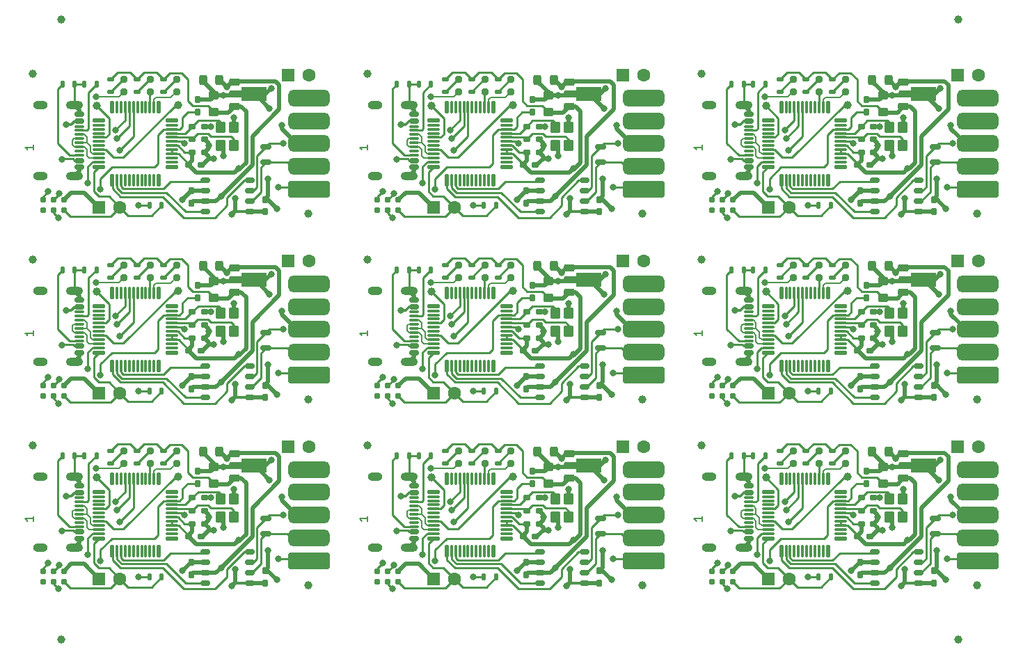
<source format=gtl>
%TF.GenerationSoftware,KiCad,Pcbnew,7.0.5*%
%TF.CreationDate,2023-06-23T14:23:01+02:00*%
%TF.ProjectId,candleLightfd-S01_3x3,63616e64-6c65-44c6-9967-687466642d53,R01*%
%TF.SameCoordinates,PX54d44f0PY5fbfb80*%
%TF.FileFunction,Copper,L1,Top*%
%TF.FilePolarity,Positive*%
%FSLAX46Y46*%
G04 Gerber Fmt 4.6, Leading zero omitted, Abs format (unit mm)*
G04 Created by KiCad (PCBNEW 7.0.5) date 2023-06-23 14:23:01*
%MOMM*%
%LPD*%
G01*
G04 APERTURE LIST*
G04 Aperture macros list*
%AMRoundRect*
0 Rectangle with rounded corners*
0 $1 Rounding radius*
0 $2 $3 $4 $5 $6 $7 $8 $9 X,Y pos of 4 corners*
0 Add a 4 corners polygon primitive as box body*
4,1,4,$2,$3,$4,$5,$6,$7,$8,$9,$2,$3,0*
0 Add four circle primitives for the rounded corners*
1,1,$1+$1,$2,$3*
1,1,$1+$1,$4,$5*
1,1,$1+$1,$6,$7*
1,1,$1+$1,$8,$9*
0 Add four rect primitives between the rounded corners*
20,1,$1+$1,$2,$3,$4,$5,0*
20,1,$1+$1,$4,$5,$6,$7,0*
20,1,$1+$1,$6,$7,$8,$9,0*
20,1,$1+$1,$8,$9,$2,$3,0*%
G04 Aperture macros list end*
%ADD10C,0.150000*%
%TA.AperFunction,NonConductor*%
%ADD11C,0.150000*%
%TD*%
%TA.AperFunction,SMDPad,CuDef*%
%ADD12RoundRect,0.125000X0.125000X0.325000X-0.125000X0.325000X-0.125000X-0.325000X0.125000X-0.325000X0*%
%TD*%
%TA.AperFunction,SMDPad,CuDef*%
%ADD13C,1.000000*%
%TD*%
%TA.AperFunction,SMDPad,CuDef*%
%ADD14RoundRect,0.187500X0.212500X0.187500X-0.212500X0.187500X-0.212500X-0.187500X0.212500X-0.187500X0*%
%TD*%
%TA.AperFunction,SMDPad,CuDef*%
%ADD15RoundRect,0.125000X-0.325000X0.125000X-0.325000X-0.125000X0.325000X-0.125000X0.325000X0.125000X0*%
%TD*%
%TA.AperFunction,SMDPad,CuDef*%
%ADD16RoundRect,0.150000X-0.425000X0.150000X-0.425000X-0.150000X0.425000X-0.150000X0.425000X0.150000X0*%
%TD*%
%TA.AperFunction,SMDPad,CuDef*%
%ADD17RoundRect,0.075000X-0.500000X0.075000X-0.500000X-0.075000X0.500000X-0.075000X0.500000X0.075000X0*%
%TD*%
%TA.AperFunction,ComponentPad*%
%ADD18O,2.100000X1.000000*%
%TD*%
%TA.AperFunction,ComponentPad*%
%ADD19O,1.800000X1.000000*%
%TD*%
%TA.AperFunction,SMDPad,CuDef*%
%ADD20C,0.787000*%
%TD*%
%TA.AperFunction,SMDPad,CuDef*%
%ADD21RoundRect,0.200000X-2.300000X0.800000X-2.300000X-0.800000X2.300000X-0.800000X2.300000X0.800000X0*%
%TD*%
%TA.AperFunction,SMDPad,CuDef*%
%ADD22RoundRect,0.500000X-2.000000X0.500000X-2.000000X-0.500000X2.000000X-0.500000X2.000000X0.500000X0*%
%TD*%
%TA.AperFunction,SMDPad,CuDef*%
%ADD23RoundRect,0.187500X0.187500X-0.212500X0.187500X0.212500X-0.187500X0.212500X-0.187500X-0.212500X0*%
%TD*%
%TA.AperFunction,SMDPad,CuDef*%
%ADD24RoundRect,0.187500X-0.212500X-0.187500X0.212500X-0.187500X0.212500X0.187500X-0.212500X0.187500X0*%
%TD*%
%TA.AperFunction,SMDPad,CuDef*%
%ADD25RoundRect,0.150000X-0.420000X-0.150000X0.420000X-0.150000X0.420000X0.150000X-0.420000X0.150000X0*%
%TD*%
%TA.AperFunction,SMDPad,CuDef*%
%ADD26RoundRect,0.199390X-0.199390X0.199390X-0.199390X-0.199390X0.199390X-0.199390X0.199390X0.199390X0*%
%TD*%
%TA.AperFunction,ComponentPad*%
%ADD27R,1.600000X1.600000*%
%TD*%
%TA.AperFunction,ComponentPad*%
%ADD28C,1.600000*%
%TD*%
%TA.AperFunction,SMDPad,CuDef*%
%ADD29RoundRect,0.125000X-0.125000X-0.325000X0.125000X-0.325000X0.125000X0.325000X-0.125000X0.325000X0*%
%TD*%
%TA.AperFunction,SMDPad,CuDef*%
%ADD30RoundRect,0.250000X0.375000X-0.250000X0.375000X0.250000X-0.375000X0.250000X-0.375000X-0.250000X0*%
%TD*%
%TA.AperFunction,SMDPad,CuDef*%
%ADD31RoundRect,0.115000X-0.460000X0.585000X-0.460000X-0.585000X0.460000X-0.585000X0.460000X0.585000X0*%
%TD*%
%TA.AperFunction,SMDPad,CuDef*%
%ADD32RoundRect,0.125000X0.625000X0.125000X-0.625000X0.125000X-0.625000X-0.125000X0.625000X-0.125000X0*%
%TD*%
%TA.AperFunction,SMDPad,CuDef*%
%ADD33RoundRect,0.070000X0.680000X0.070000X-0.680000X0.070000X-0.680000X-0.070000X0.680000X-0.070000X0*%
%TD*%
%TA.AperFunction,SMDPad,CuDef*%
%ADD34RoundRect,0.125000X-0.125000X0.625000X-0.125000X-0.625000X0.125000X-0.625000X0.125000X0.625000X0*%
%TD*%
%TA.AperFunction,SMDPad,CuDef*%
%ADD35RoundRect,0.070000X-0.070000X0.680000X-0.070000X-0.680000X0.070000X-0.680000X0.070000X0.680000X0*%
%TD*%
%TA.AperFunction,SMDPad,CuDef*%
%ADD36RoundRect,0.125000X-0.625000X-0.125000X0.625000X-0.125000X0.625000X0.125000X-0.625000X0.125000X0*%
%TD*%
%TA.AperFunction,SMDPad,CuDef*%
%ADD37RoundRect,0.070000X-0.680000X-0.070000X0.680000X-0.070000X0.680000X0.070000X-0.680000X0.070000X0*%
%TD*%
%TA.AperFunction,SMDPad,CuDef*%
%ADD38RoundRect,0.125000X0.125000X-0.625000X0.125000X0.625000X-0.125000X0.625000X-0.125000X-0.625000X0*%
%TD*%
%TA.AperFunction,SMDPad,CuDef*%
%ADD39RoundRect,0.070000X0.070000X-0.680000X0.070000X0.680000X-0.070000X0.680000X-0.070000X-0.680000X0*%
%TD*%
%TA.AperFunction,SMDPad,CuDef*%
%ADD40RoundRect,0.225000X-0.425000X-0.225000X0.425000X-0.225000X0.425000X0.225000X-0.425000X0.225000X0*%
%TD*%
%TA.AperFunction,SMDPad,CuDef*%
%ADD41RoundRect,0.225000X-0.775000X-0.225000X0.775000X-0.225000X0.775000X0.225000X-0.775000X0.225000X0*%
%TD*%
%TA.AperFunction,SMDPad,CuDef*%
%ADD42RoundRect,0.225000X-1.337500X-0.641500X1.337500X-0.641500X1.337500X0.641500X-1.337500X0.641500X0*%
%TD*%
%TA.AperFunction,FiducialPad,Global*%
%ADD43C,1.000000*%
%TD*%
%TA.AperFunction,SMDPad,CuDef*%
%ADD44RoundRect,0.175000X-0.475000X0.175000X-0.475000X-0.175000X0.475000X-0.175000X0.475000X0.175000X0*%
%TD*%
%TA.AperFunction,SMDPad,CuDef*%
%ADD45RoundRect,0.250000X0.250000X0.375000X-0.250000X0.375000X-0.250000X-0.375000X0.250000X-0.375000X0*%
%TD*%
%TA.AperFunction,ViaPad*%
%ADD46C,0.800000*%
%TD*%
%TA.AperFunction,Conductor*%
%ADD47C,0.250000*%
%TD*%
%TA.AperFunction,Conductor*%
%ADD48C,0.500000*%
%TD*%
%TA.AperFunction,Conductor*%
%ADD49C,0.300000*%
%TD*%
%TA.AperFunction,Conductor*%
%ADD50C,0.200000*%
%TD*%
G04 APERTURE END LIST*
D10*
%TO.C,NB2*%
D11*
X42254819Y62635715D02*
X42254819Y62064287D01*
X42254819Y62350001D02*
X41254819Y62350001D01*
X41254819Y62350001D02*
X41397676Y62254763D01*
X41397676Y62254763D02*
X41492914Y62159525D01*
X41492914Y62159525D02*
X41540533Y62064287D01*
D10*
D11*
X42254819Y17435715D02*
X42254819Y16864287D01*
X42254819Y17150001D02*
X41254819Y17150001D01*
X41254819Y17150001D02*
X41397676Y17054763D01*
X41397676Y17054763D02*
X41492914Y16959525D01*
X41492914Y16959525D02*
X41540533Y16864287D01*
D10*
D11*
X82954819Y62635715D02*
X82954819Y62064287D01*
X82954819Y62350001D02*
X81954819Y62350001D01*
X81954819Y62350001D02*
X82097676Y62254763D01*
X82097676Y62254763D02*
X82192914Y62159525D01*
X82192914Y62159525D02*
X82240533Y62064287D01*
D10*
D11*
X1554819Y62635715D02*
X1554819Y62064287D01*
X1554819Y62350001D02*
X554819Y62350001D01*
X554819Y62350001D02*
X697676Y62254763D01*
X697676Y62254763D02*
X792914Y62159525D01*
X792914Y62159525D02*
X840533Y62064287D01*
D10*
D11*
X82954819Y40035715D02*
X82954819Y39464287D01*
X82954819Y39750001D02*
X81954819Y39750001D01*
X81954819Y39750001D02*
X82097676Y39654763D01*
X82097676Y39654763D02*
X82192914Y39559525D01*
X82192914Y39559525D02*
X82240533Y39464287D01*
D10*
D11*
X82954819Y17435715D02*
X82954819Y16864287D01*
X82954819Y17150001D02*
X81954819Y17150001D01*
X81954819Y17150001D02*
X82097676Y17054763D01*
X82097676Y17054763D02*
X82192914Y16959525D01*
X82192914Y16959525D02*
X82240533Y16864287D01*
D10*
D11*
X1554819Y17435715D02*
X1554819Y16864287D01*
X1554819Y17150001D02*
X554819Y17150001D01*
X554819Y17150001D02*
X697676Y17054763D01*
X697676Y17054763D02*
X792914Y16959525D01*
X792914Y16959525D02*
X840533Y16864287D01*
D10*
D11*
X1554819Y40035715D02*
X1554819Y39464287D01*
X1554819Y39750001D02*
X554819Y39750001D01*
X554819Y39750001D02*
X697676Y39654763D01*
X697676Y39654763D02*
X792914Y39559525D01*
X792914Y39559525D02*
X840533Y39464287D01*
D10*
D11*
X42254819Y40035715D02*
X42254819Y39464287D01*
X42254819Y39750001D02*
X41254819Y39750001D01*
X41254819Y39750001D02*
X41397676Y39654763D01*
X41397676Y39654763D02*
X41492914Y39559525D01*
X41492914Y39559525D02*
X41540533Y39464287D01*
%TD*%
D12*
%TO.P,R2,1*%
%TO.N,Board_2-Net-(X1-CC1)*%
X90650000Y70000000D03*
%TO.P,R2,2*%
%TO.N,Board_2-GND*%
X89150000Y70000000D03*
%TD*%
D13*
%TO.P,TP4,1*%
%TO.N,Board_6-/MCU/RX*%
X19200000Y22300000D03*
%TD*%
D14*
%TO.P,C2,1*%
%TO.N,Board_3-GND*%
X22400000Y42300000D03*
%TO.P,C2,2*%
%TO.N,Board_3-Net-(U1F-PF1{slash}OSC_OUT)*%
X20900000Y42300000D03*
%TD*%
D15*
%TO.P,R5,1*%
%TO.N,Board_6-+3V3*%
X11000000Y25400000D03*
%TO.P,R5,2*%
%TO.N,Board_6-Net-(D3-A)*%
X11000000Y23900000D03*
%TD*%
%TO.P,R3,1*%
%TO.N,Board_2-+3V3*%
X95600000Y70600000D03*
%TO.P,R3,2*%
%TO.N,Board_2-Net-(D1-A)*%
X95600000Y69100000D03*
%TD*%
D16*
%TO.P,X1,A1,GND*%
%TO.N,Board_0-GND*%
X7180000Y66350000D03*
%TO.P,X1,A4,VBUS*%
%TO.N,Board_0-+5V*%
X7180000Y65550000D03*
D17*
%TO.P,X1,A5,CC1*%
%TO.N,Board_0-Net-(X1-CC1)*%
X7180000Y64400000D03*
%TO.P,X1,A6,DP1*%
%TO.N,Board_0-/USB_P*%
X7180000Y63400000D03*
%TO.P,X1,A7,DN1*%
%TO.N,Board_0-/USB_N*%
X7180000Y62900000D03*
%TO.P,X1,A8,SBU1*%
%TO.N,Board_0-unconnected-(X1-SBU1-PadA8)*%
X7180000Y61900000D03*
D16*
%TO.P,X1,B1,GND*%
%TO.N,Board_0-GND*%
X7180000Y59950000D03*
%TO.P,X1,B4,VBUS*%
%TO.N,Board_0-+5V*%
X7180000Y60750000D03*
D17*
%TO.P,X1,B5,CC2*%
%TO.N,Board_0-Net-(X1-CC2)*%
X7180000Y61400000D03*
%TO.P,X1,B6,DP2*%
%TO.N,Board_0-/USB_P*%
X7180000Y62400000D03*
%TO.P,X1,B7,DN2*%
%TO.N,Board_0-/USB_N*%
X7180000Y63900000D03*
%TO.P,X1,B8,SBU2*%
%TO.N,Board_0-unconnected-(X1-SBU2-PadB8)*%
X7180000Y64900000D03*
D18*
%TO.P,X1,SH,Shield*%
%TO.N,Board_0-GND*%
X6605000Y67470000D03*
D19*
X2425000Y67470000D03*
D18*
X6605000Y58830000D03*
D19*
X2425000Y58830000D03*
%TD*%
D20*
%TO.P,X3,1,P1*%
%TO.N,Board_8-+3V3*%
X86670000Y10735000D03*
%TO.P,X3,2,P2*%
%TO.N,Board_8-/MCU/SWCLK*%
X86670000Y9466000D03*
%TO.P,X3,3,P3*%
%TO.N,Board_8-GND*%
X85400000Y10735000D03*
%TO.P,X3,4,P4*%
%TO.N,Board_8-/MCU/SWDIO*%
X85400000Y9465000D03*
%TO.P,X3,5,P4*%
%TO.N,Board_8-/MCU/NRST*%
X84130000Y10735000D03*
%TO.P,X3,6,P4*%
%TO.N,Board_8-unconnected-(X3-P4-Pad6)*%
X84130000Y9465000D03*
%TD*%
D21*
%TO.P,X2,1*%
%TO.N,Board_5-/CAN2_L*%
X116500000Y34660000D03*
D22*
%TO.P,X2,2*%
%TO.N,Board_5-/CAN1_L*%
X116500000Y37430000D03*
%TO.P,X2,3*%
%TO.N,Board_5-GND*%
X116500000Y40200000D03*
%TO.P,X2,4*%
%TO.N,Board_5-unconnected-(X2-Pad4)*%
X116500000Y42970000D03*
%TO.P,X2,5*%
%TO.N,Board_5-/SH*%
X116500000Y45740000D03*
%TD*%
D23*
%TO.P,C3,1*%
%TO.N,Board_7-/MCU/NRST*%
X62250000Y21450000D03*
%TO.P,C3,2*%
%TO.N,Board_7-GND*%
X62250000Y22950000D03*
%TD*%
%TO.P,C3,1*%
%TO.N,Board_1-/MCU/NRST*%
X62250000Y66650000D03*
%TO.P,C3,2*%
%TO.N,Board_1-GND*%
X62250000Y68150000D03*
%TD*%
D24*
%TO.P,C4,1*%
%TO.N,Board_3-+3V3*%
X20450000Y37600000D03*
%TO.P,C4,2*%
%TO.N,Board_3-GND*%
X21950000Y37600000D03*
%TD*%
D21*
%TO.P,X2,1*%
%TO.N,Board_4-/CAN2_L*%
X75800000Y34660000D03*
D22*
%TO.P,X2,2*%
%TO.N,Board_4-/CAN1_L*%
X75800000Y37430000D03*
%TO.P,X2,3*%
%TO.N,Board_4-GND*%
X75800000Y40200000D03*
%TO.P,X2,4*%
%TO.N,Board_4-unconnected-(X2-Pad4)*%
X75800000Y42970000D03*
%TO.P,X2,5*%
%TO.N,Board_4-/SH*%
X75800000Y45740000D03*
%TD*%
D25*
%TO.P,U3,1,TXD*%
%TO.N,Board_3-/CAN Transiver/CAN1_TX*%
X22500000Y35705000D03*
%TO.P,U3,2,GND*%
%TO.N,Board_3-GND*%
X22500000Y34435000D03*
%TO.P,U3,3,VCC*%
%TO.N,Board_3-+5V*%
X22500000Y33165000D03*
%TO.P,U3,4,RXD*%
%TO.N,Board_3-/CAN Transiver/CAN1_RX*%
X22500000Y31895000D03*
%TO.P,U3,5,VIO*%
%TO.N,Board_3-+3V3*%
X27900000Y31895000D03*
%TO.P,U3,6,CANL*%
%TO.N,Board_3-/CAN1_L*%
X27900000Y33165000D03*
%TO.P,U3,7,CANH*%
%TO.N,Board_3-/CAN1_H*%
X27900000Y34435000D03*
%TO.P,U3,8,S*%
%TO.N,Board_3-/CAN Transiver/CAN1_S*%
X27900000Y35705000D03*
%TD*%
D26*
%TO.P,D1,1,A*%
%TO.N,Board_1-Net-(D1-A)*%
X56500000Y70599300D03*
%TO.P,D1,2,K*%
%TO.N,Board_1-/MCU/LED_TX*%
X56500000Y69100700D03*
%TD*%
D12*
%TO.P,R6,1*%
%TO.N,Board_1-/MCU/SWCLK*%
X57900000Y55250000D03*
%TO.P,R6,2*%
%TO.N,Board_1-GND*%
X56400000Y55250000D03*
%TD*%
D21*
%TO.P,X2,1*%
%TO.N,Board_7-/CAN2_L*%
X75800000Y12060000D03*
D22*
%TO.P,X2,2*%
%TO.N,Board_7-/CAN1_L*%
X75800000Y14830000D03*
%TO.P,X2,3*%
%TO.N,Board_7-GND*%
X75800000Y17600000D03*
%TO.P,X2,4*%
%TO.N,Board_7-unconnected-(X2-Pad4)*%
X75800000Y20370000D03*
%TO.P,X2,5*%
%TO.N,Board_7-/SH*%
X75800000Y23140000D03*
%TD*%
D27*
%TO.P,P2,1,P1*%
%TO.N,Board_3-+3V3*%
X9580000Y32450000D03*
D28*
%TO.P,P2,2,P2*%
%TO.N,Board_3-/MCU/SWCLK*%
X12120000Y32450000D03*
%TD*%
D29*
%TO.P,R1,1*%
%TO.N,Board_5-Net-(X1-CC2)*%
X86500000Y47400000D03*
%TO.P,R1,2*%
%TO.N,Board_5-GND*%
X88000000Y47400000D03*
%TD*%
D30*
%TO.P,C7,1*%
%TO.N,Board_4-+3V3*%
X64250000Y44050000D03*
%TO.P,C7,2*%
%TO.N,Board_4-GND*%
X64250000Y46050000D03*
%TD*%
D13*
%TO.P,TP5,1*%
%TO.N,Board_2-/MCU/TX*%
X90700000Y67400000D03*
%TD*%
D25*
%TO.P,U3,1,TXD*%
%TO.N,Board_1-/CAN Transiver/CAN1_TX*%
X63200000Y58305000D03*
%TO.P,U3,2,GND*%
%TO.N,Board_1-GND*%
X63200000Y57035000D03*
%TO.P,U3,3,VCC*%
%TO.N,Board_1-+5V*%
X63200000Y55765000D03*
%TO.P,U3,4,RXD*%
%TO.N,Board_1-/CAN Transiver/CAN1_RX*%
X63200000Y54495000D03*
%TO.P,U3,5,VIO*%
%TO.N,Board_1-+3V3*%
X68600000Y54495000D03*
%TO.P,U3,6,CANL*%
%TO.N,Board_1-/CAN1_L*%
X68600000Y55765000D03*
%TO.P,U3,7,CANH*%
%TO.N,Board_1-/CAN1_H*%
X68600000Y57035000D03*
%TO.P,U3,8,S*%
%TO.N,Board_1-/CAN Transiver/CAN1_S*%
X68600000Y58305000D03*
%TD*%
D13*
%TO.P,TP4,1*%
%TO.N,Board_3-/MCU/RX*%
X19200000Y44900000D03*
%TD*%
D20*
%TO.P,X3,1,P1*%
%TO.N,Board_5-+3V3*%
X86670000Y33335000D03*
%TO.P,X3,2,P2*%
%TO.N,Board_5-/MCU/SWCLK*%
X86670000Y32066000D03*
%TO.P,X3,3,P3*%
%TO.N,Board_5-GND*%
X85400000Y33335000D03*
%TO.P,X3,4,P4*%
%TO.N,Board_5-/MCU/SWDIO*%
X85400000Y32065000D03*
%TO.P,X3,5,P4*%
%TO.N,Board_5-/MCU/NRST*%
X84130000Y33335000D03*
%TO.P,X3,6,P4*%
%TO.N,Board_5-unconnected-(X3-P4-Pad6)*%
X84130000Y32065000D03*
%TD*%
D24*
%TO.P,C4,1*%
%TO.N,Board_2-+3V3*%
X101850000Y60200000D03*
%TO.P,C4,2*%
%TO.N,Board_2-GND*%
X103350000Y60200000D03*
%TD*%
D20*
%TO.P,X3,1,P1*%
%TO.N,Board_3-+3V3*%
X5270000Y33335000D03*
%TO.P,X3,2,P2*%
%TO.N,Board_3-/MCU/SWCLK*%
X5270000Y32066000D03*
%TO.P,X3,3,P3*%
%TO.N,Board_3-GND*%
X4000000Y33335000D03*
%TO.P,X3,4,P4*%
%TO.N,Board_3-/MCU/SWDIO*%
X4000000Y32065000D03*
%TO.P,X3,5,P4*%
%TO.N,Board_3-/MCU/NRST*%
X2730000Y33335000D03*
%TO.P,X3,6,P4*%
%TO.N,Board_3-unconnected-(X3-P4-Pad6)*%
X2730000Y32065000D03*
%TD*%
D13*
%TO.P,TP5,1*%
%TO.N,Board_7-/MCU/TX*%
X50000000Y22200000D03*
%TD*%
D14*
%TO.P,C1,1*%
%TO.N,Board_1-GND*%
X63100000Y63300000D03*
%TO.P,C1,2*%
%TO.N,Board_1-Net-(U1F-PF0{slash}OSC_IN)*%
X61600000Y63300000D03*
%TD*%
D31*
%TO.P,Y1,1,C_{1}*%
%TO.N,Board_8-Net-(U1F-PF1{slash}OSC_OUT)*%
X105750000Y19550000D03*
%TO.P,Y1,2,GND*%
%TO.N,Board_8-GND*%
X105750000Y17350000D03*
%TO.P,Y1,3,C_{2}*%
%TO.N,Board_8-Net-(U1F-PF0{slash}OSC_IN)*%
X107350000Y17350000D03*
%TO.P,Y1,4,GND*%
%TO.N,Board_8-GND*%
X107350000Y19550000D03*
%TD*%
D13*
%TO.P,TP4,1*%
%TO.N,Board_0-/MCU/RX*%
X19200000Y67500000D03*
%TD*%
D32*
%TO.P,U1,1,PC13*%
%TO.N,Board_6-unconnected-(U1C-PC13-Pad1)*%
X18425000Y14760000D03*
D33*
%TO.P,U1,2,PC14/OSC32_IN*%
%TO.N,Board_6-unconnected-(U1C-PC14{slash}OSC32_IN-Pad2)*%
X18425000Y15350000D03*
%TO.P,U1,3,PC15/OSC32_OUT*%
%TO.N,Board_6-unconnected-(U1C-PC15{slash}OSC32_OUT-Pad3)*%
X18425000Y15850000D03*
%TO.P,U1,4,VBAT*%
%TO.N,Board_6-+3V3*%
X18425000Y16350000D03*
%TO.P,U1,5,VREF+*%
X18425000Y16850000D03*
%TO.P,U1,6,VDD/VDDA*%
X18425000Y17350000D03*
%TO.P,U1,7,VSS/VSSA*%
%TO.N,Board_6-GND*%
X18425000Y17850000D03*
%TO.P,U1,8,PF0/OSC_IN*%
%TO.N,Board_6-Net-(U1F-PF0{slash}OSC_IN)*%
X18425000Y18350000D03*
%TO.P,U1,9,PF1/OSC_OUT*%
%TO.N,Board_6-Net-(U1F-PF1{slash}OSC_OUT)*%
X18425000Y18850000D03*
%TO.P,U1,10,PF2/NRST*%
%TO.N,Board_6-/MCU/NRST*%
X18425000Y19350000D03*
%TO.P,U1,11,PA0*%
%TO.N,Board_6-unconnected-(U1A-PA0-Pad11)*%
X18425000Y19850000D03*
D32*
%TO.P,U1,12,PA1*%
%TO.N,Board_6-unconnected-(U1A-PA1-Pad12)*%
X18425000Y20440000D03*
D34*
%TO.P,U1,13,PA2*%
%TO.N,Board_6-unconnected-(U1A-PA2-Pad13)*%
X16840000Y22025000D03*
D35*
%TO.P,U1,14,PA3*%
%TO.N,Board_6-/MCU/LED_RX*%
X16250000Y22025000D03*
%TO.P,U1,15,PA4*%
%TO.N,Board_6-/MCU/LED_TX*%
X15750000Y22025000D03*
%TO.P,U1,16,PA5*%
%TO.N,Board_6-unconnected-(U1A-PA5-Pad16)*%
X15250000Y22025000D03*
%TO.P,U1,17,PA6*%
%TO.N,Board_6-unconnected-(U1A-PA6-Pad17)*%
X14750000Y22025000D03*
%TO.P,U1,18,PA7*%
%TO.N,Board_6-unconnected-(U1A-PA7-Pad18)*%
X14250000Y22025000D03*
%TO.P,U1,19,PB0*%
%TO.N,Board_6-/CAN Transiver/CAN2_RX*%
X13750000Y22025000D03*
%TO.P,U1,20,PB1*%
%TO.N,Board_6-/CAN Transiver/CAN2_TX*%
X13250000Y22025000D03*
%TO.P,U1,21,PB2*%
%TO.N,Board_6-/CAN Transiver/CAN2_S*%
X12750000Y22025000D03*
%TO.P,U1,22,PB10*%
%TO.N,Board_6-unconnected-(U1B-PB10-Pad22)*%
X12250000Y22025000D03*
%TO.P,U1,23,PB11*%
%TO.N,Board_6-unconnected-(U1B-PB11-Pad23)*%
X11750000Y22025000D03*
D34*
%TO.P,U1,24,PB12*%
%TO.N,Board_6-unconnected-(U1B-PB12-Pad24)*%
X11160000Y22025000D03*
D36*
%TO.P,U1,25,PB13*%
%TO.N,Board_6-unconnected-(U1B-PB13-Pad25)*%
X9575000Y20440000D03*
D37*
%TO.P,U1,26,PB14*%
%TO.N,Board_6-unconnected-(U1B-PB14-Pad26)*%
X9575000Y19850000D03*
%TO.P,U1,27,PB15*%
%TO.N,Board_6-unconnected-(U1B-PB15-Pad27)*%
X9575000Y19350000D03*
%TO.P,U1,28,PA8*%
%TO.N,Board_6-unconnected-(U1A-PA8-Pad28)*%
X9575000Y18850000D03*
%TO.P,U1,29,PA9*%
%TO.N,Board_6-/MCU/TX*%
X9575000Y18350000D03*
%TO.P,U1,30,PC6*%
%TO.N,Board_6-unconnected-(U1C-PC6-Pad30)*%
X9575000Y17850000D03*
%TO.P,U1,31,PC7*%
%TO.N,Board_6-unconnected-(U1C-PC7-Pad31)*%
X9575000Y17350000D03*
%TO.P,U1,32,PA10*%
%TO.N,Board_6-/MCU/RX*%
X9575000Y16850000D03*
%TO.P,U1,33,PA11[PA9]*%
%TO.N,Board_6-/USB_N*%
X9575000Y16350000D03*
%TO.P,U1,34,PA12[PA10]*%
%TO.N,Board_6-/USB_P*%
X9575000Y15850000D03*
%TO.P,U1,35,PA13*%
%TO.N,Board_6-/MCU/SWDIO*%
X9575000Y15350000D03*
D36*
%TO.P,U1,36,PA14/BOOT0*%
%TO.N,Board_6-/MCU/SWCLK*%
X9575000Y14760000D03*
D38*
%TO.P,U1,37,PA15*%
%TO.N,Board_6-/CAN Transiver/CAN1_S*%
X11160000Y13175000D03*
D39*
%TO.P,U1,38,PD0*%
%TO.N,Board_6-/CAN Transiver/CAN1_RX*%
X11750000Y13175000D03*
%TO.P,U1,39,PD1*%
%TO.N,Board_6-/CAN Transiver/CAN1_TX*%
X12250000Y13175000D03*
%TO.P,U1,40,PD2*%
%TO.N,Board_6-unconnected-(U1D-PD2-Pad40)*%
X12750000Y13175000D03*
%TO.P,U1,41,PD3*%
%TO.N,Board_6-unconnected-(U1D-PD3-Pad41)*%
X13250000Y13175000D03*
%TO.P,U1,42,PB3*%
%TO.N,Board_6-unconnected-(U1B-PB3-Pad42)*%
X13750000Y13175000D03*
%TO.P,U1,43,PB4*%
%TO.N,Board_6-unconnected-(U1B-PB4-Pad43)*%
X14250000Y13175000D03*
%TO.P,U1,44,PB5*%
%TO.N,Board_6-unconnected-(U1B-PB5-Pad44)*%
X14750000Y13175000D03*
%TO.P,U1,45,PB6*%
%TO.N,Board_6-unconnected-(U1B-PB6-Pad45)*%
X15250000Y13175000D03*
%TO.P,U1,46,PB7*%
%TO.N,Board_6-unconnected-(U1B-PB7-Pad46)*%
X15750000Y13175000D03*
%TO.P,U1,47,PB8*%
%TO.N,Board_6-unconnected-(U1B-PB8-Pad47)*%
X16250000Y13175000D03*
D38*
%TO.P,U1,48,PB9*%
%TO.N,Board_6-unconnected-(U1B-PB9-Pad48)*%
X16840000Y13175000D03*
%TD*%
D14*
%TO.P,C2,1*%
%TO.N,Board_5-GND*%
X103800000Y42300000D03*
%TO.P,C2,2*%
%TO.N,Board_5-Net-(U1F-PF1{slash}OSC_OUT)*%
X102300000Y42300000D03*
%TD*%
D15*
%TO.P,R4,1*%
%TO.N,Board_2-+3V3*%
X98800000Y70600000D03*
%TO.P,R4,2*%
%TO.N,Board_2-Net-(D2-A)*%
X98800000Y69100000D03*
%TD*%
D14*
%TO.P,C2,1*%
%TO.N,Board_2-GND*%
X103800000Y64900000D03*
%TO.P,C2,2*%
%TO.N,Board_2-Net-(U1F-PF1{slash}OSC_OUT)*%
X102300000Y64900000D03*
%TD*%
D40*
%TO.P,U2,1,VIN*%
%TO.N,Board_7-+5V*%
X66750000Y25100000D03*
D41*
%TO.P,U2,2,GND*%
%TO.N,Board_7-GND*%
X67100000Y23600000D03*
D42*
X69137500Y23600000D03*
D40*
%TO.P,U2,3,VOUT*%
%TO.N,Board_7-+3V3*%
X66750000Y22100000D03*
%TD*%
D26*
%TO.P,D2,1,A*%
%TO.N,Board_6-Net-(D2-A)*%
X19000000Y25399300D03*
%TO.P,D2,2,K*%
%TO.N,Board_6-/MCU/LED_RX*%
X19000000Y23900700D03*
%TD*%
D15*
%TO.P,R5,1*%
%TO.N,Board_8-+3V3*%
X92400000Y25400000D03*
%TO.P,R5,2*%
%TO.N,Board_8-Net-(D3-A)*%
X92400000Y23900000D03*
%TD*%
D31*
%TO.P,Y1,1,C_{1}*%
%TO.N,Board_7-Net-(U1F-PF1{slash}OSC_OUT)*%
X65050000Y19550000D03*
%TO.P,Y1,2,GND*%
%TO.N,Board_7-GND*%
X65050000Y17350000D03*
%TO.P,Y1,3,C_{2}*%
%TO.N,Board_7-Net-(U1F-PF0{slash}OSC_IN)*%
X66650000Y17350000D03*
%TO.P,Y1,4,GND*%
%TO.N,Board_7-GND*%
X66650000Y19550000D03*
%TD*%
D13*
%TO.P,TP4,1*%
%TO.N,Board_4-/MCU/RX*%
X59900000Y44900000D03*
%TD*%
D12*
%TO.P,R2,1*%
%TO.N,Board_6-Net-(X1-CC1)*%
X9250000Y24800000D03*
%TO.P,R2,2*%
%TO.N,Board_6-GND*%
X7750000Y24800000D03*
%TD*%
D43*
%TO.P,NB3,~*%
%TO.N,N/C*%
X116400000Y31700000D03*
%TD*%
D25*
%TO.P,U3,1,TXD*%
%TO.N,Board_7-/CAN Transiver/CAN1_TX*%
X63200000Y13105000D03*
%TO.P,U3,2,GND*%
%TO.N,Board_7-GND*%
X63200000Y11835000D03*
%TO.P,U3,3,VCC*%
%TO.N,Board_7-+5V*%
X63200000Y10565000D03*
%TO.P,U3,4,RXD*%
%TO.N,Board_7-/CAN Transiver/CAN1_RX*%
X63200000Y9295000D03*
%TO.P,U3,5,VIO*%
%TO.N,Board_7-+3V3*%
X68600000Y9295000D03*
%TO.P,U3,6,CANL*%
%TO.N,Board_7-/CAN1_L*%
X68600000Y10565000D03*
%TO.P,U3,7,CANH*%
%TO.N,Board_7-/CAN1_H*%
X68600000Y11835000D03*
%TO.P,U3,8,S*%
%TO.N,Board_7-/CAN Transiver/CAN1_S*%
X68600000Y13105000D03*
%TD*%
D40*
%TO.P,U2,1,VIN*%
%TO.N,Board_0-+5V*%
X26050000Y70300000D03*
D41*
%TO.P,U2,2,GND*%
%TO.N,Board_0-GND*%
X26400000Y68800000D03*
D42*
X28437500Y68800000D03*
D40*
%TO.P,U2,3,VOUT*%
%TO.N,Board_0-+3V3*%
X26050000Y67300000D03*
%TD*%
D26*
%TO.P,D2,1,A*%
%TO.N,Board_8-Net-(D2-A)*%
X100400000Y25399300D03*
%TO.P,D2,2,K*%
%TO.N,Board_8-/MCU/LED_RX*%
X100400000Y23900700D03*
%TD*%
D44*
%TO.P,R7,1*%
%TO.N,Board_0-/CAN1_H*%
X29900000Y62400000D03*
%TO.P,R7,2*%
%TO.N,Board_0-/CAN1_L*%
X29900000Y60500000D03*
%TD*%
D27*
%TO.P,P2,1,P1*%
%TO.N,Board_0-+3V3*%
X9580000Y55050000D03*
D28*
%TO.P,P2,2,P2*%
%TO.N,Board_0-/MCU/SWCLK*%
X12120000Y55050000D03*
%TD*%
D12*
%TO.P,R6,1*%
%TO.N,Board_0-/MCU/SWCLK*%
X17200000Y55250000D03*
%TO.P,R6,2*%
%TO.N,Board_0-GND*%
X15700000Y55250000D03*
%TD*%
%TO.P,R2,1*%
%TO.N,Board_1-Net-(X1-CC1)*%
X49950000Y70000000D03*
%TO.P,R2,2*%
%TO.N,Board_1-GND*%
X48450000Y70000000D03*
%TD*%
D43*
%TO.P,NB4,~*%
%TO.N,N/C*%
X42200000Y48700000D03*
%TD*%
D15*
%TO.P,R3,1*%
%TO.N,Board_8-+3V3*%
X95600000Y25400000D03*
%TO.P,R3,2*%
%TO.N,Board_8-Net-(D1-A)*%
X95600000Y23900000D03*
%TD*%
D26*
%TO.P,D2,1,A*%
%TO.N,Board_4-Net-(D2-A)*%
X59700000Y47999300D03*
%TO.P,D2,2,K*%
%TO.N,Board_4-/MCU/LED_RX*%
X59700000Y46500700D03*
%TD*%
D23*
%TO.P,C3,1*%
%TO.N,Board_5-/MCU/NRST*%
X102950000Y44050000D03*
%TO.P,C3,2*%
%TO.N,Board_5-GND*%
X102950000Y45550000D03*
%TD*%
D14*
%TO.P,C1,1*%
%TO.N,Board_8-GND*%
X103800000Y18100000D03*
%TO.P,C1,2*%
%TO.N,Board_8-Net-(U1F-PF0{slash}OSC_IN)*%
X102300000Y18100000D03*
%TD*%
D40*
%TO.P,U2,1,VIN*%
%TO.N,Board_3-+5V*%
X26050000Y47700000D03*
D41*
%TO.P,U2,2,GND*%
%TO.N,Board_3-GND*%
X26400000Y46200000D03*
D42*
X28437500Y46200000D03*
D40*
%TO.P,U2,3,VOUT*%
%TO.N,Board_3-+3V3*%
X26050000Y44700000D03*
%TD*%
D15*
%TO.P,R4,1*%
%TO.N,Board_6-+3V3*%
X17400000Y25400000D03*
%TO.P,R4,2*%
%TO.N,Board_6-Net-(D2-A)*%
X17400000Y23900000D03*
%TD*%
D13*
%TO.P,TP5,1*%
%TO.N,Board_1-/MCU/TX*%
X50000000Y67400000D03*
%TD*%
D23*
%TO.P,C10,1*%
%TO.N,Board_3-+5V*%
X20800000Y32950000D03*
%TO.P,C10,2*%
%TO.N,Board_3-GND*%
X20800000Y34450000D03*
%TD*%
D27*
%TO.P,P1,1,P1*%
%TO.N,Board_2-GND*%
X114000000Y71150000D03*
D28*
%TO.P,P1,2,P2*%
%TO.N,Board_2-+12V*%
X116540000Y71150000D03*
%TD*%
D13*
%TO.P,TP4,1*%
%TO.N,Board_7-/MCU/RX*%
X59900000Y22300000D03*
%TD*%
D15*
%TO.P,R5,1*%
%TO.N,Board_2-+3V3*%
X92400000Y70600000D03*
%TO.P,R5,2*%
%TO.N,Board_2-Net-(D3-A)*%
X92400000Y69100000D03*
%TD*%
D12*
%TO.P,R6,1*%
%TO.N,Board_5-/MCU/SWCLK*%
X98600000Y32650000D03*
%TO.P,R6,2*%
%TO.N,Board_5-GND*%
X97100000Y32650000D03*
%TD*%
D15*
%TO.P,R5,1*%
%TO.N,Board_1-+3V3*%
X51700000Y70600000D03*
%TO.P,R5,2*%
%TO.N,Board_1-Net-(D3-A)*%
X51700000Y69100000D03*
%TD*%
D25*
%TO.P,U3,1,TXD*%
%TO.N,Board_6-/CAN Transiver/CAN1_TX*%
X22500000Y13105000D03*
%TO.P,U3,2,GND*%
%TO.N,Board_6-GND*%
X22500000Y11835000D03*
%TO.P,U3,3,VCC*%
%TO.N,Board_6-+5V*%
X22500000Y10565000D03*
%TO.P,U3,4,RXD*%
%TO.N,Board_6-/CAN Transiver/CAN1_RX*%
X22500000Y9295000D03*
%TO.P,U3,5,VIO*%
%TO.N,Board_6-+3V3*%
X27900000Y9295000D03*
%TO.P,U3,6,CANL*%
%TO.N,Board_6-/CAN1_L*%
X27900000Y10565000D03*
%TO.P,U3,7,CANH*%
%TO.N,Board_6-/CAN1_H*%
X27900000Y11835000D03*
%TO.P,U3,8,S*%
%TO.N,Board_6-/CAN Transiver/CAN1_S*%
X27900000Y13105000D03*
%TD*%
D45*
%TO.P,C6,1*%
%TO.N,Board_4-+5V*%
X64900000Y47950000D03*
%TO.P,C6,2*%
%TO.N,Board_4-GND*%
X62900000Y47950000D03*
%TD*%
D31*
%TO.P,Y1,1,C_{1}*%
%TO.N,Board_2-Net-(U1F-PF1{slash}OSC_OUT)*%
X105750000Y64750000D03*
%TO.P,Y1,2,GND*%
%TO.N,Board_2-GND*%
X105750000Y62550000D03*
%TO.P,Y1,3,C_{2}*%
%TO.N,Board_2-Net-(U1F-PF0{slash}OSC_IN)*%
X107350000Y62550000D03*
%TO.P,Y1,4,GND*%
%TO.N,Board_2-GND*%
X107350000Y64750000D03*
%TD*%
D43*
%TO.P,NB4,~*%
%TO.N,N/C*%
X42200000Y26100000D03*
%TD*%
D13*
%TO.P,REF\u002A\u002A,*%
%TO.N,*%
X5000000Y2500000D03*
%TD*%
%TO.P,REF\u002A\u002A,*%
%TO.N,*%
X5000000Y77900000D03*
%TD*%
D26*
%TO.P,D1,1,A*%
%TO.N,Board_6-Net-(D1-A)*%
X15800000Y25399300D03*
%TO.P,D1,2,K*%
%TO.N,Board_6-/MCU/LED_TX*%
X15800000Y23900700D03*
%TD*%
D31*
%TO.P,Y1,1,C_{1}*%
%TO.N,Board_1-Net-(U1F-PF1{slash}OSC_OUT)*%
X65050000Y64750000D03*
%TO.P,Y1,2,GND*%
%TO.N,Board_1-GND*%
X65050000Y62550000D03*
%TO.P,Y1,3,C_{2}*%
%TO.N,Board_1-Net-(U1F-PF0{slash}OSC_IN)*%
X66650000Y62550000D03*
%TO.P,Y1,4,GND*%
%TO.N,Board_1-GND*%
X66650000Y64750000D03*
%TD*%
D13*
%TO.P,TP4,1*%
%TO.N,Board_1-/MCU/RX*%
X59900000Y67500000D03*
%TD*%
D21*
%TO.P,X2,1*%
%TO.N,Board_0-/CAN2_L*%
X35100000Y57260000D03*
D22*
%TO.P,X2,2*%
%TO.N,Board_0-/CAN1_L*%
X35100000Y60030000D03*
%TO.P,X2,3*%
%TO.N,Board_0-GND*%
X35100000Y62800000D03*
%TO.P,X2,4*%
%TO.N,Board_0-unconnected-(X2-Pad4)*%
X35100000Y65570000D03*
%TO.P,X2,5*%
%TO.N,Board_0-/SH*%
X35100000Y68340000D03*
%TD*%
D13*
%TO.P,REF\u002A\u002A,*%
%TO.N,*%
X114100000Y2500000D03*
%TD*%
D23*
%TO.P,C10,1*%
%TO.N,Board_0-+5V*%
X20800000Y55550000D03*
%TO.P,C10,2*%
%TO.N,Board_0-GND*%
X20800000Y57050000D03*
%TD*%
D15*
%TO.P,R4,1*%
%TO.N,Board_4-+3V3*%
X58100000Y48000000D03*
%TO.P,R4,2*%
%TO.N,Board_4-Net-(D2-A)*%
X58100000Y46500000D03*
%TD*%
D13*
%TO.P,TP5,1*%
%TO.N,Board_3-/MCU/TX*%
X9300000Y44800000D03*
%TD*%
D15*
%TO.P,R5,1*%
%TO.N,Board_5-+3V3*%
X92400000Y48000000D03*
%TO.P,R5,2*%
%TO.N,Board_5-Net-(D3-A)*%
X92400000Y46500000D03*
%TD*%
D43*
%TO.P,NB3,~*%
%TO.N,N/C*%
X116400000Y9100000D03*
%TD*%
D26*
%TO.P,D3,1,A*%
%TO.N,Board_4-Net-(D3-A)*%
X53300000Y47999300D03*
%TO.P,D3,2,K*%
%TO.N,Board_4-GND*%
X53300000Y46500700D03*
%TD*%
D21*
%TO.P,X2,1*%
%TO.N,Board_1-/CAN2_L*%
X75800000Y57260000D03*
D22*
%TO.P,X2,2*%
%TO.N,Board_1-/CAN1_L*%
X75800000Y60030000D03*
%TO.P,X2,3*%
%TO.N,Board_1-GND*%
X75800000Y62800000D03*
%TO.P,X2,4*%
%TO.N,Board_1-unconnected-(X2-Pad4)*%
X75800000Y65570000D03*
%TO.P,X2,5*%
%TO.N,Board_1-/SH*%
X75800000Y68340000D03*
%TD*%
D44*
%TO.P,R7,1*%
%TO.N,Board_1-/CAN1_H*%
X70600000Y62400000D03*
%TO.P,R7,2*%
%TO.N,Board_1-/CAN1_L*%
X70600000Y60500000D03*
%TD*%
D27*
%TO.P,P1,1,P1*%
%TO.N,Board_7-GND*%
X73300000Y25950000D03*
D28*
%TO.P,P1,2,P2*%
%TO.N,Board_7-+12V*%
X75840000Y25950000D03*
%TD*%
D44*
%TO.P,R7,1*%
%TO.N,Board_5-/CAN1_H*%
X111300000Y39800000D03*
%TO.P,R7,2*%
%TO.N,Board_5-/CAN1_L*%
X111300000Y37900000D03*
%TD*%
D21*
%TO.P,X2,1*%
%TO.N,Board_2-/CAN2_L*%
X116500000Y57260000D03*
D22*
%TO.P,X2,2*%
%TO.N,Board_2-/CAN1_L*%
X116500000Y60030000D03*
%TO.P,X2,3*%
%TO.N,Board_2-GND*%
X116500000Y62800000D03*
%TO.P,X2,4*%
%TO.N,Board_2-unconnected-(X2-Pad4)*%
X116500000Y65570000D03*
%TO.P,X2,5*%
%TO.N,Board_2-/SH*%
X116500000Y68340000D03*
%TD*%
D13*
%TO.P,TP4,1*%
%TO.N,Board_5-/MCU/RX*%
X100600000Y44900000D03*
%TD*%
D26*
%TO.P,D3,1,A*%
%TO.N,Board_1-Net-(D3-A)*%
X53300000Y70599300D03*
%TO.P,D3,2,K*%
%TO.N,Board_1-GND*%
X53300000Y69100700D03*
%TD*%
D15*
%TO.P,R3,1*%
%TO.N,Board_0-+3V3*%
X14200000Y70600000D03*
%TO.P,R3,2*%
%TO.N,Board_0-Net-(D1-A)*%
X14200000Y69100000D03*
%TD*%
D44*
%TO.P,R7,1*%
%TO.N,Board_3-/CAN1_H*%
X29900000Y39800000D03*
%TO.P,R7,2*%
%TO.N,Board_3-/CAN1_L*%
X29900000Y37900000D03*
%TD*%
D25*
%TO.P,U3,1,TXD*%
%TO.N,Board_4-/CAN Transiver/CAN1_TX*%
X63200000Y35705000D03*
%TO.P,U3,2,GND*%
%TO.N,Board_4-GND*%
X63200000Y34435000D03*
%TO.P,U3,3,VCC*%
%TO.N,Board_4-+5V*%
X63200000Y33165000D03*
%TO.P,U3,4,RXD*%
%TO.N,Board_4-/CAN Transiver/CAN1_RX*%
X63200000Y31895000D03*
%TO.P,U3,5,VIO*%
%TO.N,Board_4-+3V3*%
X68600000Y31895000D03*
%TO.P,U3,6,CANL*%
%TO.N,Board_4-/CAN1_L*%
X68600000Y33165000D03*
%TO.P,U3,7,CANH*%
%TO.N,Board_4-/CAN1_H*%
X68600000Y34435000D03*
%TO.P,U3,8,S*%
%TO.N,Board_4-/CAN Transiver/CAN1_S*%
X68600000Y35705000D03*
%TD*%
D16*
%TO.P,X1,A1,GND*%
%TO.N,Board_6-GND*%
X7180000Y21150000D03*
%TO.P,X1,A4,VBUS*%
%TO.N,Board_6-+5V*%
X7180000Y20350000D03*
D17*
%TO.P,X1,A5,CC1*%
%TO.N,Board_6-Net-(X1-CC1)*%
X7180000Y19200000D03*
%TO.P,X1,A6,DP1*%
%TO.N,Board_6-/USB_P*%
X7180000Y18200000D03*
%TO.P,X1,A7,DN1*%
%TO.N,Board_6-/USB_N*%
X7180000Y17700000D03*
%TO.P,X1,A8,SBU1*%
%TO.N,Board_6-unconnected-(X1-SBU1-PadA8)*%
X7180000Y16700000D03*
D16*
%TO.P,X1,B1,GND*%
%TO.N,Board_6-GND*%
X7180000Y14750000D03*
%TO.P,X1,B4,VBUS*%
%TO.N,Board_6-+5V*%
X7180000Y15550000D03*
D17*
%TO.P,X1,B5,CC2*%
%TO.N,Board_6-Net-(X1-CC2)*%
X7180000Y16200000D03*
%TO.P,X1,B6,DP2*%
%TO.N,Board_6-/USB_P*%
X7180000Y17200000D03*
%TO.P,X1,B7,DN2*%
%TO.N,Board_6-/USB_N*%
X7180000Y18700000D03*
%TO.P,X1,B8,SBU2*%
%TO.N,Board_6-unconnected-(X1-SBU2-PadB8)*%
X7180000Y19700000D03*
D18*
%TO.P,X1,SH,Shield*%
%TO.N,Board_6-GND*%
X6605000Y22270000D03*
D19*
X2425000Y22270000D03*
D18*
X6605000Y13630000D03*
D19*
X2425000Y13630000D03*
%TD*%
D40*
%TO.P,U2,1,VIN*%
%TO.N,Board_8-+5V*%
X107450000Y25100000D03*
D41*
%TO.P,U2,2,GND*%
%TO.N,Board_8-GND*%
X107800000Y23600000D03*
D42*
X109837500Y23600000D03*
D40*
%TO.P,U2,3,VOUT*%
%TO.N,Board_8-+3V3*%
X107450000Y22100000D03*
%TD*%
D43*
%TO.P,NB4,~*%
%TO.N,N/C*%
X1500000Y71300000D03*
%TD*%
D44*
%TO.P,R7,1*%
%TO.N,Board_6-/CAN1_H*%
X29900000Y17200000D03*
%TO.P,R7,2*%
%TO.N,Board_6-/CAN1_L*%
X29900000Y15300000D03*
%TD*%
D30*
%TO.P,C7,1*%
%TO.N,Board_5-+3V3*%
X104950000Y44050000D03*
%TO.P,C7,2*%
%TO.N,Board_5-GND*%
X104950000Y46050000D03*
%TD*%
D26*
%TO.P,D2,1,A*%
%TO.N,Board_3-Net-(D2-A)*%
X19000000Y47999300D03*
%TO.P,D2,2,K*%
%TO.N,Board_3-/MCU/LED_RX*%
X19000000Y46500700D03*
%TD*%
D12*
%TO.P,R2,1*%
%TO.N,Board_3-Net-(X1-CC1)*%
X9250000Y47400000D03*
%TO.P,R2,2*%
%TO.N,Board_3-GND*%
X7750000Y47400000D03*
%TD*%
D24*
%TO.P,C5,1*%
%TO.N,Board_2-+3V3*%
X102300000Y61750000D03*
%TO.P,C5,2*%
%TO.N,Board_2-GND*%
X103800000Y61750000D03*
%TD*%
%TO.P,C4,1*%
%TO.N,Board_4-+3V3*%
X61150000Y37600000D03*
%TO.P,C4,2*%
%TO.N,Board_4-GND*%
X62650000Y37600000D03*
%TD*%
D27*
%TO.P,P1,1,P1*%
%TO.N,Board_5-GND*%
X114000000Y48550000D03*
D28*
%TO.P,P1,2,P2*%
%TO.N,Board_5-+12V*%
X116540000Y48550000D03*
%TD*%
D23*
%TO.P,C8,1*%
%TO.N,Board_6-+3V3*%
X29750000Y9300000D03*
%TO.P,C8,2*%
%TO.N,Board_6-GND*%
X29750000Y10800000D03*
%TD*%
D40*
%TO.P,U2,1,VIN*%
%TO.N,Board_4-+5V*%
X66750000Y47700000D03*
D41*
%TO.P,U2,2,GND*%
%TO.N,Board_4-GND*%
X67100000Y46200000D03*
D42*
X69137500Y46200000D03*
D40*
%TO.P,U2,3,VOUT*%
%TO.N,Board_4-+3V3*%
X66750000Y44700000D03*
%TD*%
D27*
%TO.P,P2,1,P1*%
%TO.N,Board_7-+3V3*%
X50280000Y9850000D03*
D28*
%TO.P,P2,2,P2*%
%TO.N,Board_7-/MCU/SWCLK*%
X52820000Y9850000D03*
%TD*%
D21*
%TO.P,X2,1*%
%TO.N,Board_3-/CAN2_L*%
X35100000Y34660000D03*
D22*
%TO.P,X2,2*%
%TO.N,Board_3-/CAN1_L*%
X35100000Y37430000D03*
%TO.P,X2,3*%
%TO.N,Board_3-GND*%
X35100000Y40200000D03*
%TO.P,X2,4*%
%TO.N,Board_3-unconnected-(X2-Pad4)*%
X35100000Y42970000D03*
%TO.P,X2,5*%
%TO.N,Board_3-/SH*%
X35100000Y45740000D03*
%TD*%
D32*
%TO.P,U1,1,PC13*%
%TO.N,Board_8-unconnected-(U1C-PC13-Pad1)*%
X99825000Y14760000D03*
D33*
%TO.P,U1,2,PC14/OSC32_IN*%
%TO.N,Board_8-unconnected-(U1C-PC14{slash}OSC32_IN-Pad2)*%
X99825000Y15350000D03*
%TO.P,U1,3,PC15/OSC32_OUT*%
%TO.N,Board_8-unconnected-(U1C-PC15{slash}OSC32_OUT-Pad3)*%
X99825000Y15850000D03*
%TO.P,U1,4,VBAT*%
%TO.N,Board_8-+3V3*%
X99825000Y16350000D03*
%TO.P,U1,5,VREF+*%
X99825000Y16850000D03*
%TO.P,U1,6,VDD/VDDA*%
X99825000Y17350000D03*
%TO.P,U1,7,VSS/VSSA*%
%TO.N,Board_8-GND*%
X99825000Y17850000D03*
%TO.P,U1,8,PF0/OSC_IN*%
%TO.N,Board_8-Net-(U1F-PF0{slash}OSC_IN)*%
X99825000Y18350000D03*
%TO.P,U1,9,PF1/OSC_OUT*%
%TO.N,Board_8-Net-(U1F-PF1{slash}OSC_OUT)*%
X99825000Y18850000D03*
%TO.P,U1,10,PF2/NRST*%
%TO.N,Board_8-/MCU/NRST*%
X99825000Y19350000D03*
%TO.P,U1,11,PA0*%
%TO.N,Board_8-unconnected-(U1A-PA0-Pad11)*%
X99825000Y19850000D03*
D32*
%TO.P,U1,12,PA1*%
%TO.N,Board_8-unconnected-(U1A-PA1-Pad12)*%
X99825000Y20440000D03*
D34*
%TO.P,U1,13,PA2*%
%TO.N,Board_8-unconnected-(U1A-PA2-Pad13)*%
X98240000Y22025000D03*
D35*
%TO.P,U1,14,PA3*%
%TO.N,Board_8-/MCU/LED_RX*%
X97650000Y22025000D03*
%TO.P,U1,15,PA4*%
%TO.N,Board_8-/MCU/LED_TX*%
X97150000Y22025000D03*
%TO.P,U1,16,PA5*%
%TO.N,Board_8-unconnected-(U1A-PA5-Pad16)*%
X96650000Y22025000D03*
%TO.P,U1,17,PA6*%
%TO.N,Board_8-unconnected-(U1A-PA6-Pad17)*%
X96150000Y22025000D03*
%TO.P,U1,18,PA7*%
%TO.N,Board_8-unconnected-(U1A-PA7-Pad18)*%
X95650000Y22025000D03*
%TO.P,U1,19,PB0*%
%TO.N,Board_8-/CAN Transiver/CAN2_RX*%
X95150000Y22025000D03*
%TO.P,U1,20,PB1*%
%TO.N,Board_8-/CAN Transiver/CAN2_TX*%
X94650000Y22025000D03*
%TO.P,U1,21,PB2*%
%TO.N,Board_8-/CAN Transiver/CAN2_S*%
X94150000Y22025000D03*
%TO.P,U1,22,PB10*%
%TO.N,Board_8-unconnected-(U1B-PB10-Pad22)*%
X93650000Y22025000D03*
%TO.P,U1,23,PB11*%
%TO.N,Board_8-unconnected-(U1B-PB11-Pad23)*%
X93150000Y22025000D03*
D34*
%TO.P,U1,24,PB12*%
%TO.N,Board_8-unconnected-(U1B-PB12-Pad24)*%
X92560000Y22025000D03*
D36*
%TO.P,U1,25,PB13*%
%TO.N,Board_8-unconnected-(U1B-PB13-Pad25)*%
X90975000Y20440000D03*
D37*
%TO.P,U1,26,PB14*%
%TO.N,Board_8-unconnected-(U1B-PB14-Pad26)*%
X90975000Y19850000D03*
%TO.P,U1,27,PB15*%
%TO.N,Board_8-unconnected-(U1B-PB15-Pad27)*%
X90975000Y19350000D03*
%TO.P,U1,28,PA8*%
%TO.N,Board_8-unconnected-(U1A-PA8-Pad28)*%
X90975000Y18850000D03*
%TO.P,U1,29,PA9*%
%TO.N,Board_8-/MCU/TX*%
X90975000Y18350000D03*
%TO.P,U1,30,PC6*%
%TO.N,Board_8-unconnected-(U1C-PC6-Pad30)*%
X90975000Y17850000D03*
%TO.P,U1,31,PC7*%
%TO.N,Board_8-unconnected-(U1C-PC7-Pad31)*%
X90975000Y17350000D03*
%TO.P,U1,32,PA10*%
%TO.N,Board_8-/MCU/RX*%
X90975000Y16850000D03*
%TO.P,U1,33,PA11[PA9]*%
%TO.N,Board_8-/USB_N*%
X90975000Y16350000D03*
%TO.P,U1,34,PA12[PA10]*%
%TO.N,Board_8-/USB_P*%
X90975000Y15850000D03*
%TO.P,U1,35,PA13*%
%TO.N,Board_8-/MCU/SWDIO*%
X90975000Y15350000D03*
D36*
%TO.P,U1,36,PA14/BOOT0*%
%TO.N,Board_8-/MCU/SWCLK*%
X90975000Y14760000D03*
D38*
%TO.P,U1,37,PA15*%
%TO.N,Board_8-/CAN Transiver/CAN1_S*%
X92560000Y13175000D03*
D39*
%TO.P,U1,38,PD0*%
%TO.N,Board_8-/CAN Transiver/CAN1_RX*%
X93150000Y13175000D03*
%TO.P,U1,39,PD1*%
%TO.N,Board_8-/CAN Transiver/CAN1_TX*%
X93650000Y13175000D03*
%TO.P,U1,40,PD2*%
%TO.N,Board_8-unconnected-(U1D-PD2-Pad40)*%
X94150000Y13175000D03*
%TO.P,U1,41,PD3*%
%TO.N,Board_8-unconnected-(U1D-PD3-Pad41)*%
X94650000Y13175000D03*
%TO.P,U1,42,PB3*%
%TO.N,Board_8-unconnected-(U1B-PB3-Pad42)*%
X95150000Y13175000D03*
%TO.P,U1,43,PB4*%
%TO.N,Board_8-unconnected-(U1B-PB4-Pad43)*%
X95650000Y13175000D03*
%TO.P,U1,44,PB5*%
%TO.N,Board_8-unconnected-(U1B-PB5-Pad44)*%
X96150000Y13175000D03*
%TO.P,U1,45,PB6*%
%TO.N,Board_8-unconnected-(U1B-PB6-Pad45)*%
X96650000Y13175000D03*
%TO.P,U1,46,PB7*%
%TO.N,Board_8-unconnected-(U1B-PB7-Pad46)*%
X97150000Y13175000D03*
%TO.P,U1,47,PB8*%
%TO.N,Board_8-unconnected-(U1B-PB8-Pad47)*%
X97650000Y13175000D03*
D38*
%TO.P,U1,48,PB9*%
%TO.N,Board_8-unconnected-(U1B-PB9-Pad48)*%
X98240000Y13175000D03*
%TD*%
D20*
%TO.P,X3,1,P1*%
%TO.N,Board_0-+3V3*%
X5270000Y55935000D03*
%TO.P,X3,2,P2*%
%TO.N,Board_0-/MCU/SWCLK*%
X5270000Y54666000D03*
%TO.P,X3,3,P3*%
%TO.N,Board_0-GND*%
X4000000Y55935000D03*
%TO.P,X3,4,P4*%
%TO.N,Board_0-/MCU/SWDIO*%
X4000000Y54665000D03*
%TO.P,X3,5,P4*%
%TO.N,Board_0-/MCU/NRST*%
X2730000Y55935000D03*
%TO.P,X3,6,P4*%
%TO.N,Board_0-unconnected-(X3-P4-Pad6)*%
X2730000Y54665000D03*
%TD*%
D23*
%TO.P,C3,1*%
%TO.N,Board_3-/MCU/NRST*%
X21550000Y44050000D03*
%TO.P,C3,2*%
%TO.N,Board_3-GND*%
X21550000Y45550000D03*
%TD*%
D13*
%TO.P,TP4,1*%
%TO.N,Board_2-/MCU/RX*%
X100600000Y67500000D03*
%TD*%
D44*
%TO.P,R7,1*%
%TO.N,Board_4-/CAN1_H*%
X70600000Y39800000D03*
%TO.P,R7,2*%
%TO.N,Board_4-/CAN1_L*%
X70600000Y37900000D03*
%TD*%
D45*
%TO.P,C6,1*%
%TO.N,Board_5-+5V*%
X105600000Y47950000D03*
%TO.P,C6,2*%
%TO.N,Board_5-GND*%
X103600000Y47950000D03*
%TD*%
D15*
%TO.P,R3,1*%
%TO.N,Board_1-+3V3*%
X54900000Y70600000D03*
%TO.P,R3,2*%
%TO.N,Board_1-Net-(D1-A)*%
X54900000Y69100000D03*
%TD*%
D43*
%TO.P,NB4,~*%
%TO.N,N/C*%
X82900000Y48700000D03*
%TD*%
D12*
%TO.P,R6,1*%
%TO.N,Board_3-/MCU/SWCLK*%
X17200000Y32650000D03*
%TO.P,R6,2*%
%TO.N,Board_3-GND*%
X15700000Y32650000D03*
%TD*%
D25*
%TO.P,U3,1,TXD*%
%TO.N,Board_0-/CAN Transiver/CAN1_TX*%
X22500000Y58305000D03*
%TO.P,U3,2,GND*%
%TO.N,Board_0-GND*%
X22500000Y57035000D03*
%TO.P,U3,3,VCC*%
%TO.N,Board_0-+5V*%
X22500000Y55765000D03*
%TO.P,U3,4,RXD*%
%TO.N,Board_0-/CAN Transiver/CAN1_RX*%
X22500000Y54495000D03*
%TO.P,U3,5,VIO*%
%TO.N,Board_0-+3V3*%
X27900000Y54495000D03*
%TO.P,U3,6,CANL*%
%TO.N,Board_0-/CAN1_L*%
X27900000Y55765000D03*
%TO.P,U3,7,CANH*%
%TO.N,Board_0-/CAN1_H*%
X27900000Y57035000D03*
%TO.P,U3,8,S*%
%TO.N,Board_0-/CAN Transiver/CAN1_S*%
X27900000Y58305000D03*
%TD*%
D26*
%TO.P,D2,1,A*%
%TO.N,Board_7-Net-(D2-A)*%
X59700000Y25399300D03*
%TO.P,D2,2,K*%
%TO.N,Board_7-/MCU/LED_RX*%
X59700000Y23900700D03*
%TD*%
D27*
%TO.P,P1,1,P1*%
%TO.N,Board_1-GND*%
X73300000Y71150000D03*
D28*
%TO.P,P1,2,P2*%
%TO.N,Board_1-+12V*%
X75840000Y71150000D03*
%TD*%
D15*
%TO.P,R4,1*%
%TO.N,Board_0-+3V3*%
X17400000Y70600000D03*
%TO.P,R4,2*%
%TO.N,Board_0-Net-(D2-A)*%
X17400000Y69100000D03*
%TD*%
D44*
%TO.P,R7,1*%
%TO.N,Board_7-/CAN1_H*%
X70600000Y17200000D03*
%TO.P,R7,2*%
%TO.N,Board_7-/CAN1_L*%
X70600000Y15300000D03*
%TD*%
D24*
%TO.P,C5,1*%
%TO.N,Board_8-+3V3*%
X102300000Y16550000D03*
%TO.P,C5,2*%
%TO.N,Board_8-GND*%
X103800000Y16550000D03*
%TD*%
D43*
%TO.P,NB3,~*%
%TO.N,N/C*%
X75700000Y9100000D03*
%TD*%
D27*
%TO.P,P1,1,P1*%
%TO.N,Board_0-GND*%
X32600000Y71150000D03*
D28*
%TO.P,P1,2,P2*%
%TO.N,Board_0-+12V*%
X35140000Y71150000D03*
%TD*%
D12*
%TO.P,R6,1*%
%TO.N,Board_7-/MCU/SWCLK*%
X57900000Y10050000D03*
%TO.P,R6,2*%
%TO.N,Board_7-GND*%
X56400000Y10050000D03*
%TD*%
D23*
%TO.P,C10,1*%
%TO.N,Board_8-+5V*%
X102200000Y10350000D03*
%TO.P,C10,2*%
%TO.N,Board_8-GND*%
X102200000Y11850000D03*
%TD*%
D24*
%TO.P,C5,1*%
%TO.N,Board_6-+3V3*%
X20900000Y16550000D03*
%TO.P,C5,2*%
%TO.N,Board_6-GND*%
X22400000Y16550000D03*
%TD*%
D25*
%TO.P,U3,1,TXD*%
%TO.N,Board_2-/CAN Transiver/CAN1_TX*%
X103900000Y58305000D03*
%TO.P,U3,2,GND*%
%TO.N,Board_2-GND*%
X103900000Y57035000D03*
%TO.P,U3,3,VCC*%
%TO.N,Board_2-+5V*%
X103900000Y55765000D03*
%TO.P,U3,4,RXD*%
%TO.N,Board_2-/CAN Transiver/CAN1_RX*%
X103900000Y54495000D03*
%TO.P,U3,5,VIO*%
%TO.N,Board_2-+3V3*%
X109300000Y54495000D03*
%TO.P,U3,6,CANL*%
%TO.N,Board_2-/CAN1_L*%
X109300000Y55765000D03*
%TO.P,U3,7,CANH*%
%TO.N,Board_2-/CAN1_H*%
X109300000Y57035000D03*
%TO.P,U3,8,S*%
%TO.N,Board_2-/CAN Transiver/CAN1_S*%
X109300000Y58305000D03*
%TD*%
D15*
%TO.P,R4,1*%
%TO.N,Board_3-+3V3*%
X17400000Y48000000D03*
%TO.P,R4,2*%
%TO.N,Board_3-Net-(D2-A)*%
X17400000Y46500000D03*
%TD*%
D24*
%TO.P,C5,1*%
%TO.N,Board_5-+3V3*%
X102300000Y39150000D03*
%TO.P,C5,2*%
%TO.N,Board_5-GND*%
X103800000Y39150000D03*
%TD*%
D14*
%TO.P,C1,1*%
%TO.N,Board_6-GND*%
X22400000Y18100000D03*
%TO.P,C1,2*%
%TO.N,Board_6-Net-(U1F-PF0{slash}OSC_IN)*%
X20900000Y18100000D03*
%TD*%
D16*
%TO.P,X1,A1,GND*%
%TO.N,Board_5-GND*%
X88580000Y43750000D03*
%TO.P,X1,A4,VBUS*%
%TO.N,Board_5-+5V*%
X88580000Y42950000D03*
D17*
%TO.P,X1,A5,CC1*%
%TO.N,Board_5-Net-(X1-CC1)*%
X88580000Y41800000D03*
%TO.P,X1,A6,DP1*%
%TO.N,Board_5-/USB_P*%
X88580000Y40800000D03*
%TO.P,X1,A7,DN1*%
%TO.N,Board_5-/USB_N*%
X88580000Y40300000D03*
%TO.P,X1,A8,SBU1*%
%TO.N,Board_5-unconnected-(X1-SBU1-PadA8)*%
X88580000Y39300000D03*
D16*
%TO.P,X1,B1,GND*%
%TO.N,Board_5-GND*%
X88580000Y37350000D03*
%TO.P,X1,B4,VBUS*%
%TO.N,Board_5-+5V*%
X88580000Y38150000D03*
D17*
%TO.P,X1,B5,CC2*%
%TO.N,Board_5-Net-(X1-CC2)*%
X88580000Y38800000D03*
%TO.P,X1,B6,DP2*%
%TO.N,Board_5-/USB_P*%
X88580000Y39800000D03*
%TO.P,X1,B7,DN2*%
%TO.N,Board_5-/USB_N*%
X88580000Y41300000D03*
%TO.P,X1,B8,SBU2*%
%TO.N,Board_5-unconnected-(X1-SBU2-PadB8)*%
X88580000Y42300000D03*
D18*
%TO.P,X1,SH,Shield*%
%TO.N,Board_5-GND*%
X88005000Y44870000D03*
D19*
X83825000Y44870000D03*
D18*
X88005000Y36230000D03*
D19*
X83825000Y36230000D03*
%TD*%
D45*
%TO.P,C6,1*%
%TO.N,Board_1-+5V*%
X64900000Y70550000D03*
%TO.P,C6,2*%
%TO.N,Board_1-GND*%
X62900000Y70550000D03*
%TD*%
D26*
%TO.P,D1,1,A*%
%TO.N,Board_7-Net-(D1-A)*%
X56500000Y25399300D03*
%TO.P,D1,2,K*%
%TO.N,Board_7-/MCU/LED_TX*%
X56500000Y23900700D03*
%TD*%
D15*
%TO.P,R5,1*%
%TO.N,Board_4-+3V3*%
X51700000Y48000000D03*
%TO.P,R5,2*%
%TO.N,Board_4-Net-(D3-A)*%
X51700000Y46500000D03*
%TD*%
D27*
%TO.P,P1,1,P1*%
%TO.N,Board_3-GND*%
X32600000Y48550000D03*
D28*
%TO.P,P1,2,P2*%
%TO.N,Board_3-+12V*%
X35140000Y48550000D03*
%TD*%
D24*
%TO.P,C5,1*%
%TO.N,Board_0-+3V3*%
X20900000Y61750000D03*
%TO.P,C5,2*%
%TO.N,Board_0-GND*%
X22400000Y61750000D03*
%TD*%
D13*
%TO.P,TP5,1*%
%TO.N,Board_4-/MCU/TX*%
X50000000Y44800000D03*
%TD*%
D26*
%TO.P,D3,1,A*%
%TO.N,Board_3-Net-(D3-A)*%
X12600000Y47999300D03*
%TO.P,D3,2,K*%
%TO.N,Board_3-GND*%
X12600000Y46500700D03*
%TD*%
D20*
%TO.P,X3,1,P1*%
%TO.N,Board_4-+3V3*%
X45970000Y33335000D03*
%TO.P,X3,2,P2*%
%TO.N,Board_4-/MCU/SWCLK*%
X45970000Y32066000D03*
%TO.P,X3,3,P3*%
%TO.N,Board_4-GND*%
X44700000Y33335000D03*
%TO.P,X3,4,P4*%
%TO.N,Board_4-/MCU/SWDIO*%
X44700000Y32065000D03*
%TO.P,X3,5,P4*%
%TO.N,Board_4-/MCU/NRST*%
X43430000Y33335000D03*
%TO.P,X3,6,P4*%
%TO.N,Board_4-unconnected-(X3-P4-Pad6)*%
X43430000Y32065000D03*
%TD*%
D23*
%TO.P,C3,1*%
%TO.N,Board_8-/MCU/NRST*%
X102950000Y21450000D03*
%TO.P,C3,2*%
%TO.N,Board_8-GND*%
X102950000Y22950000D03*
%TD*%
D24*
%TO.P,C4,1*%
%TO.N,Board_7-+3V3*%
X61150000Y15000000D03*
%TO.P,C4,2*%
%TO.N,Board_7-GND*%
X62650000Y15000000D03*
%TD*%
D45*
%TO.P,C6,1*%
%TO.N,Board_6-+5V*%
X24200000Y25350000D03*
%TO.P,C6,2*%
%TO.N,Board_6-GND*%
X22200000Y25350000D03*
%TD*%
D16*
%TO.P,X1,A1,GND*%
%TO.N,Board_7-GND*%
X47880000Y21150000D03*
%TO.P,X1,A4,VBUS*%
%TO.N,Board_7-+5V*%
X47880000Y20350000D03*
D17*
%TO.P,X1,A5,CC1*%
%TO.N,Board_7-Net-(X1-CC1)*%
X47880000Y19200000D03*
%TO.P,X1,A6,DP1*%
%TO.N,Board_7-/USB_P*%
X47880000Y18200000D03*
%TO.P,X1,A7,DN1*%
%TO.N,Board_7-/USB_N*%
X47880000Y17700000D03*
%TO.P,X1,A8,SBU1*%
%TO.N,Board_7-unconnected-(X1-SBU1-PadA8)*%
X47880000Y16700000D03*
D16*
%TO.P,X1,B1,GND*%
%TO.N,Board_7-GND*%
X47880000Y14750000D03*
%TO.P,X1,B4,VBUS*%
%TO.N,Board_7-+5V*%
X47880000Y15550000D03*
D17*
%TO.P,X1,B5,CC2*%
%TO.N,Board_7-Net-(X1-CC2)*%
X47880000Y16200000D03*
%TO.P,X1,B6,DP2*%
%TO.N,Board_7-/USB_P*%
X47880000Y17200000D03*
%TO.P,X1,B7,DN2*%
%TO.N,Board_7-/USB_N*%
X47880000Y18700000D03*
%TO.P,X1,B8,SBU2*%
%TO.N,Board_7-unconnected-(X1-SBU2-PadB8)*%
X47880000Y19700000D03*
D18*
%TO.P,X1,SH,Shield*%
%TO.N,Board_7-GND*%
X47305000Y22270000D03*
D19*
X43125000Y22270000D03*
D18*
X47305000Y13630000D03*
D19*
X43125000Y13630000D03*
%TD*%
D26*
%TO.P,D3,1,A*%
%TO.N,Board_5-Net-(D3-A)*%
X94000000Y47999300D03*
%TO.P,D3,2,K*%
%TO.N,Board_5-GND*%
X94000000Y46500700D03*
%TD*%
D16*
%TO.P,X1,A1,GND*%
%TO.N,Board_1-GND*%
X47880000Y66350000D03*
%TO.P,X1,A4,VBUS*%
%TO.N,Board_1-+5V*%
X47880000Y65550000D03*
D17*
%TO.P,X1,A5,CC1*%
%TO.N,Board_1-Net-(X1-CC1)*%
X47880000Y64400000D03*
%TO.P,X1,A6,DP1*%
%TO.N,Board_1-/USB_P*%
X47880000Y63400000D03*
%TO.P,X1,A7,DN1*%
%TO.N,Board_1-/USB_N*%
X47880000Y62900000D03*
%TO.P,X1,A8,SBU1*%
%TO.N,Board_1-unconnected-(X1-SBU1-PadA8)*%
X47880000Y61900000D03*
D16*
%TO.P,X1,B1,GND*%
%TO.N,Board_1-GND*%
X47880000Y59950000D03*
%TO.P,X1,B4,VBUS*%
%TO.N,Board_1-+5V*%
X47880000Y60750000D03*
D17*
%TO.P,X1,B5,CC2*%
%TO.N,Board_1-Net-(X1-CC2)*%
X47880000Y61400000D03*
%TO.P,X1,B6,DP2*%
%TO.N,Board_1-/USB_P*%
X47880000Y62400000D03*
%TO.P,X1,B7,DN2*%
%TO.N,Board_1-/USB_N*%
X47880000Y63900000D03*
%TO.P,X1,B8,SBU2*%
%TO.N,Board_1-unconnected-(X1-SBU2-PadB8)*%
X47880000Y64900000D03*
D18*
%TO.P,X1,SH,Shield*%
%TO.N,Board_1-GND*%
X47305000Y67470000D03*
D19*
X43125000Y67470000D03*
D18*
X47305000Y58830000D03*
D19*
X43125000Y58830000D03*
%TD*%
D16*
%TO.P,X1,A1,GND*%
%TO.N,Board_3-GND*%
X7180000Y43750000D03*
%TO.P,X1,A4,VBUS*%
%TO.N,Board_3-+5V*%
X7180000Y42950000D03*
D17*
%TO.P,X1,A5,CC1*%
%TO.N,Board_3-Net-(X1-CC1)*%
X7180000Y41800000D03*
%TO.P,X1,A6,DP1*%
%TO.N,Board_3-/USB_P*%
X7180000Y40800000D03*
%TO.P,X1,A7,DN1*%
%TO.N,Board_3-/USB_N*%
X7180000Y40300000D03*
%TO.P,X1,A8,SBU1*%
%TO.N,Board_3-unconnected-(X1-SBU1-PadA8)*%
X7180000Y39300000D03*
D16*
%TO.P,X1,B1,GND*%
%TO.N,Board_3-GND*%
X7180000Y37350000D03*
%TO.P,X1,B4,VBUS*%
%TO.N,Board_3-+5V*%
X7180000Y38150000D03*
D17*
%TO.P,X1,B5,CC2*%
%TO.N,Board_3-Net-(X1-CC2)*%
X7180000Y38800000D03*
%TO.P,X1,B6,DP2*%
%TO.N,Board_3-/USB_P*%
X7180000Y39800000D03*
%TO.P,X1,B7,DN2*%
%TO.N,Board_3-/USB_N*%
X7180000Y41300000D03*
%TO.P,X1,B8,SBU2*%
%TO.N,Board_3-unconnected-(X1-SBU2-PadB8)*%
X7180000Y42300000D03*
D18*
%TO.P,X1,SH,Shield*%
%TO.N,Board_3-GND*%
X6605000Y44870000D03*
D19*
X2425000Y44870000D03*
D18*
X6605000Y36230000D03*
D19*
X2425000Y36230000D03*
%TD*%
D12*
%TO.P,R2,1*%
%TO.N,Board_5-Net-(X1-CC1)*%
X90650000Y47400000D03*
%TO.P,R2,2*%
%TO.N,Board_5-GND*%
X89150000Y47400000D03*
%TD*%
D15*
%TO.P,R4,1*%
%TO.N,Board_8-+3V3*%
X98800000Y25400000D03*
%TO.P,R4,2*%
%TO.N,Board_8-Net-(D2-A)*%
X98800000Y23900000D03*
%TD*%
D27*
%TO.P,P2,1,P1*%
%TO.N,Board_8-+3V3*%
X90980000Y9850000D03*
D28*
%TO.P,P2,2,P2*%
%TO.N,Board_8-/MCU/SWCLK*%
X93520000Y9850000D03*
%TD*%
D31*
%TO.P,Y1,1,C_{1}*%
%TO.N,Board_0-Net-(U1F-PF1{slash}OSC_OUT)*%
X24350000Y64750000D03*
%TO.P,Y1,2,GND*%
%TO.N,Board_0-GND*%
X24350000Y62550000D03*
%TO.P,Y1,3,C_{2}*%
%TO.N,Board_0-Net-(U1F-PF0{slash}OSC_IN)*%
X25950000Y62550000D03*
%TO.P,Y1,4,GND*%
%TO.N,Board_0-GND*%
X25950000Y64750000D03*
%TD*%
D14*
%TO.P,C1,1*%
%TO.N,Board_0-GND*%
X22400000Y63300000D03*
%TO.P,C1,2*%
%TO.N,Board_0-Net-(U1F-PF0{slash}OSC_IN)*%
X20900000Y63300000D03*
%TD*%
D24*
%TO.P,C4,1*%
%TO.N,Board_8-+3V3*%
X101850000Y15000000D03*
%TO.P,C4,2*%
%TO.N,Board_8-GND*%
X103350000Y15000000D03*
%TD*%
D14*
%TO.P,C1,1*%
%TO.N,Board_5-GND*%
X103800000Y40700000D03*
%TO.P,C1,2*%
%TO.N,Board_5-Net-(U1F-PF0{slash}OSC_IN)*%
X102300000Y40700000D03*
%TD*%
D43*
%TO.P,NB3,~*%
%TO.N,N/C*%
X75700000Y31700000D03*
%TD*%
D40*
%TO.P,U2,1,VIN*%
%TO.N,Board_2-+5V*%
X107450000Y70300000D03*
D41*
%TO.P,U2,2,GND*%
%TO.N,Board_2-GND*%
X107800000Y68800000D03*
D42*
X109837500Y68800000D03*
D40*
%TO.P,U2,3,VOUT*%
%TO.N,Board_2-+3V3*%
X107450000Y67300000D03*
%TD*%
D14*
%TO.P,C2,1*%
%TO.N,Board_4-GND*%
X63100000Y42300000D03*
%TO.P,C2,2*%
%TO.N,Board_4-Net-(U1F-PF1{slash}OSC_OUT)*%
X61600000Y42300000D03*
%TD*%
D23*
%TO.P,C3,1*%
%TO.N,Board_6-/MCU/NRST*%
X21550000Y21450000D03*
%TO.P,C3,2*%
%TO.N,Board_6-GND*%
X21550000Y22950000D03*
%TD*%
D30*
%TO.P,C7,1*%
%TO.N,Board_8-+3V3*%
X104950000Y21450000D03*
%TO.P,C7,2*%
%TO.N,Board_8-GND*%
X104950000Y23450000D03*
%TD*%
D14*
%TO.P,C2,1*%
%TO.N,Board_7-GND*%
X63100000Y19700000D03*
%TO.P,C2,2*%
%TO.N,Board_7-Net-(U1F-PF1{slash}OSC_OUT)*%
X61600000Y19700000D03*
%TD*%
D24*
%TO.P,C5,1*%
%TO.N,Board_7-+3V3*%
X61600000Y16550000D03*
%TO.P,C5,2*%
%TO.N,Board_7-GND*%
X63100000Y16550000D03*
%TD*%
D20*
%TO.P,X3,1,P1*%
%TO.N,Board_6-+3V3*%
X5270000Y10735000D03*
%TO.P,X3,2,P2*%
%TO.N,Board_6-/MCU/SWCLK*%
X5270000Y9466000D03*
%TO.P,X3,3,P3*%
%TO.N,Board_6-GND*%
X4000000Y10735000D03*
%TO.P,X3,4,P4*%
%TO.N,Board_6-/MCU/SWDIO*%
X4000000Y9465000D03*
%TO.P,X3,5,P4*%
%TO.N,Board_6-/MCU/NRST*%
X2730000Y10735000D03*
%TO.P,X3,6,P4*%
%TO.N,Board_6-unconnected-(X3-P4-Pad6)*%
X2730000Y9465000D03*
%TD*%
D26*
%TO.P,D3,1,A*%
%TO.N,Board_2-Net-(D3-A)*%
X94000000Y70599300D03*
%TO.P,D3,2,K*%
%TO.N,Board_2-GND*%
X94000000Y69100700D03*
%TD*%
D15*
%TO.P,R3,1*%
%TO.N,Board_7-+3V3*%
X54900000Y25400000D03*
%TO.P,R3,2*%
%TO.N,Board_7-Net-(D1-A)*%
X54900000Y23900000D03*
%TD*%
D13*
%TO.P,TP4,1*%
%TO.N,Board_8-/MCU/RX*%
X100600000Y22300000D03*
%TD*%
D32*
%TO.P,U1,1,PC13*%
%TO.N,Board_0-unconnected-(U1C-PC13-Pad1)*%
X18425000Y59960000D03*
D33*
%TO.P,U1,2,PC14/OSC32_IN*%
%TO.N,Board_0-unconnected-(U1C-PC14{slash}OSC32_IN-Pad2)*%
X18425000Y60550000D03*
%TO.P,U1,3,PC15/OSC32_OUT*%
%TO.N,Board_0-unconnected-(U1C-PC15{slash}OSC32_OUT-Pad3)*%
X18425000Y61050000D03*
%TO.P,U1,4,VBAT*%
%TO.N,Board_0-+3V3*%
X18425000Y61550000D03*
%TO.P,U1,5,VREF+*%
X18425000Y62050000D03*
%TO.P,U1,6,VDD/VDDA*%
X18425000Y62550000D03*
%TO.P,U1,7,VSS/VSSA*%
%TO.N,Board_0-GND*%
X18425000Y63050000D03*
%TO.P,U1,8,PF0/OSC_IN*%
%TO.N,Board_0-Net-(U1F-PF0{slash}OSC_IN)*%
X18425000Y63550000D03*
%TO.P,U1,9,PF1/OSC_OUT*%
%TO.N,Board_0-Net-(U1F-PF1{slash}OSC_OUT)*%
X18425000Y64050000D03*
%TO.P,U1,10,PF2/NRST*%
%TO.N,Board_0-/MCU/NRST*%
X18425000Y64550000D03*
%TO.P,U1,11,PA0*%
%TO.N,Board_0-unconnected-(U1A-PA0-Pad11)*%
X18425000Y65050000D03*
D32*
%TO.P,U1,12,PA1*%
%TO.N,Board_0-unconnected-(U1A-PA1-Pad12)*%
X18425000Y65640000D03*
D34*
%TO.P,U1,13,PA2*%
%TO.N,Board_0-unconnected-(U1A-PA2-Pad13)*%
X16840000Y67225000D03*
D35*
%TO.P,U1,14,PA3*%
%TO.N,Board_0-/MCU/LED_RX*%
X16250000Y67225000D03*
%TO.P,U1,15,PA4*%
%TO.N,Board_0-/MCU/LED_TX*%
X15750000Y67225000D03*
%TO.P,U1,16,PA5*%
%TO.N,Board_0-unconnected-(U1A-PA5-Pad16)*%
X15250000Y67225000D03*
%TO.P,U1,17,PA6*%
%TO.N,Board_0-unconnected-(U1A-PA6-Pad17)*%
X14750000Y67225000D03*
%TO.P,U1,18,PA7*%
%TO.N,Board_0-unconnected-(U1A-PA7-Pad18)*%
X14250000Y67225000D03*
%TO.P,U1,19,PB0*%
%TO.N,Board_0-/CAN Transiver/CAN2_RX*%
X13750000Y67225000D03*
%TO.P,U1,20,PB1*%
%TO.N,Board_0-/CAN Transiver/CAN2_TX*%
X13250000Y67225000D03*
%TO.P,U1,21,PB2*%
%TO.N,Board_0-/CAN Transiver/CAN2_S*%
X12750000Y67225000D03*
%TO.P,U1,22,PB10*%
%TO.N,Board_0-unconnected-(U1B-PB10-Pad22)*%
X12250000Y67225000D03*
%TO.P,U1,23,PB11*%
%TO.N,Board_0-unconnected-(U1B-PB11-Pad23)*%
X11750000Y67225000D03*
D34*
%TO.P,U1,24,PB12*%
%TO.N,Board_0-unconnected-(U1B-PB12-Pad24)*%
X11160000Y67225000D03*
D36*
%TO.P,U1,25,PB13*%
%TO.N,Board_0-unconnected-(U1B-PB13-Pad25)*%
X9575000Y65640000D03*
D37*
%TO.P,U1,26,PB14*%
%TO.N,Board_0-unconnected-(U1B-PB14-Pad26)*%
X9575000Y65050000D03*
%TO.P,U1,27,PB15*%
%TO.N,Board_0-unconnected-(U1B-PB15-Pad27)*%
X9575000Y64550000D03*
%TO.P,U1,28,PA8*%
%TO.N,Board_0-unconnected-(U1A-PA8-Pad28)*%
X9575000Y64050000D03*
%TO.P,U1,29,PA9*%
%TO.N,Board_0-/MCU/TX*%
X9575000Y63550000D03*
%TO.P,U1,30,PC6*%
%TO.N,Board_0-unconnected-(U1C-PC6-Pad30)*%
X9575000Y63050000D03*
%TO.P,U1,31,PC7*%
%TO.N,Board_0-unconnected-(U1C-PC7-Pad31)*%
X9575000Y62550000D03*
%TO.P,U1,32,PA10*%
%TO.N,Board_0-/MCU/RX*%
X9575000Y62050000D03*
%TO.P,U1,33,PA11[PA9]*%
%TO.N,Board_0-/USB_N*%
X9575000Y61550000D03*
%TO.P,U1,34,PA12[PA10]*%
%TO.N,Board_0-/USB_P*%
X9575000Y61050000D03*
%TO.P,U1,35,PA13*%
%TO.N,Board_0-/MCU/SWDIO*%
X9575000Y60550000D03*
D36*
%TO.P,U1,36,PA14/BOOT0*%
%TO.N,Board_0-/MCU/SWCLK*%
X9575000Y59960000D03*
D38*
%TO.P,U1,37,PA15*%
%TO.N,Board_0-/CAN Transiver/CAN1_S*%
X11160000Y58375000D03*
D39*
%TO.P,U1,38,PD0*%
%TO.N,Board_0-/CAN Transiver/CAN1_RX*%
X11750000Y58375000D03*
%TO.P,U1,39,PD1*%
%TO.N,Board_0-/CAN Transiver/CAN1_TX*%
X12250000Y58375000D03*
%TO.P,U1,40,PD2*%
%TO.N,Board_0-unconnected-(U1D-PD2-Pad40)*%
X12750000Y58375000D03*
%TO.P,U1,41,PD3*%
%TO.N,Board_0-unconnected-(U1D-PD3-Pad41)*%
X13250000Y58375000D03*
%TO.P,U1,42,PB3*%
%TO.N,Board_0-unconnected-(U1B-PB3-Pad42)*%
X13750000Y58375000D03*
%TO.P,U1,43,PB4*%
%TO.N,Board_0-unconnected-(U1B-PB4-Pad43)*%
X14250000Y58375000D03*
%TO.P,U1,44,PB5*%
%TO.N,Board_0-unconnected-(U1B-PB5-Pad44)*%
X14750000Y58375000D03*
%TO.P,U1,45,PB6*%
%TO.N,Board_0-unconnected-(U1B-PB6-Pad45)*%
X15250000Y58375000D03*
%TO.P,U1,46,PB7*%
%TO.N,Board_0-unconnected-(U1B-PB7-Pad46)*%
X15750000Y58375000D03*
%TO.P,U1,47,PB8*%
%TO.N,Board_0-unconnected-(U1B-PB8-Pad47)*%
X16250000Y58375000D03*
D38*
%TO.P,U1,48,PB9*%
%TO.N,Board_0-unconnected-(U1B-PB9-Pad48)*%
X16840000Y58375000D03*
%TD*%
D21*
%TO.P,X2,1*%
%TO.N,Board_6-/CAN2_L*%
X35100000Y12060000D03*
D22*
%TO.P,X2,2*%
%TO.N,Board_6-/CAN1_L*%
X35100000Y14830000D03*
%TO.P,X2,3*%
%TO.N,Board_6-GND*%
X35100000Y17600000D03*
%TO.P,X2,4*%
%TO.N,Board_6-unconnected-(X2-Pad4)*%
X35100000Y20370000D03*
%TO.P,X2,5*%
%TO.N,Board_6-/SH*%
X35100000Y23140000D03*
%TD*%
D26*
%TO.P,D3,1,A*%
%TO.N,Board_0-Net-(D3-A)*%
X12600000Y70599300D03*
%TO.P,D3,2,K*%
%TO.N,Board_0-GND*%
X12600000Y69100700D03*
%TD*%
%TO.P,D3,1,A*%
%TO.N,Board_6-Net-(D3-A)*%
X12600000Y25399300D03*
%TO.P,D3,2,K*%
%TO.N,Board_6-GND*%
X12600000Y23900700D03*
%TD*%
D40*
%TO.P,U2,1,VIN*%
%TO.N,Board_5-+5V*%
X107450000Y47700000D03*
D41*
%TO.P,U2,2,GND*%
%TO.N,Board_5-GND*%
X107800000Y46200000D03*
D42*
X109837500Y46200000D03*
D40*
%TO.P,U2,3,VOUT*%
%TO.N,Board_5-+3V3*%
X107450000Y44700000D03*
%TD*%
D29*
%TO.P,R1,1*%
%TO.N,Board_1-Net-(X1-CC2)*%
X45800000Y70000000D03*
%TO.P,R1,2*%
%TO.N,Board_1-GND*%
X47300000Y70000000D03*
%TD*%
D15*
%TO.P,R4,1*%
%TO.N,Board_5-+3V3*%
X98800000Y48000000D03*
%TO.P,R4,2*%
%TO.N,Board_5-Net-(D2-A)*%
X98800000Y46500000D03*
%TD*%
D26*
%TO.P,D1,1,A*%
%TO.N,Board_0-Net-(D1-A)*%
X15800000Y70599300D03*
%TO.P,D1,2,K*%
%TO.N,Board_0-/MCU/LED_TX*%
X15800000Y69100700D03*
%TD*%
D14*
%TO.P,C2,1*%
%TO.N,Board_0-GND*%
X22400000Y64900000D03*
%TO.P,C2,2*%
%TO.N,Board_0-Net-(U1F-PF1{slash}OSC_OUT)*%
X20900000Y64900000D03*
%TD*%
D12*
%TO.P,R6,1*%
%TO.N,Board_8-/MCU/SWCLK*%
X98600000Y10050000D03*
%TO.P,R6,2*%
%TO.N,Board_8-GND*%
X97100000Y10050000D03*
%TD*%
D24*
%TO.P,C5,1*%
%TO.N,Board_1-+3V3*%
X61600000Y61750000D03*
%TO.P,C5,2*%
%TO.N,Board_1-GND*%
X63100000Y61750000D03*
%TD*%
D21*
%TO.P,X2,1*%
%TO.N,Board_8-/CAN2_L*%
X116500000Y12060000D03*
D22*
%TO.P,X2,2*%
%TO.N,Board_8-/CAN1_L*%
X116500000Y14830000D03*
%TO.P,X2,3*%
%TO.N,Board_8-GND*%
X116500000Y17600000D03*
%TO.P,X2,4*%
%TO.N,Board_8-unconnected-(X2-Pad4)*%
X116500000Y20370000D03*
%TO.P,X2,5*%
%TO.N,Board_8-/SH*%
X116500000Y23140000D03*
%TD*%
D26*
%TO.P,D2,1,A*%
%TO.N,Board_0-Net-(D2-A)*%
X19000000Y70599300D03*
%TO.P,D2,2,K*%
%TO.N,Board_0-/MCU/LED_RX*%
X19000000Y69100700D03*
%TD*%
D24*
%TO.P,C4,1*%
%TO.N,Board_6-+3V3*%
X20450000Y15000000D03*
%TO.P,C4,2*%
%TO.N,Board_6-GND*%
X21950000Y15000000D03*
%TD*%
D30*
%TO.P,C7,1*%
%TO.N,Board_3-+3V3*%
X23550000Y44050000D03*
%TO.P,C7,2*%
%TO.N,Board_3-GND*%
X23550000Y46050000D03*
%TD*%
D15*
%TO.P,R3,1*%
%TO.N,Board_3-+3V3*%
X14200000Y48000000D03*
%TO.P,R3,2*%
%TO.N,Board_3-Net-(D1-A)*%
X14200000Y46500000D03*
%TD*%
D29*
%TO.P,R1,1*%
%TO.N,Board_8-Net-(X1-CC2)*%
X86500000Y24800000D03*
%TO.P,R1,2*%
%TO.N,Board_8-GND*%
X88000000Y24800000D03*
%TD*%
D24*
%TO.P,C5,1*%
%TO.N,Board_3-+3V3*%
X20900000Y39150000D03*
%TO.P,C5,2*%
%TO.N,Board_3-GND*%
X22400000Y39150000D03*
%TD*%
D12*
%TO.P,R2,1*%
%TO.N,Board_4-Net-(X1-CC1)*%
X49950000Y47400000D03*
%TO.P,R2,2*%
%TO.N,Board_4-GND*%
X48450000Y47400000D03*
%TD*%
D43*
%TO.P,NB4,~*%
%TO.N,N/C*%
X82900000Y26100000D03*
%TD*%
D29*
%TO.P,R1,1*%
%TO.N,Board_7-Net-(X1-CC2)*%
X45800000Y24800000D03*
%TO.P,R1,2*%
%TO.N,Board_7-GND*%
X47300000Y24800000D03*
%TD*%
D27*
%TO.P,P2,1,P1*%
%TO.N,Board_2-+3V3*%
X90980000Y55050000D03*
D28*
%TO.P,P2,2,P2*%
%TO.N,Board_2-/MCU/SWCLK*%
X93520000Y55050000D03*
%TD*%
D29*
%TO.P,R1,1*%
%TO.N,Board_2-Net-(X1-CC2)*%
X86500000Y70000000D03*
%TO.P,R1,2*%
%TO.N,Board_2-GND*%
X88000000Y70000000D03*
%TD*%
D45*
%TO.P,C6,1*%
%TO.N,Board_0-+5V*%
X24200000Y70550000D03*
%TO.P,C6,2*%
%TO.N,Board_0-GND*%
X22200000Y70550000D03*
%TD*%
D23*
%TO.P,C10,1*%
%TO.N,Board_6-+5V*%
X20800000Y10350000D03*
%TO.P,C10,2*%
%TO.N,Board_6-GND*%
X20800000Y11850000D03*
%TD*%
D20*
%TO.P,X3,1,P1*%
%TO.N,Board_1-+3V3*%
X45970000Y55935000D03*
%TO.P,X3,2,P2*%
%TO.N,Board_1-/MCU/SWCLK*%
X45970000Y54666000D03*
%TO.P,X3,3,P3*%
%TO.N,Board_1-GND*%
X44700000Y55935000D03*
%TO.P,X3,4,P4*%
%TO.N,Board_1-/MCU/SWDIO*%
X44700000Y54665000D03*
%TO.P,X3,5,P4*%
%TO.N,Board_1-/MCU/NRST*%
X43430000Y55935000D03*
%TO.P,X3,6,P4*%
%TO.N,Board_1-unconnected-(X3-P4-Pad6)*%
X43430000Y54665000D03*
%TD*%
D31*
%TO.P,Y1,1,C_{1}*%
%TO.N,Board_5-Net-(U1F-PF1{slash}OSC_OUT)*%
X105750000Y42150000D03*
%TO.P,Y1,2,GND*%
%TO.N,Board_5-GND*%
X105750000Y39950000D03*
%TO.P,Y1,3,C_{2}*%
%TO.N,Board_5-Net-(U1F-PF0{slash}OSC_IN)*%
X107350000Y39950000D03*
%TO.P,Y1,4,GND*%
%TO.N,Board_5-GND*%
X107350000Y42150000D03*
%TD*%
D32*
%TO.P,U1,1,PC13*%
%TO.N,Board_7-unconnected-(U1C-PC13-Pad1)*%
X59125000Y14760000D03*
D33*
%TO.P,U1,2,PC14/OSC32_IN*%
%TO.N,Board_7-unconnected-(U1C-PC14{slash}OSC32_IN-Pad2)*%
X59125000Y15350000D03*
%TO.P,U1,3,PC15/OSC32_OUT*%
%TO.N,Board_7-unconnected-(U1C-PC15{slash}OSC32_OUT-Pad3)*%
X59125000Y15850000D03*
%TO.P,U1,4,VBAT*%
%TO.N,Board_7-+3V3*%
X59125000Y16350000D03*
%TO.P,U1,5,VREF+*%
X59125000Y16850000D03*
%TO.P,U1,6,VDD/VDDA*%
X59125000Y17350000D03*
%TO.P,U1,7,VSS/VSSA*%
%TO.N,Board_7-GND*%
X59125000Y17850000D03*
%TO.P,U1,8,PF0/OSC_IN*%
%TO.N,Board_7-Net-(U1F-PF0{slash}OSC_IN)*%
X59125000Y18350000D03*
%TO.P,U1,9,PF1/OSC_OUT*%
%TO.N,Board_7-Net-(U1F-PF1{slash}OSC_OUT)*%
X59125000Y18850000D03*
%TO.P,U1,10,PF2/NRST*%
%TO.N,Board_7-/MCU/NRST*%
X59125000Y19350000D03*
%TO.P,U1,11,PA0*%
%TO.N,Board_7-unconnected-(U1A-PA0-Pad11)*%
X59125000Y19850000D03*
D32*
%TO.P,U1,12,PA1*%
%TO.N,Board_7-unconnected-(U1A-PA1-Pad12)*%
X59125000Y20440000D03*
D34*
%TO.P,U1,13,PA2*%
%TO.N,Board_7-unconnected-(U1A-PA2-Pad13)*%
X57540000Y22025000D03*
D35*
%TO.P,U1,14,PA3*%
%TO.N,Board_7-/MCU/LED_RX*%
X56950000Y22025000D03*
%TO.P,U1,15,PA4*%
%TO.N,Board_7-/MCU/LED_TX*%
X56450000Y22025000D03*
%TO.P,U1,16,PA5*%
%TO.N,Board_7-unconnected-(U1A-PA5-Pad16)*%
X55950000Y22025000D03*
%TO.P,U1,17,PA6*%
%TO.N,Board_7-unconnected-(U1A-PA6-Pad17)*%
X55450000Y22025000D03*
%TO.P,U1,18,PA7*%
%TO.N,Board_7-unconnected-(U1A-PA7-Pad18)*%
X54950000Y22025000D03*
%TO.P,U1,19,PB0*%
%TO.N,Board_7-/CAN Transiver/CAN2_RX*%
X54450000Y22025000D03*
%TO.P,U1,20,PB1*%
%TO.N,Board_7-/CAN Transiver/CAN2_TX*%
X53950000Y22025000D03*
%TO.P,U1,21,PB2*%
%TO.N,Board_7-/CAN Transiver/CAN2_S*%
X53450000Y22025000D03*
%TO.P,U1,22,PB10*%
%TO.N,Board_7-unconnected-(U1B-PB10-Pad22)*%
X52950000Y22025000D03*
%TO.P,U1,23,PB11*%
%TO.N,Board_7-unconnected-(U1B-PB11-Pad23)*%
X52450000Y22025000D03*
D34*
%TO.P,U1,24,PB12*%
%TO.N,Board_7-unconnected-(U1B-PB12-Pad24)*%
X51860000Y22025000D03*
D36*
%TO.P,U1,25,PB13*%
%TO.N,Board_7-unconnected-(U1B-PB13-Pad25)*%
X50275000Y20440000D03*
D37*
%TO.P,U1,26,PB14*%
%TO.N,Board_7-unconnected-(U1B-PB14-Pad26)*%
X50275000Y19850000D03*
%TO.P,U1,27,PB15*%
%TO.N,Board_7-unconnected-(U1B-PB15-Pad27)*%
X50275000Y19350000D03*
%TO.P,U1,28,PA8*%
%TO.N,Board_7-unconnected-(U1A-PA8-Pad28)*%
X50275000Y18850000D03*
%TO.P,U1,29,PA9*%
%TO.N,Board_7-/MCU/TX*%
X50275000Y18350000D03*
%TO.P,U1,30,PC6*%
%TO.N,Board_7-unconnected-(U1C-PC6-Pad30)*%
X50275000Y17850000D03*
%TO.P,U1,31,PC7*%
%TO.N,Board_7-unconnected-(U1C-PC7-Pad31)*%
X50275000Y17350000D03*
%TO.P,U1,32,PA10*%
%TO.N,Board_7-/MCU/RX*%
X50275000Y16850000D03*
%TO.P,U1,33,PA11[PA9]*%
%TO.N,Board_7-/USB_N*%
X50275000Y16350000D03*
%TO.P,U1,34,PA12[PA10]*%
%TO.N,Board_7-/USB_P*%
X50275000Y15850000D03*
%TO.P,U1,35,PA13*%
%TO.N,Board_7-/MCU/SWDIO*%
X50275000Y15350000D03*
D36*
%TO.P,U1,36,PA14/BOOT0*%
%TO.N,Board_7-/MCU/SWCLK*%
X50275000Y14760000D03*
D38*
%TO.P,U1,37,PA15*%
%TO.N,Board_7-/CAN Transiver/CAN1_S*%
X51860000Y13175000D03*
D39*
%TO.P,U1,38,PD0*%
%TO.N,Board_7-/CAN Transiver/CAN1_RX*%
X52450000Y13175000D03*
%TO.P,U1,39,PD1*%
%TO.N,Board_7-/CAN Transiver/CAN1_TX*%
X52950000Y13175000D03*
%TO.P,U1,40,PD2*%
%TO.N,Board_7-unconnected-(U1D-PD2-Pad40)*%
X53450000Y13175000D03*
%TO.P,U1,41,PD3*%
%TO.N,Board_7-unconnected-(U1D-PD3-Pad41)*%
X53950000Y13175000D03*
%TO.P,U1,42,PB3*%
%TO.N,Board_7-unconnected-(U1B-PB3-Pad42)*%
X54450000Y13175000D03*
%TO.P,U1,43,PB4*%
%TO.N,Board_7-unconnected-(U1B-PB4-Pad43)*%
X54950000Y13175000D03*
%TO.P,U1,44,PB5*%
%TO.N,Board_7-unconnected-(U1B-PB5-Pad44)*%
X55450000Y13175000D03*
%TO.P,U1,45,PB6*%
%TO.N,Board_7-unconnected-(U1B-PB6-Pad45)*%
X55950000Y13175000D03*
%TO.P,U1,46,PB7*%
%TO.N,Board_7-unconnected-(U1B-PB7-Pad46)*%
X56450000Y13175000D03*
%TO.P,U1,47,PB8*%
%TO.N,Board_7-unconnected-(U1B-PB8-Pad47)*%
X56950000Y13175000D03*
D38*
%TO.P,U1,48,PB9*%
%TO.N,Board_7-unconnected-(U1B-PB9-Pad48)*%
X57540000Y13175000D03*
%TD*%
D29*
%TO.P,R1,1*%
%TO.N,Board_0-Net-(X1-CC2)*%
X5100000Y70000000D03*
%TO.P,R1,2*%
%TO.N,Board_0-GND*%
X6600000Y70000000D03*
%TD*%
D40*
%TO.P,U2,1,VIN*%
%TO.N,Board_6-+5V*%
X26050000Y25100000D03*
D41*
%TO.P,U2,2,GND*%
%TO.N,Board_6-GND*%
X26400000Y23600000D03*
D42*
X28437500Y23600000D03*
D40*
%TO.P,U2,3,VOUT*%
%TO.N,Board_6-+3V3*%
X26050000Y22100000D03*
%TD*%
D27*
%TO.P,P2,1,P1*%
%TO.N,Board_1-+3V3*%
X50280000Y55050000D03*
D28*
%TO.P,P2,2,P2*%
%TO.N,Board_1-/MCU/SWCLK*%
X52820000Y55050000D03*
%TD*%
D23*
%TO.P,C10,1*%
%TO.N,Board_4-+5V*%
X61500000Y32950000D03*
%TO.P,C10,2*%
%TO.N,Board_4-GND*%
X61500000Y34450000D03*
%TD*%
D26*
%TO.P,D3,1,A*%
%TO.N,Board_7-Net-(D3-A)*%
X53300000Y25399300D03*
%TO.P,D3,2,K*%
%TO.N,Board_7-GND*%
X53300000Y23900700D03*
%TD*%
D23*
%TO.P,C10,1*%
%TO.N,Board_1-+5V*%
X61500000Y55550000D03*
%TO.P,C10,2*%
%TO.N,Board_1-GND*%
X61500000Y57050000D03*
%TD*%
D24*
%TO.P,C4,1*%
%TO.N,Board_1-+3V3*%
X61150000Y60200000D03*
%TO.P,C4,2*%
%TO.N,Board_1-GND*%
X62650000Y60200000D03*
%TD*%
D23*
%TO.P,C8,1*%
%TO.N,Board_3-+3V3*%
X29750000Y31900000D03*
%TO.P,C8,2*%
%TO.N,Board_3-GND*%
X29750000Y33400000D03*
%TD*%
D12*
%TO.P,R6,1*%
%TO.N,Board_6-/MCU/SWCLK*%
X17200000Y10050000D03*
%TO.P,R6,2*%
%TO.N,Board_6-GND*%
X15700000Y10050000D03*
%TD*%
D16*
%TO.P,X1,A1,GND*%
%TO.N,Board_8-GND*%
X88580000Y21150000D03*
%TO.P,X1,A4,VBUS*%
%TO.N,Board_8-+5V*%
X88580000Y20350000D03*
D17*
%TO.P,X1,A5,CC1*%
%TO.N,Board_8-Net-(X1-CC1)*%
X88580000Y19200000D03*
%TO.P,X1,A6,DP1*%
%TO.N,Board_8-/USB_P*%
X88580000Y18200000D03*
%TO.P,X1,A7,DN1*%
%TO.N,Board_8-/USB_N*%
X88580000Y17700000D03*
%TO.P,X1,A8,SBU1*%
%TO.N,Board_8-unconnected-(X1-SBU1-PadA8)*%
X88580000Y16700000D03*
D16*
%TO.P,X1,B1,GND*%
%TO.N,Board_8-GND*%
X88580000Y14750000D03*
%TO.P,X1,B4,VBUS*%
%TO.N,Board_8-+5V*%
X88580000Y15550000D03*
D17*
%TO.P,X1,B5,CC2*%
%TO.N,Board_8-Net-(X1-CC2)*%
X88580000Y16200000D03*
%TO.P,X1,B6,DP2*%
%TO.N,Board_8-/USB_P*%
X88580000Y17200000D03*
%TO.P,X1,B7,DN2*%
%TO.N,Board_8-/USB_N*%
X88580000Y18700000D03*
%TO.P,X1,B8,SBU2*%
%TO.N,Board_8-unconnected-(X1-SBU2-PadB8)*%
X88580000Y19700000D03*
D18*
%TO.P,X1,SH,Shield*%
%TO.N,Board_8-GND*%
X88005000Y22270000D03*
D19*
X83825000Y22270000D03*
D18*
X88005000Y13630000D03*
D19*
X83825000Y13630000D03*
%TD*%
D23*
%TO.P,C3,1*%
%TO.N,Board_2-/MCU/NRST*%
X102950000Y66650000D03*
%TO.P,C3,2*%
%TO.N,Board_2-GND*%
X102950000Y68150000D03*
%TD*%
D16*
%TO.P,X1,A1,GND*%
%TO.N,Board_4-GND*%
X47880000Y43750000D03*
%TO.P,X1,A4,VBUS*%
%TO.N,Board_4-+5V*%
X47880000Y42950000D03*
D17*
%TO.P,X1,A5,CC1*%
%TO.N,Board_4-Net-(X1-CC1)*%
X47880000Y41800000D03*
%TO.P,X1,A6,DP1*%
%TO.N,Board_4-/USB_P*%
X47880000Y40800000D03*
%TO.P,X1,A7,DN1*%
%TO.N,Board_4-/USB_N*%
X47880000Y40300000D03*
%TO.P,X1,A8,SBU1*%
%TO.N,Board_4-unconnected-(X1-SBU1-PadA8)*%
X47880000Y39300000D03*
D16*
%TO.P,X1,B1,GND*%
%TO.N,Board_4-GND*%
X47880000Y37350000D03*
%TO.P,X1,B4,VBUS*%
%TO.N,Board_4-+5V*%
X47880000Y38150000D03*
D17*
%TO.P,X1,B5,CC2*%
%TO.N,Board_4-Net-(X1-CC2)*%
X47880000Y38800000D03*
%TO.P,X1,B6,DP2*%
%TO.N,Board_4-/USB_P*%
X47880000Y39800000D03*
%TO.P,X1,B7,DN2*%
%TO.N,Board_4-/USB_N*%
X47880000Y41300000D03*
%TO.P,X1,B8,SBU2*%
%TO.N,Board_4-unconnected-(X1-SBU2-PadB8)*%
X47880000Y42300000D03*
D18*
%TO.P,X1,SH,Shield*%
%TO.N,Board_4-GND*%
X47305000Y44870000D03*
D19*
X43125000Y44870000D03*
D18*
X47305000Y36230000D03*
D19*
X43125000Y36230000D03*
%TD*%
D12*
%TO.P,R2,1*%
%TO.N,Board_0-Net-(X1-CC1)*%
X9250000Y70000000D03*
%TO.P,R2,2*%
%TO.N,Board_0-GND*%
X7750000Y70000000D03*
%TD*%
D23*
%TO.P,C8,1*%
%TO.N,Board_7-+3V3*%
X70450000Y9300000D03*
%TO.P,C8,2*%
%TO.N,Board_7-GND*%
X70450000Y10800000D03*
%TD*%
%TO.P,C8,1*%
%TO.N,Board_5-+3V3*%
X111150000Y31900000D03*
%TO.P,C8,2*%
%TO.N,Board_5-GND*%
X111150000Y33400000D03*
%TD*%
D27*
%TO.P,P2,1,P1*%
%TO.N,Board_4-+3V3*%
X50280000Y32450000D03*
D28*
%TO.P,P2,2,P2*%
%TO.N,Board_4-/MCU/SWCLK*%
X52820000Y32450000D03*
%TD*%
D23*
%TO.P,C10,1*%
%TO.N,Board_5-+5V*%
X102200000Y32950000D03*
%TO.P,C10,2*%
%TO.N,Board_5-GND*%
X102200000Y34450000D03*
%TD*%
D45*
%TO.P,C6,1*%
%TO.N,Board_2-+5V*%
X105600000Y70550000D03*
%TO.P,C6,2*%
%TO.N,Board_2-GND*%
X103600000Y70550000D03*
%TD*%
D25*
%TO.P,U3,1,TXD*%
%TO.N,Board_8-/CAN Transiver/CAN1_TX*%
X103900000Y13105000D03*
%TO.P,U3,2,GND*%
%TO.N,Board_8-GND*%
X103900000Y11835000D03*
%TO.P,U3,3,VCC*%
%TO.N,Board_8-+5V*%
X103900000Y10565000D03*
%TO.P,U3,4,RXD*%
%TO.N,Board_8-/CAN Transiver/CAN1_RX*%
X103900000Y9295000D03*
%TO.P,U3,5,VIO*%
%TO.N,Board_8-+3V3*%
X109300000Y9295000D03*
%TO.P,U3,6,CANL*%
%TO.N,Board_8-/CAN1_L*%
X109300000Y10565000D03*
%TO.P,U3,7,CANH*%
%TO.N,Board_8-/CAN1_H*%
X109300000Y11835000D03*
%TO.P,U3,8,S*%
%TO.N,Board_8-/CAN Transiver/CAN1_S*%
X109300000Y13105000D03*
%TD*%
D44*
%TO.P,R7,1*%
%TO.N,Board_8-/CAN1_H*%
X111300000Y17200000D03*
%TO.P,R7,2*%
%TO.N,Board_8-/CAN1_L*%
X111300000Y15300000D03*
%TD*%
D43*
%TO.P,NB3,~*%
%TO.N,N/C*%
X35000000Y54300000D03*
%TD*%
D15*
%TO.P,R5,1*%
%TO.N,Board_3-+3V3*%
X11000000Y48000000D03*
%TO.P,R5,2*%
%TO.N,Board_3-Net-(D3-A)*%
X11000000Y46500000D03*
%TD*%
D14*
%TO.P,C2,1*%
%TO.N,Board_1-GND*%
X63100000Y64900000D03*
%TO.P,C2,2*%
%TO.N,Board_1-Net-(U1F-PF1{slash}OSC_OUT)*%
X61600000Y64900000D03*
%TD*%
D30*
%TO.P,C7,1*%
%TO.N,Board_2-+3V3*%
X104950000Y66650000D03*
%TO.P,C7,2*%
%TO.N,Board_2-GND*%
X104950000Y68650000D03*
%TD*%
D12*
%TO.P,R6,1*%
%TO.N,Board_4-/MCU/SWCLK*%
X57900000Y32650000D03*
%TO.P,R6,2*%
%TO.N,Board_4-GND*%
X56400000Y32650000D03*
%TD*%
D20*
%TO.P,X3,1,P1*%
%TO.N,Board_7-+3V3*%
X45970000Y10735000D03*
%TO.P,X3,2,P2*%
%TO.N,Board_7-/MCU/SWCLK*%
X45970000Y9466000D03*
%TO.P,X3,3,P3*%
%TO.N,Board_7-GND*%
X44700000Y10735000D03*
%TO.P,X3,4,P4*%
%TO.N,Board_7-/MCU/SWDIO*%
X44700000Y9465000D03*
%TO.P,X3,5,P4*%
%TO.N,Board_7-/MCU/NRST*%
X43430000Y10735000D03*
%TO.P,X3,6,P4*%
%TO.N,Board_7-unconnected-(X3-P4-Pad6)*%
X43430000Y9465000D03*
%TD*%
D32*
%TO.P,U1,1,PC13*%
%TO.N,Board_1-unconnected-(U1C-PC13-Pad1)*%
X59125000Y59960000D03*
D33*
%TO.P,U1,2,PC14/OSC32_IN*%
%TO.N,Board_1-unconnected-(U1C-PC14{slash}OSC32_IN-Pad2)*%
X59125000Y60550000D03*
%TO.P,U1,3,PC15/OSC32_OUT*%
%TO.N,Board_1-unconnected-(U1C-PC15{slash}OSC32_OUT-Pad3)*%
X59125000Y61050000D03*
%TO.P,U1,4,VBAT*%
%TO.N,Board_1-+3V3*%
X59125000Y61550000D03*
%TO.P,U1,5,VREF+*%
X59125000Y62050000D03*
%TO.P,U1,6,VDD/VDDA*%
X59125000Y62550000D03*
%TO.P,U1,7,VSS/VSSA*%
%TO.N,Board_1-GND*%
X59125000Y63050000D03*
%TO.P,U1,8,PF0/OSC_IN*%
%TO.N,Board_1-Net-(U1F-PF0{slash}OSC_IN)*%
X59125000Y63550000D03*
%TO.P,U1,9,PF1/OSC_OUT*%
%TO.N,Board_1-Net-(U1F-PF1{slash}OSC_OUT)*%
X59125000Y64050000D03*
%TO.P,U1,10,PF2/NRST*%
%TO.N,Board_1-/MCU/NRST*%
X59125000Y64550000D03*
%TO.P,U1,11,PA0*%
%TO.N,Board_1-unconnected-(U1A-PA0-Pad11)*%
X59125000Y65050000D03*
D32*
%TO.P,U1,12,PA1*%
%TO.N,Board_1-unconnected-(U1A-PA1-Pad12)*%
X59125000Y65640000D03*
D34*
%TO.P,U1,13,PA2*%
%TO.N,Board_1-unconnected-(U1A-PA2-Pad13)*%
X57540000Y67225000D03*
D35*
%TO.P,U1,14,PA3*%
%TO.N,Board_1-/MCU/LED_RX*%
X56950000Y67225000D03*
%TO.P,U1,15,PA4*%
%TO.N,Board_1-/MCU/LED_TX*%
X56450000Y67225000D03*
%TO.P,U1,16,PA5*%
%TO.N,Board_1-unconnected-(U1A-PA5-Pad16)*%
X55950000Y67225000D03*
%TO.P,U1,17,PA6*%
%TO.N,Board_1-unconnected-(U1A-PA6-Pad17)*%
X55450000Y67225000D03*
%TO.P,U1,18,PA7*%
%TO.N,Board_1-unconnected-(U1A-PA7-Pad18)*%
X54950000Y67225000D03*
%TO.P,U1,19,PB0*%
%TO.N,Board_1-/CAN Transiver/CAN2_RX*%
X54450000Y67225000D03*
%TO.P,U1,20,PB1*%
%TO.N,Board_1-/CAN Transiver/CAN2_TX*%
X53950000Y67225000D03*
%TO.P,U1,21,PB2*%
%TO.N,Board_1-/CAN Transiver/CAN2_S*%
X53450000Y67225000D03*
%TO.P,U1,22,PB10*%
%TO.N,Board_1-unconnected-(U1B-PB10-Pad22)*%
X52950000Y67225000D03*
%TO.P,U1,23,PB11*%
%TO.N,Board_1-unconnected-(U1B-PB11-Pad23)*%
X52450000Y67225000D03*
D34*
%TO.P,U1,24,PB12*%
%TO.N,Board_1-unconnected-(U1B-PB12-Pad24)*%
X51860000Y67225000D03*
D36*
%TO.P,U1,25,PB13*%
%TO.N,Board_1-unconnected-(U1B-PB13-Pad25)*%
X50275000Y65640000D03*
D37*
%TO.P,U1,26,PB14*%
%TO.N,Board_1-unconnected-(U1B-PB14-Pad26)*%
X50275000Y65050000D03*
%TO.P,U1,27,PB15*%
%TO.N,Board_1-unconnected-(U1B-PB15-Pad27)*%
X50275000Y64550000D03*
%TO.P,U1,28,PA8*%
%TO.N,Board_1-unconnected-(U1A-PA8-Pad28)*%
X50275000Y64050000D03*
%TO.P,U1,29,PA9*%
%TO.N,Board_1-/MCU/TX*%
X50275000Y63550000D03*
%TO.P,U1,30,PC6*%
%TO.N,Board_1-unconnected-(U1C-PC6-Pad30)*%
X50275000Y63050000D03*
%TO.P,U1,31,PC7*%
%TO.N,Board_1-unconnected-(U1C-PC7-Pad31)*%
X50275000Y62550000D03*
%TO.P,U1,32,PA10*%
%TO.N,Board_1-/MCU/RX*%
X50275000Y62050000D03*
%TO.P,U1,33,PA11[PA9]*%
%TO.N,Board_1-/USB_N*%
X50275000Y61550000D03*
%TO.P,U1,34,PA12[PA10]*%
%TO.N,Board_1-/USB_P*%
X50275000Y61050000D03*
%TO.P,U1,35,PA13*%
%TO.N,Board_1-/MCU/SWDIO*%
X50275000Y60550000D03*
D36*
%TO.P,U1,36,PA14/BOOT0*%
%TO.N,Board_1-/MCU/SWCLK*%
X50275000Y59960000D03*
D38*
%TO.P,U1,37,PA15*%
%TO.N,Board_1-/CAN Transiver/CAN1_S*%
X51860000Y58375000D03*
D39*
%TO.P,U1,38,PD0*%
%TO.N,Board_1-/CAN Transiver/CAN1_RX*%
X52450000Y58375000D03*
%TO.P,U1,39,PD1*%
%TO.N,Board_1-/CAN Transiver/CAN1_TX*%
X52950000Y58375000D03*
%TO.P,U1,40,PD2*%
%TO.N,Board_1-unconnected-(U1D-PD2-Pad40)*%
X53450000Y58375000D03*
%TO.P,U1,41,PD3*%
%TO.N,Board_1-unconnected-(U1D-PD3-Pad41)*%
X53950000Y58375000D03*
%TO.P,U1,42,PB3*%
%TO.N,Board_1-unconnected-(U1B-PB3-Pad42)*%
X54450000Y58375000D03*
%TO.P,U1,43,PB4*%
%TO.N,Board_1-unconnected-(U1B-PB4-Pad43)*%
X54950000Y58375000D03*
%TO.P,U1,44,PB5*%
%TO.N,Board_1-unconnected-(U1B-PB5-Pad44)*%
X55450000Y58375000D03*
%TO.P,U1,45,PB6*%
%TO.N,Board_1-unconnected-(U1B-PB6-Pad45)*%
X55950000Y58375000D03*
%TO.P,U1,46,PB7*%
%TO.N,Board_1-unconnected-(U1B-PB7-Pad46)*%
X56450000Y58375000D03*
%TO.P,U1,47,PB8*%
%TO.N,Board_1-unconnected-(U1B-PB8-Pad47)*%
X56950000Y58375000D03*
D38*
%TO.P,U1,48,PB9*%
%TO.N,Board_1-unconnected-(U1B-PB9-Pad48)*%
X57540000Y58375000D03*
%TD*%
D13*
%TO.P,REF\u002A\u002A,*%
%TO.N,*%
X114100000Y77900000D03*
%TD*%
D15*
%TO.P,R3,1*%
%TO.N,Board_5-+3V3*%
X95600000Y48000000D03*
%TO.P,R3,2*%
%TO.N,Board_5-Net-(D1-A)*%
X95600000Y46500000D03*
%TD*%
D29*
%TO.P,R1,1*%
%TO.N,Board_3-Net-(X1-CC2)*%
X5100000Y47400000D03*
%TO.P,R1,2*%
%TO.N,Board_3-GND*%
X6600000Y47400000D03*
%TD*%
D14*
%TO.P,C1,1*%
%TO.N,Board_4-GND*%
X63100000Y40700000D03*
%TO.P,C1,2*%
%TO.N,Board_4-Net-(U1F-PF0{slash}OSC_IN)*%
X61600000Y40700000D03*
%TD*%
D32*
%TO.P,U1,1,PC13*%
%TO.N,Board_5-unconnected-(U1C-PC13-Pad1)*%
X99825000Y37360000D03*
D33*
%TO.P,U1,2,PC14/OSC32_IN*%
%TO.N,Board_5-unconnected-(U1C-PC14{slash}OSC32_IN-Pad2)*%
X99825000Y37950000D03*
%TO.P,U1,3,PC15/OSC32_OUT*%
%TO.N,Board_5-unconnected-(U1C-PC15{slash}OSC32_OUT-Pad3)*%
X99825000Y38450000D03*
%TO.P,U1,4,VBAT*%
%TO.N,Board_5-+3V3*%
X99825000Y38950000D03*
%TO.P,U1,5,VREF+*%
X99825000Y39450000D03*
%TO.P,U1,6,VDD/VDDA*%
X99825000Y39950000D03*
%TO.P,U1,7,VSS/VSSA*%
%TO.N,Board_5-GND*%
X99825000Y40450000D03*
%TO.P,U1,8,PF0/OSC_IN*%
%TO.N,Board_5-Net-(U1F-PF0{slash}OSC_IN)*%
X99825000Y40950000D03*
%TO.P,U1,9,PF1/OSC_OUT*%
%TO.N,Board_5-Net-(U1F-PF1{slash}OSC_OUT)*%
X99825000Y41450000D03*
%TO.P,U1,10,PF2/NRST*%
%TO.N,Board_5-/MCU/NRST*%
X99825000Y41950000D03*
%TO.P,U1,11,PA0*%
%TO.N,Board_5-unconnected-(U1A-PA0-Pad11)*%
X99825000Y42450000D03*
D32*
%TO.P,U1,12,PA1*%
%TO.N,Board_5-unconnected-(U1A-PA1-Pad12)*%
X99825000Y43040000D03*
D34*
%TO.P,U1,13,PA2*%
%TO.N,Board_5-unconnected-(U1A-PA2-Pad13)*%
X98240000Y44625000D03*
D35*
%TO.P,U1,14,PA3*%
%TO.N,Board_5-/MCU/LED_RX*%
X97650000Y44625000D03*
%TO.P,U1,15,PA4*%
%TO.N,Board_5-/MCU/LED_TX*%
X97150000Y44625000D03*
%TO.P,U1,16,PA5*%
%TO.N,Board_5-unconnected-(U1A-PA5-Pad16)*%
X96650000Y44625000D03*
%TO.P,U1,17,PA6*%
%TO.N,Board_5-unconnected-(U1A-PA6-Pad17)*%
X96150000Y44625000D03*
%TO.P,U1,18,PA7*%
%TO.N,Board_5-unconnected-(U1A-PA7-Pad18)*%
X95650000Y44625000D03*
%TO.P,U1,19,PB0*%
%TO.N,Board_5-/CAN Transiver/CAN2_RX*%
X95150000Y44625000D03*
%TO.P,U1,20,PB1*%
%TO.N,Board_5-/CAN Transiver/CAN2_TX*%
X94650000Y44625000D03*
%TO.P,U1,21,PB2*%
%TO.N,Board_5-/CAN Transiver/CAN2_S*%
X94150000Y44625000D03*
%TO.P,U1,22,PB10*%
%TO.N,Board_5-unconnected-(U1B-PB10-Pad22)*%
X93650000Y44625000D03*
%TO.P,U1,23,PB11*%
%TO.N,Board_5-unconnected-(U1B-PB11-Pad23)*%
X93150000Y44625000D03*
D34*
%TO.P,U1,24,PB12*%
%TO.N,Board_5-unconnected-(U1B-PB12-Pad24)*%
X92560000Y44625000D03*
D36*
%TO.P,U1,25,PB13*%
%TO.N,Board_5-unconnected-(U1B-PB13-Pad25)*%
X90975000Y43040000D03*
D37*
%TO.P,U1,26,PB14*%
%TO.N,Board_5-unconnected-(U1B-PB14-Pad26)*%
X90975000Y42450000D03*
%TO.P,U1,27,PB15*%
%TO.N,Board_5-unconnected-(U1B-PB15-Pad27)*%
X90975000Y41950000D03*
%TO.P,U1,28,PA8*%
%TO.N,Board_5-unconnected-(U1A-PA8-Pad28)*%
X90975000Y41450000D03*
%TO.P,U1,29,PA9*%
%TO.N,Board_5-/MCU/TX*%
X90975000Y40950000D03*
%TO.P,U1,30,PC6*%
%TO.N,Board_5-unconnected-(U1C-PC6-Pad30)*%
X90975000Y40450000D03*
%TO.P,U1,31,PC7*%
%TO.N,Board_5-unconnected-(U1C-PC7-Pad31)*%
X90975000Y39950000D03*
%TO.P,U1,32,PA10*%
%TO.N,Board_5-/MCU/RX*%
X90975000Y39450000D03*
%TO.P,U1,33,PA11[PA9]*%
%TO.N,Board_5-/USB_N*%
X90975000Y38950000D03*
%TO.P,U1,34,PA12[PA10]*%
%TO.N,Board_5-/USB_P*%
X90975000Y38450000D03*
%TO.P,U1,35,PA13*%
%TO.N,Board_5-/MCU/SWDIO*%
X90975000Y37950000D03*
D36*
%TO.P,U1,36,PA14/BOOT0*%
%TO.N,Board_5-/MCU/SWCLK*%
X90975000Y37360000D03*
D38*
%TO.P,U1,37,PA15*%
%TO.N,Board_5-/CAN Transiver/CAN1_S*%
X92560000Y35775000D03*
D39*
%TO.P,U1,38,PD0*%
%TO.N,Board_5-/CAN Transiver/CAN1_RX*%
X93150000Y35775000D03*
%TO.P,U1,39,PD1*%
%TO.N,Board_5-/CAN Transiver/CAN1_TX*%
X93650000Y35775000D03*
%TO.P,U1,40,PD2*%
%TO.N,Board_5-unconnected-(U1D-PD2-Pad40)*%
X94150000Y35775000D03*
%TO.P,U1,41,PD3*%
%TO.N,Board_5-unconnected-(U1D-PD3-Pad41)*%
X94650000Y35775000D03*
%TO.P,U1,42,PB3*%
%TO.N,Board_5-unconnected-(U1B-PB3-Pad42)*%
X95150000Y35775000D03*
%TO.P,U1,43,PB4*%
%TO.N,Board_5-unconnected-(U1B-PB4-Pad43)*%
X95650000Y35775000D03*
%TO.P,U1,44,PB5*%
%TO.N,Board_5-unconnected-(U1B-PB5-Pad44)*%
X96150000Y35775000D03*
%TO.P,U1,45,PB6*%
%TO.N,Board_5-unconnected-(U1B-PB6-Pad45)*%
X96650000Y35775000D03*
%TO.P,U1,46,PB7*%
%TO.N,Board_5-unconnected-(U1B-PB7-Pad46)*%
X97150000Y35775000D03*
%TO.P,U1,47,PB8*%
%TO.N,Board_5-unconnected-(U1B-PB8-Pad47)*%
X97650000Y35775000D03*
D38*
%TO.P,U1,48,PB9*%
%TO.N,Board_5-unconnected-(U1B-PB9-Pad48)*%
X98240000Y35775000D03*
%TD*%
D13*
%TO.P,TP5,1*%
%TO.N,Board_8-/MCU/TX*%
X90700000Y22200000D03*
%TD*%
D45*
%TO.P,C6,1*%
%TO.N,Board_3-+5V*%
X24200000Y47950000D03*
%TO.P,C6,2*%
%TO.N,Board_3-GND*%
X22200000Y47950000D03*
%TD*%
D14*
%TO.P,C1,1*%
%TO.N,Board_3-GND*%
X22400000Y40700000D03*
%TO.P,C1,2*%
%TO.N,Board_3-Net-(U1F-PF0{slash}OSC_IN)*%
X20900000Y40700000D03*
%TD*%
D29*
%TO.P,R1,1*%
%TO.N,Board_4-Net-(X1-CC2)*%
X45800000Y47400000D03*
%TO.P,R1,2*%
%TO.N,Board_4-GND*%
X47300000Y47400000D03*
%TD*%
D27*
%TO.P,P2,1,P1*%
%TO.N,Board_5-+3V3*%
X90980000Y32450000D03*
D28*
%TO.P,P2,2,P2*%
%TO.N,Board_5-/MCU/SWCLK*%
X93520000Y32450000D03*
%TD*%
D23*
%TO.P,C10,1*%
%TO.N,Board_7-+5V*%
X61500000Y10350000D03*
%TO.P,C10,2*%
%TO.N,Board_7-GND*%
X61500000Y11850000D03*
%TD*%
D15*
%TO.P,R3,1*%
%TO.N,Board_4-+3V3*%
X54900000Y48000000D03*
%TO.P,R3,2*%
%TO.N,Board_4-Net-(D1-A)*%
X54900000Y46500000D03*
%TD*%
D14*
%TO.P,C2,1*%
%TO.N,Board_6-GND*%
X22400000Y19700000D03*
%TO.P,C2,2*%
%TO.N,Board_6-Net-(U1F-PF1{slash}OSC_OUT)*%
X20900000Y19700000D03*
%TD*%
D23*
%TO.P,C3,1*%
%TO.N,Board_4-/MCU/NRST*%
X62250000Y44050000D03*
%TO.P,C3,2*%
%TO.N,Board_4-GND*%
X62250000Y45550000D03*
%TD*%
D43*
%TO.P,NB4,~*%
%TO.N,N/C*%
X42200000Y71300000D03*
%TD*%
D27*
%TO.P,P1,1,P1*%
%TO.N,Board_8-GND*%
X114000000Y25950000D03*
D28*
%TO.P,P1,2,P2*%
%TO.N,Board_8-+12V*%
X116540000Y25950000D03*
%TD*%
D43*
%TO.P,NB3,~*%
%TO.N,N/C*%
X75700000Y54300000D03*
%TD*%
D30*
%TO.P,C7,1*%
%TO.N,Board_0-+3V3*%
X23550000Y66650000D03*
%TO.P,C7,2*%
%TO.N,Board_0-GND*%
X23550000Y68650000D03*
%TD*%
D43*
%TO.P,NB4,~*%
%TO.N,N/C*%
X82900000Y71300000D03*
%TD*%
D45*
%TO.P,C6,1*%
%TO.N,Board_8-+5V*%
X105600000Y25350000D03*
%TO.P,C6,2*%
%TO.N,Board_8-GND*%
X103600000Y25350000D03*
%TD*%
D24*
%TO.P,C4,1*%
%TO.N,Board_0-+3V3*%
X20450000Y60200000D03*
%TO.P,C4,2*%
%TO.N,Board_0-GND*%
X21950000Y60200000D03*
%TD*%
D26*
%TO.P,D1,1,A*%
%TO.N,Board_3-Net-(D1-A)*%
X15800000Y47999300D03*
%TO.P,D1,2,K*%
%TO.N,Board_3-/MCU/LED_TX*%
X15800000Y46500700D03*
%TD*%
D32*
%TO.P,U1,1,PC13*%
%TO.N,Board_4-unconnected-(U1C-PC13-Pad1)*%
X59125000Y37360000D03*
D33*
%TO.P,U1,2,PC14/OSC32_IN*%
%TO.N,Board_4-unconnected-(U1C-PC14{slash}OSC32_IN-Pad2)*%
X59125000Y37950000D03*
%TO.P,U1,3,PC15/OSC32_OUT*%
%TO.N,Board_4-unconnected-(U1C-PC15{slash}OSC32_OUT-Pad3)*%
X59125000Y38450000D03*
%TO.P,U1,4,VBAT*%
%TO.N,Board_4-+3V3*%
X59125000Y38950000D03*
%TO.P,U1,5,VREF+*%
X59125000Y39450000D03*
%TO.P,U1,6,VDD/VDDA*%
X59125000Y39950000D03*
%TO.P,U1,7,VSS/VSSA*%
%TO.N,Board_4-GND*%
X59125000Y40450000D03*
%TO.P,U1,8,PF0/OSC_IN*%
%TO.N,Board_4-Net-(U1F-PF0{slash}OSC_IN)*%
X59125000Y40950000D03*
%TO.P,U1,9,PF1/OSC_OUT*%
%TO.N,Board_4-Net-(U1F-PF1{slash}OSC_OUT)*%
X59125000Y41450000D03*
%TO.P,U1,10,PF2/NRST*%
%TO.N,Board_4-/MCU/NRST*%
X59125000Y41950000D03*
%TO.P,U1,11,PA0*%
%TO.N,Board_4-unconnected-(U1A-PA0-Pad11)*%
X59125000Y42450000D03*
D32*
%TO.P,U1,12,PA1*%
%TO.N,Board_4-unconnected-(U1A-PA1-Pad12)*%
X59125000Y43040000D03*
D34*
%TO.P,U1,13,PA2*%
%TO.N,Board_4-unconnected-(U1A-PA2-Pad13)*%
X57540000Y44625000D03*
D35*
%TO.P,U1,14,PA3*%
%TO.N,Board_4-/MCU/LED_RX*%
X56950000Y44625000D03*
%TO.P,U1,15,PA4*%
%TO.N,Board_4-/MCU/LED_TX*%
X56450000Y44625000D03*
%TO.P,U1,16,PA5*%
%TO.N,Board_4-unconnected-(U1A-PA5-Pad16)*%
X55950000Y44625000D03*
%TO.P,U1,17,PA6*%
%TO.N,Board_4-unconnected-(U1A-PA6-Pad17)*%
X55450000Y44625000D03*
%TO.P,U1,18,PA7*%
%TO.N,Board_4-unconnected-(U1A-PA7-Pad18)*%
X54950000Y44625000D03*
%TO.P,U1,19,PB0*%
%TO.N,Board_4-/CAN Transiver/CAN2_RX*%
X54450000Y44625000D03*
%TO.P,U1,20,PB1*%
%TO.N,Board_4-/CAN Transiver/CAN2_TX*%
X53950000Y44625000D03*
%TO.P,U1,21,PB2*%
%TO.N,Board_4-/CAN Transiver/CAN2_S*%
X53450000Y44625000D03*
%TO.P,U1,22,PB10*%
%TO.N,Board_4-unconnected-(U1B-PB10-Pad22)*%
X52950000Y44625000D03*
%TO.P,U1,23,PB11*%
%TO.N,Board_4-unconnected-(U1B-PB11-Pad23)*%
X52450000Y44625000D03*
D34*
%TO.P,U1,24,PB12*%
%TO.N,Board_4-unconnected-(U1B-PB12-Pad24)*%
X51860000Y44625000D03*
D36*
%TO.P,U1,25,PB13*%
%TO.N,Board_4-unconnected-(U1B-PB13-Pad25)*%
X50275000Y43040000D03*
D37*
%TO.P,U1,26,PB14*%
%TO.N,Board_4-unconnected-(U1B-PB14-Pad26)*%
X50275000Y42450000D03*
%TO.P,U1,27,PB15*%
%TO.N,Board_4-unconnected-(U1B-PB15-Pad27)*%
X50275000Y41950000D03*
%TO.P,U1,28,PA8*%
%TO.N,Board_4-unconnected-(U1A-PA8-Pad28)*%
X50275000Y41450000D03*
%TO.P,U1,29,PA9*%
%TO.N,Board_4-/MCU/TX*%
X50275000Y40950000D03*
%TO.P,U1,30,PC6*%
%TO.N,Board_4-unconnected-(U1C-PC6-Pad30)*%
X50275000Y40450000D03*
%TO.P,U1,31,PC7*%
%TO.N,Board_4-unconnected-(U1C-PC7-Pad31)*%
X50275000Y39950000D03*
%TO.P,U1,32,PA10*%
%TO.N,Board_4-/MCU/RX*%
X50275000Y39450000D03*
%TO.P,U1,33,PA11[PA9]*%
%TO.N,Board_4-/USB_N*%
X50275000Y38950000D03*
%TO.P,U1,34,PA12[PA10]*%
%TO.N,Board_4-/USB_P*%
X50275000Y38450000D03*
%TO.P,U1,35,PA13*%
%TO.N,Board_4-/MCU/SWDIO*%
X50275000Y37950000D03*
D36*
%TO.P,U1,36,PA14/BOOT0*%
%TO.N,Board_4-/MCU/SWCLK*%
X50275000Y37360000D03*
D38*
%TO.P,U1,37,PA15*%
%TO.N,Board_4-/CAN Transiver/CAN1_S*%
X51860000Y35775000D03*
D39*
%TO.P,U1,38,PD0*%
%TO.N,Board_4-/CAN Transiver/CAN1_RX*%
X52450000Y35775000D03*
%TO.P,U1,39,PD1*%
%TO.N,Board_4-/CAN Transiver/CAN1_TX*%
X52950000Y35775000D03*
%TO.P,U1,40,PD2*%
%TO.N,Board_4-unconnected-(U1D-PD2-Pad40)*%
X53450000Y35775000D03*
%TO.P,U1,41,PD3*%
%TO.N,Board_4-unconnected-(U1D-PD3-Pad41)*%
X53950000Y35775000D03*
%TO.P,U1,42,PB3*%
%TO.N,Board_4-unconnected-(U1B-PB3-Pad42)*%
X54450000Y35775000D03*
%TO.P,U1,43,PB4*%
%TO.N,Board_4-unconnected-(U1B-PB4-Pad43)*%
X54950000Y35775000D03*
%TO.P,U1,44,PB5*%
%TO.N,Board_4-unconnected-(U1B-PB5-Pad44)*%
X55450000Y35775000D03*
%TO.P,U1,45,PB6*%
%TO.N,Board_4-unconnected-(U1B-PB6-Pad45)*%
X55950000Y35775000D03*
%TO.P,U1,46,PB7*%
%TO.N,Board_4-unconnected-(U1B-PB7-Pad46)*%
X56450000Y35775000D03*
%TO.P,U1,47,PB8*%
%TO.N,Board_4-unconnected-(U1B-PB8-Pad47)*%
X56950000Y35775000D03*
D38*
%TO.P,U1,48,PB9*%
%TO.N,Board_4-unconnected-(U1B-PB9-Pad48)*%
X57540000Y35775000D03*
%TD*%
D15*
%TO.P,R3,1*%
%TO.N,Board_6-+3V3*%
X14200000Y25400000D03*
%TO.P,R3,2*%
%TO.N,Board_6-Net-(D1-A)*%
X14200000Y23900000D03*
%TD*%
D12*
%TO.P,R2,1*%
%TO.N,Board_8-Net-(X1-CC1)*%
X90650000Y24800000D03*
%TO.P,R2,2*%
%TO.N,Board_8-GND*%
X89150000Y24800000D03*
%TD*%
D23*
%TO.P,C10,1*%
%TO.N,Board_2-+5V*%
X102200000Y55550000D03*
%TO.P,C10,2*%
%TO.N,Board_2-GND*%
X102200000Y57050000D03*
%TD*%
D26*
%TO.P,D2,1,A*%
%TO.N,Board_2-Net-(D2-A)*%
X100400000Y70599300D03*
%TO.P,D2,2,K*%
%TO.N,Board_2-/MCU/LED_RX*%
X100400000Y69100700D03*
%TD*%
D31*
%TO.P,Y1,1,C_{1}*%
%TO.N,Board_6-Net-(U1F-PF1{slash}OSC_OUT)*%
X24350000Y19550000D03*
%TO.P,Y1,2,GND*%
%TO.N,Board_6-GND*%
X24350000Y17350000D03*
%TO.P,Y1,3,C_{2}*%
%TO.N,Board_6-Net-(U1F-PF0{slash}OSC_IN)*%
X25950000Y17350000D03*
%TO.P,Y1,4,GND*%
%TO.N,Board_6-GND*%
X25950000Y19550000D03*
%TD*%
D23*
%TO.P,C8,1*%
%TO.N,Board_0-+3V3*%
X29750000Y54500000D03*
%TO.P,C8,2*%
%TO.N,Board_0-GND*%
X29750000Y56000000D03*
%TD*%
D43*
%TO.P,NB3,~*%
%TO.N,N/C*%
X35000000Y31700000D03*
%TD*%
D31*
%TO.P,Y1,1,C_{1}*%
%TO.N,Board_3-Net-(U1F-PF1{slash}OSC_OUT)*%
X24350000Y42150000D03*
%TO.P,Y1,2,GND*%
%TO.N,Board_3-GND*%
X24350000Y39950000D03*
%TO.P,Y1,3,C_{2}*%
%TO.N,Board_3-Net-(U1F-PF0{slash}OSC_IN)*%
X25950000Y39950000D03*
%TO.P,Y1,4,GND*%
%TO.N,Board_3-GND*%
X25950000Y42150000D03*
%TD*%
%TO.P,Y1,1,C_{1}*%
%TO.N,Board_4-Net-(U1F-PF1{slash}OSC_OUT)*%
X65050000Y42150000D03*
%TO.P,Y1,2,GND*%
%TO.N,Board_4-GND*%
X65050000Y39950000D03*
%TO.P,Y1,3,C_{2}*%
%TO.N,Board_4-Net-(U1F-PF0{slash}OSC_IN)*%
X66650000Y39950000D03*
%TO.P,Y1,4,GND*%
%TO.N,Board_4-GND*%
X66650000Y42150000D03*
%TD*%
D45*
%TO.P,C6,1*%
%TO.N,Board_7-+5V*%
X64900000Y25350000D03*
%TO.P,C6,2*%
%TO.N,Board_7-GND*%
X62900000Y25350000D03*
%TD*%
D30*
%TO.P,C7,1*%
%TO.N,Board_1-+3V3*%
X64250000Y66650000D03*
%TO.P,C7,2*%
%TO.N,Board_1-GND*%
X64250000Y68650000D03*
%TD*%
D26*
%TO.P,D1,1,A*%
%TO.N,Board_4-Net-(D1-A)*%
X56500000Y47999300D03*
%TO.P,D1,2,K*%
%TO.N,Board_4-/MCU/LED_TX*%
X56500000Y46500700D03*
%TD*%
D43*
%TO.P,NB3,~*%
%TO.N,N/C*%
X35000000Y9100000D03*
%TD*%
D15*
%TO.P,R4,1*%
%TO.N,Board_7-+3V3*%
X58100000Y25400000D03*
%TO.P,R4,2*%
%TO.N,Board_7-Net-(D2-A)*%
X58100000Y23900000D03*
%TD*%
D26*
%TO.P,D1,1,A*%
%TO.N,Board_8-Net-(D1-A)*%
X97200000Y25399300D03*
%TO.P,D1,2,K*%
%TO.N,Board_8-/MCU/LED_TX*%
X97200000Y23900700D03*
%TD*%
D27*
%TO.P,P1,1,P1*%
%TO.N,Board_6-GND*%
X32600000Y25950000D03*
D28*
%TO.P,P1,2,P2*%
%TO.N,Board_6-+12V*%
X35140000Y25950000D03*
%TD*%
D12*
%TO.P,R6,1*%
%TO.N,Board_2-/MCU/SWCLK*%
X98600000Y55250000D03*
%TO.P,R6,2*%
%TO.N,Board_2-GND*%
X97100000Y55250000D03*
%TD*%
D43*
%TO.P,NB4,~*%
%TO.N,N/C*%
X1500000Y48700000D03*
%TD*%
D24*
%TO.P,C4,1*%
%TO.N,Board_5-+3V3*%
X101850000Y37600000D03*
%TO.P,C4,2*%
%TO.N,Board_5-GND*%
X103350000Y37600000D03*
%TD*%
D16*
%TO.P,X1,A1,GND*%
%TO.N,Board_2-GND*%
X88580000Y66350000D03*
%TO.P,X1,A4,VBUS*%
%TO.N,Board_2-+5V*%
X88580000Y65550000D03*
D17*
%TO.P,X1,A5,CC1*%
%TO.N,Board_2-Net-(X1-CC1)*%
X88580000Y64400000D03*
%TO.P,X1,A6,DP1*%
%TO.N,Board_2-/USB_P*%
X88580000Y63400000D03*
%TO.P,X1,A7,DN1*%
%TO.N,Board_2-/USB_N*%
X88580000Y62900000D03*
%TO.P,X1,A8,SBU1*%
%TO.N,Board_2-unconnected-(X1-SBU1-PadA8)*%
X88580000Y61900000D03*
D16*
%TO.P,X1,B1,GND*%
%TO.N,Board_2-GND*%
X88580000Y59950000D03*
%TO.P,X1,B4,VBUS*%
%TO.N,Board_2-+5V*%
X88580000Y60750000D03*
D17*
%TO.P,X1,B5,CC2*%
%TO.N,Board_2-Net-(X1-CC2)*%
X88580000Y61400000D03*
%TO.P,X1,B6,DP2*%
%TO.N,Board_2-/USB_P*%
X88580000Y62400000D03*
%TO.P,X1,B7,DN2*%
%TO.N,Board_2-/USB_N*%
X88580000Y63900000D03*
%TO.P,X1,B8,SBU2*%
%TO.N,Board_2-unconnected-(X1-SBU2-PadB8)*%
X88580000Y64900000D03*
D18*
%TO.P,X1,SH,Shield*%
%TO.N,Board_2-GND*%
X88005000Y67470000D03*
D19*
X83825000Y67470000D03*
D18*
X88005000Y58830000D03*
D19*
X83825000Y58830000D03*
%TD*%
D26*
%TO.P,D1,1,A*%
%TO.N,Board_2-Net-(D1-A)*%
X97200000Y70599300D03*
%TO.P,D1,2,K*%
%TO.N,Board_2-/MCU/LED_TX*%
X97200000Y69100700D03*
%TD*%
D14*
%TO.P,C1,1*%
%TO.N,Board_7-GND*%
X63100000Y18100000D03*
%TO.P,C1,2*%
%TO.N,Board_7-Net-(U1F-PF0{slash}OSC_IN)*%
X61600000Y18100000D03*
%TD*%
D40*
%TO.P,U2,1,VIN*%
%TO.N,Board_1-+5V*%
X66750000Y70300000D03*
D41*
%TO.P,U2,2,GND*%
%TO.N,Board_1-GND*%
X67100000Y68800000D03*
D42*
X69137500Y68800000D03*
D40*
%TO.P,U2,3,VOUT*%
%TO.N,Board_1-+3V3*%
X66750000Y67300000D03*
%TD*%
D27*
%TO.P,P1,1,P1*%
%TO.N,Board_4-GND*%
X73300000Y48550000D03*
D28*
%TO.P,P1,2,P2*%
%TO.N,Board_4-+12V*%
X75840000Y48550000D03*
%TD*%
D29*
%TO.P,R1,1*%
%TO.N,Board_6-Net-(X1-CC2)*%
X5100000Y24800000D03*
%TO.P,R1,2*%
%TO.N,Board_6-GND*%
X6600000Y24800000D03*
%TD*%
D26*
%TO.P,D2,1,A*%
%TO.N,Board_1-Net-(D2-A)*%
X59700000Y70599300D03*
%TO.P,D2,2,K*%
%TO.N,Board_1-/MCU/LED_RX*%
X59700000Y69100700D03*
%TD*%
D13*
%TO.P,TP5,1*%
%TO.N,Board_6-/MCU/TX*%
X9300000Y22200000D03*
%TD*%
%TO.P,TP5,1*%
%TO.N,Board_0-/MCU/TX*%
X9300000Y67400000D03*
%TD*%
D27*
%TO.P,P2,1,P1*%
%TO.N,Board_6-+3V3*%
X9580000Y9850000D03*
D28*
%TO.P,P2,2,P2*%
%TO.N,Board_6-/MCU/SWCLK*%
X12120000Y9850000D03*
%TD*%
D32*
%TO.P,U1,1,PC13*%
%TO.N,Board_2-unconnected-(U1C-PC13-Pad1)*%
X99825000Y59960000D03*
D33*
%TO.P,U1,2,PC14/OSC32_IN*%
%TO.N,Board_2-unconnected-(U1C-PC14{slash}OSC32_IN-Pad2)*%
X99825000Y60550000D03*
%TO.P,U1,3,PC15/OSC32_OUT*%
%TO.N,Board_2-unconnected-(U1C-PC15{slash}OSC32_OUT-Pad3)*%
X99825000Y61050000D03*
%TO.P,U1,4,VBAT*%
%TO.N,Board_2-+3V3*%
X99825000Y61550000D03*
%TO.P,U1,5,VREF+*%
X99825000Y62050000D03*
%TO.P,U1,6,VDD/VDDA*%
X99825000Y62550000D03*
%TO.P,U1,7,VSS/VSSA*%
%TO.N,Board_2-GND*%
X99825000Y63050000D03*
%TO.P,U1,8,PF0/OSC_IN*%
%TO.N,Board_2-Net-(U1F-PF0{slash}OSC_IN)*%
X99825000Y63550000D03*
%TO.P,U1,9,PF1/OSC_OUT*%
%TO.N,Board_2-Net-(U1F-PF1{slash}OSC_OUT)*%
X99825000Y64050000D03*
%TO.P,U1,10,PF2/NRST*%
%TO.N,Board_2-/MCU/NRST*%
X99825000Y64550000D03*
%TO.P,U1,11,PA0*%
%TO.N,Board_2-unconnected-(U1A-PA0-Pad11)*%
X99825000Y65050000D03*
D32*
%TO.P,U1,12,PA1*%
%TO.N,Board_2-unconnected-(U1A-PA1-Pad12)*%
X99825000Y65640000D03*
D34*
%TO.P,U1,13,PA2*%
%TO.N,Board_2-unconnected-(U1A-PA2-Pad13)*%
X98240000Y67225000D03*
D35*
%TO.P,U1,14,PA3*%
%TO.N,Board_2-/MCU/LED_RX*%
X97650000Y67225000D03*
%TO.P,U1,15,PA4*%
%TO.N,Board_2-/MCU/LED_TX*%
X97150000Y67225000D03*
%TO.P,U1,16,PA5*%
%TO.N,Board_2-unconnected-(U1A-PA5-Pad16)*%
X96650000Y67225000D03*
%TO.P,U1,17,PA6*%
%TO.N,Board_2-unconnected-(U1A-PA6-Pad17)*%
X96150000Y67225000D03*
%TO.P,U1,18,PA7*%
%TO.N,Board_2-unconnected-(U1A-PA7-Pad18)*%
X95650000Y67225000D03*
%TO.P,U1,19,PB0*%
%TO.N,Board_2-/CAN Transiver/CAN2_RX*%
X95150000Y67225000D03*
%TO.P,U1,20,PB1*%
%TO.N,Board_2-/CAN Transiver/CAN2_TX*%
X94650000Y67225000D03*
%TO.P,U1,21,PB2*%
%TO.N,Board_2-/CAN Transiver/CAN2_S*%
X94150000Y67225000D03*
%TO.P,U1,22,PB10*%
%TO.N,Board_2-unconnected-(U1B-PB10-Pad22)*%
X93650000Y67225000D03*
%TO.P,U1,23,PB11*%
%TO.N,Board_2-unconnected-(U1B-PB11-Pad23)*%
X93150000Y67225000D03*
D34*
%TO.P,U1,24,PB12*%
%TO.N,Board_2-unconnected-(U1B-PB12-Pad24)*%
X92560000Y67225000D03*
D36*
%TO.P,U1,25,PB13*%
%TO.N,Board_2-unconnected-(U1B-PB13-Pad25)*%
X90975000Y65640000D03*
D37*
%TO.P,U1,26,PB14*%
%TO.N,Board_2-unconnected-(U1B-PB14-Pad26)*%
X90975000Y65050000D03*
%TO.P,U1,27,PB15*%
%TO.N,Board_2-unconnected-(U1B-PB15-Pad27)*%
X90975000Y64550000D03*
%TO.P,U1,28,PA8*%
%TO.N,Board_2-unconnected-(U1A-PA8-Pad28)*%
X90975000Y64050000D03*
%TO.P,U1,29,PA9*%
%TO.N,Board_2-/MCU/TX*%
X90975000Y63550000D03*
%TO.P,U1,30,PC6*%
%TO.N,Board_2-unconnected-(U1C-PC6-Pad30)*%
X90975000Y63050000D03*
%TO.P,U1,31,PC7*%
%TO.N,Board_2-unconnected-(U1C-PC7-Pad31)*%
X90975000Y62550000D03*
%TO.P,U1,32,PA10*%
%TO.N,Board_2-/MCU/RX*%
X90975000Y62050000D03*
%TO.P,U1,33,PA11[PA9]*%
%TO.N,Board_2-/USB_N*%
X90975000Y61550000D03*
%TO.P,U1,34,PA12[PA10]*%
%TO.N,Board_2-/USB_P*%
X90975000Y61050000D03*
%TO.P,U1,35,PA13*%
%TO.N,Board_2-/MCU/SWDIO*%
X90975000Y60550000D03*
D36*
%TO.P,U1,36,PA14/BOOT0*%
%TO.N,Board_2-/MCU/SWCLK*%
X90975000Y59960000D03*
D38*
%TO.P,U1,37,PA15*%
%TO.N,Board_2-/CAN Transiver/CAN1_S*%
X92560000Y58375000D03*
D39*
%TO.P,U1,38,PD0*%
%TO.N,Board_2-/CAN Transiver/CAN1_RX*%
X93150000Y58375000D03*
%TO.P,U1,39,PD1*%
%TO.N,Board_2-/CAN Transiver/CAN1_TX*%
X93650000Y58375000D03*
%TO.P,U1,40,PD2*%
%TO.N,Board_2-unconnected-(U1D-PD2-Pad40)*%
X94150000Y58375000D03*
%TO.P,U1,41,PD3*%
%TO.N,Board_2-unconnected-(U1D-PD3-Pad41)*%
X94650000Y58375000D03*
%TO.P,U1,42,PB3*%
%TO.N,Board_2-unconnected-(U1B-PB3-Pad42)*%
X95150000Y58375000D03*
%TO.P,U1,43,PB4*%
%TO.N,Board_2-unconnected-(U1B-PB4-Pad43)*%
X95650000Y58375000D03*
%TO.P,U1,44,PB5*%
%TO.N,Board_2-unconnected-(U1B-PB5-Pad44)*%
X96150000Y58375000D03*
%TO.P,U1,45,PB6*%
%TO.N,Board_2-unconnected-(U1B-PB6-Pad45)*%
X96650000Y58375000D03*
%TO.P,U1,46,PB7*%
%TO.N,Board_2-unconnected-(U1B-PB7-Pad46)*%
X97150000Y58375000D03*
%TO.P,U1,47,PB8*%
%TO.N,Board_2-unconnected-(U1B-PB8-Pad47)*%
X97650000Y58375000D03*
D38*
%TO.P,U1,48,PB9*%
%TO.N,Board_2-unconnected-(U1B-PB9-Pad48)*%
X98240000Y58375000D03*
%TD*%
D15*
%TO.P,R5,1*%
%TO.N,Board_0-+3V3*%
X11000000Y70600000D03*
%TO.P,R5,2*%
%TO.N,Board_0-Net-(D3-A)*%
X11000000Y69100000D03*
%TD*%
D14*
%TO.P,C2,1*%
%TO.N,Board_8-GND*%
X103800000Y19700000D03*
%TO.P,C2,2*%
%TO.N,Board_8-Net-(U1F-PF1{slash}OSC_OUT)*%
X102300000Y19700000D03*
%TD*%
D13*
%TO.P,TP5,1*%
%TO.N,Board_5-/MCU/TX*%
X90700000Y44800000D03*
%TD*%
D44*
%TO.P,R7,1*%
%TO.N,Board_2-/CAN1_H*%
X111300000Y62400000D03*
%TO.P,R7,2*%
%TO.N,Board_2-/CAN1_L*%
X111300000Y60500000D03*
%TD*%
D23*
%TO.P,C8,1*%
%TO.N,Board_4-+3V3*%
X70450000Y31900000D03*
%TO.P,C8,2*%
%TO.N,Board_4-GND*%
X70450000Y33400000D03*
%TD*%
D15*
%TO.P,R5,1*%
%TO.N,Board_7-+3V3*%
X51700000Y25400000D03*
%TO.P,R5,2*%
%TO.N,Board_7-Net-(D3-A)*%
X51700000Y23900000D03*
%TD*%
D26*
%TO.P,D2,1,A*%
%TO.N,Board_5-Net-(D2-A)*%
X100400000Y47999300D03*
%TO.P,D2,2,K*%
%TO.N,Board_5-/MCU/LED_RX*%
X100400000Y46500700D03*
%TD*%
D30*
%TO.P,C7,1*%
%TO.N,Board_7-+3V3*%
X64250000Y21450000D03*
%TO.P,C7,2*%
%TO.N,Board_7-GND*%
X64250000Y23450000D03*
%TD*%
D23*
%TO.P,C8,1*%
%TO.N,Board_1-+3V3*%
X70450000Y54500000D03*
%TO.P,C8,2*%
%TO.N,Board_1-GND*%
X70450000Y56000000D03*
%TD*%
D14*
%TO.P,C1,1*%
%TO.N,Board_2-GND*%
X103800000Y63300000D03*
%TO.P,C1,2*%
%TO.N,Board_2-Net-(U1F-PF0{slash}OSC_IN)*%
X102300000Y63300000D03*
%TD*%
D26*
%TO.P,D3,1,A*%
%TO.N,Board_8-Net-(D3-A)*%
X94000000Y25399300D03*
%TO.P,D3,2,K*%
%TO.N,Board_8-GND*%
X94000000Y23900700D03*
%TD*%
D23*
%TO.P,C3,1*%
%TO.N,Board_0-/MCU/NRST*%
X21550000Y66650000D03*
%TO.P,C3,2*%
%TO.N,Board_0-GND*%
X21550000Y68150000D03*
%TD*%
D30*
%TO.P,C7,1*%
%TO.N,Board_6-+3V3*%
X23550000Y21450000D03*
%TO.P,C7,2*%
%TO.N,Board_6-GND*%
X23550000Y23450000D03*
%TD*%
D20*
%TO.P,X3,1,P1*%
%TO.N,Board_2-+3V3*%
X86670000Y55935000D03*
%TO.P,X3,2,P2*%
%TO.N,Board_2-/MCU/SWCLK*%
X86670000Y54666000D03*
%TO.P,X3,3,P3*%
%TO.N,Board_2-GND*%
X85400000Y55935000D03*
%TO.P,X3,4,P4*%
%TO.N,Board_2-/MCU/SWDIO*%
X85400000Y54665000D03*
%TO.P,X3,5,P4*%
%TO.N,Board_2-/MCU/NRST*%
X84130000Y55935000D03*
%TO.P,X3,6,P4*%
%TO.N,Board_2-unconnected-(X3-P4-Pad6)*%
X84130000Y54665000D03*
%TD*%
D23*
%TO.P,C8,1*%
%TO.N,Board_2-+3V3*%
X111150000Y54500000D03*
%TO.P,C8,2*%
%TO.N,Board_2-GND*%
X111150000Y56000000D03*
%TD*%
D26*
%TO.P,D1,1,A*%
%TO.N,Board_5-Net-(D1-A)*%
X97200000Y47999300D03*
%TO.P,D1,2,K*%
%TO.N,Board_5-/MCU/LED_TX*%
X97200000Y46500700D03*
%TD*%
D43*
%TO.P,NB3,~*%
%TO.N,N/C*%
X116400000Y54300000D03*
%TD*%
D15*
%TO.P,R4,1*%
%TO.N,Board_1-+3V3*%
X58100000Y70600000D03*
%TO.P,R4,2*%
%TO.N,Board_1-Net-(D2-A)*%
X58100000Y69100000D03*
%TD*%
D12*
%TO.P,R2,1*%
%TO.N,Board_7-Net-(X1-CC1)*%
X49950000Y24800000D03*
%TO.P,R2,2*%
%TO.N,Board_7-GND*%
X48450000Y24800000D03*
%TD*%
D43*
%TO.P,NB4,~*%
%TO.N,N/C*%
X1500000Y26100000D03*
%TD*%
D25*
%TO.P,U3,1,TXD*%
%TO.N,Board_5-/CAN Transiver/CAN1_TX*%
X103900000Y35705000D03*
%TO.P,U3,2,GND*%
%TO.N,Board_5-GND*%
X103900000Y34435000D03*
%TO.P,U3,3,VCC*%
%TO.N,Board_5-+5V*%
X103900000Y33165000D03*
%TO.P,U3,4,RXD*%
%TO.N,Board_5-/CAN Transiver/CAN1_RX*%
X103900000Y31895000D03*
%TO.P,U3,5,VIO*%
%TO.N,Board_5-+3V3*%
X109300000Y31895000D03*
%TO.P,U3,6,CANL*%
%TO.N,Board_5-/CAN1_L*%
X109300000Y33165000D03*
%TO.P,U3,7,CANH*%
%TO.N,Board_5-/CAN1_H*%
X109300000Y34435000D03*
%TO.P,U3,8,S*%
%TO.N,Board_5-/CAN Transiver/CAN1_S*%
X109300000Y35705000D03*
%TD*%
D32*
%TO.P,U1,1,PC13*%
%TO.N,Board_3-unconnected-(U1C-PC13-Pad1)*%
X18425000Y37360000D03*
D33*
%TO.P,U1,2,PC14/OSC32_IN*%
%TO.N,Board_3-unconnected-(U1C-PC14{slash}OSC32_IN-Pad2)*%
X18425000Y37950000D03*
%TO.P,U1,3,PC15/OSC32_OUT*%
%TO.N,Board_3-unconnected-(U1C-PC15{slash}OSC32_OUT-Pad3)*%
X18425000Y38450000D03*
%TO.P,U1,4,VBAT*%
%TO.N,Board_3-+3V3*%
X18425000Y38950000D03*
%TO.P,U1,5,VREF+*%
X18425000Y39450000D03*
%TO.P,U1,6,VDD/VDDA*%
X18425000Y39950000D03*
%TO.P,U1,7,VSS/VSSA*%
%TO.N,Board_3-GND*%
X18425000Y40450000D03*
%TO.P,U1,8,PF0/OSC_IN*%
%TO.N,Board_3-Net-(U1F-PF0{slash}OSC_IN)*%
X18425000Y40950000D03*
%TO.P,U1,9,PF1/OSC_OUT*%
%TO.N,Board_3-Net-(U1F-PF1{slash}OSC_OUT)*%
X18425000Y41450000D03*
%TO.P,U1,10,PF2/NRST*%
%TO.N,Board_3-/MCU/NRST*%
X18425000Y41950000D03*
%TO.P,U1,11,PA0*%
%TO.N,Board_3-unconnected-(U1A-PA0-Pad11)*%
X18425000Y42450000D03*
D32*
%TO.P,U1,12,PA1*%
%TO.N,Board_3-unconnected-(U1A-PA1-Pad12)*%
X18425000Y43040000D03*
D34*
%TO.P,U1,13,PA2*%
%TO.N,Board_3-unconnected-(U1A-PA2-Pad13)*%
X16840000Y44625000D03*
D35*
%TO.P,U1,14,PA3*%
%TO.N,Board_3-/MCU/LED_RX*%
X16250000Y44625000D03*
%TO.P,U1,15,PA4*%
%TO.N,Board_3-/MCU/LED_TX*%
X15750000Y44625000D03*
%TO.P,U1,16,PA5*%
%TO.N,Board_3-unconnected-(U1A-PA5-Pad16)*%
X15250000Y44625000D03*
%TO.P,U1,17,PA6*%
%TO.N,Board_3-unconnected-(U1A-PA6-Pad17)*%
X14750000Y44625000D03*
%TO.P,U1,18,PA7*%
%TO.N,Board_3-unconnected-(U1A-PA7-Pad18)*%
X14250000Y44625000D03*
%TO.P,U1,19,PB0*%
%TO.N,Board_3-/CAN Transiver/CAN2_RX*%
X13750000Y44625000D03*
%TO.P,U1,20,PB1*%
%TO.N,Board_3-/CAN Transiver/CAN2_TX*%
X13250000Y44625000D03*
%TO.P,U1,21,PB2*%
%TO.N,Board_3-/CAN Transiver/CAN2_S*%
X12750000Y44625000D03*
%TO.P,U1,22,PB10*%
%TO.N,Board_3-unconnected-(U1B-PB10-Pad22)*%
X12250000Y44625000D03*
%TO.P,U1,23,PB11*%
%TO.N,Board_3-unconnected-(U1B-PB11-Pad23)*%
X11750000Y44625000D03*
D34*
%TO.P,U1,24,PB12*%
%TO.N,Board_3-unconnected-(U1B-PB12-Pad24)*%
X11160000Y44625000D03*
D36*
%TO.P,U1,25,PB13*%
%TO.N,Board_3-unconnected-(U1B-PB13-Pad25)*%
X9575000Y43040000D03*
D37*
%TO.P,U1,26,PB14*%
%TO.N,Board_3-unconnected-(U1B-PB14-Pad26)*%
X9575000Y42450000D03*
%TO.P,U1,27,PB15*%
%TO.N,Board_3-unconnected-(U1B-PB15-Pad27)*%
X9575000Y41950000D03*
%TO.P,U1,28,PA8*%
%TO.N,Board_3-unconnected-(U1A-PA8-Pad28)*%
X9575000Y41450000D03*
%TO.P,U1,29,PA9*%
%TO.N,Board_3-/MCU/TX*%
X9575000Y40950000D03*
%TO.P,U1,30,PC6*%
%TO.N,Board_3-unconnected-(U1C-PC6-Pad30)*%
X9575000Y40450000D03*
%TO.P,U1,31,PC7*%
%TO.N,Board_3-unconnected-(U1C-PC7-Pad31)*%
X9575000Y39950000D03*
%TO.P,U1,32,PA10*%
%TO.N,Board_3-/MCU/RX*%
X9575000Y39450000D03*
%TO.P,U1,33,PA11[PA9]*%
%TO.N,Board_3-/USB_N*%
X9575000Y38950000D03*
%TO.P,U1,34,PA12[PA10]*%
%TO.N,Board_3-/USB_P*%
X9575000Y38450000D03*
%TO.P,U1,35,PA13*%
%TO.N,Board_3-/MCU/SWDIO*%
X9575000Y37950000D03*
D36*
%TO.P,U1,36,PA14/BOOT0*%
%TO.N,Board_3-/MCU/SWCLK*%
X9575000Y37360000D03*
D38*
%TO.P,U1,37,PA15*%
%TO.N,Board_3-/CAN Transiver/CAN1_S*%
X11160000Y35775000D03*
D39*
%TO.P,U1,38,PD0*%
%TO.N,Board_3-/CAN Transiver/CAN1_RX*%
X11750000Y35775000D03*
%TO.P,U1,39,PD1*%
%TO.N,Board_3-/CAN Transiver/CAN1_TX*%
X12250000Y35775000D03*
%TO.P,U1,40,PD2*%
%TO.N,Board_3-unconnected-(U1D-PD2-Pad40)*%
X12750000Y35775000D03*
%TO.P,U1,41,PD3*%
%TO.N,Board_3-unconnected-(U1D-PD3-Pad41)*%
X13250000Y35775000D03*
%TO.P,U1,42,PB3*%
%TO.N,Board_3-unconnected-(U1B-PB3-Pad42)*%
X13750000Y35775000D03*
%TO.P,U1,43,PB4*%
%TO.N,Board_3-unconnected-(U1B-PB4-Pad43)*%
X14250000Y35775000D03*
%TO.P,U1,44,PB5*%
%TO.N,Board_3-unconnected-(U1B-PB5-Pad44)*%
X14750000Y35775000D03*
%TO.P,U1,45,PB6*%
%TO.N,Board_3-unconnected-(U1B-PB6-Pad45)*%
X15250000Y35775000D03*
%TO.P,U1,46,PB7*%
%TO.N,Board_3-unconnected-(U1B-PB7-Pad46)*%
X15750000Y35775000D03*
%TO.P,U1,47,PB8*%
%TO.N,Board_3-unconnected-(U1B-PB8-Pad47)*%
X16250000Y35775000D03*
D38*
%TO.P,U1,48,PB9*%
%TO.N,Board_3-unconnected-(U1B-PB9-Pad48)*%
X16840000Y35775000D03*
%TD*%
D24*
%TO.P,C5,1*%
%TO.N,Board_4-+3V3*%
X61600000Y39150000D03*
%TO.P,C5,2*%
%TO.N,Board_4-GND*%
X63100000Y39150000D03*
%TD*%
D23*
%TO.P,C8,1*%
%TO.N,Board_8-+3V3*%
X111150000Y9300000D03*
%TO.P,C8,2*%
%TO.N,Board_8-GND*%
X111150000Y10800000D03*
%TD*%
D46*
%TO.N,Board_0-+3V3*%
X26175500Y56174500D03*
X25750000Y54200000D03*
X26555074Y59744926D03*
%TO.N,Board_0-+5V*%
X5550000Y65099500D03*
X25100000Y69700000D03*
X24400000Y56400000D03*
X5050000Y60900000D03*
%TO.N,Board_0-/CAN Transiver/CAN2_RX*%
X12050000Y62000000D03*
%TO.N,Board_0-/CAN Transiver/CAN2_S*%
X11594115Y64437271D03*
%TO.N,Board_0-/CAN Transiver/CAN2_TX*%
X11750000Y63450000D03*
%TO.N,Board_0-/CAN1_H*%
X32000500Y62800000D03*
%TO.N,Board_0-/CAN2_L*%
X31375500Y57462299D03*
%TO.N,Board_0-/MCU/NRST*%
X3400000Y56975500D03*
X9750500Y57230699D03*
%TO.N,Board_0-/MCU/SWDIO*%
X8225500Y58024500D03*
X4600000Y53800000D03*
%TO.N,Board_0-GND*%
X19917241Y62807357D03*
X23500000Y60950000D03*
X31800000Y65000000D03*
X22900000Y62550000D03*
X30500000Y69500000D03*
X26000000Y65950000D03*
X4716784Y56759625D03*
X19700000Y56000000D03*
X24700000Y61300000D03*
X31200000Y54900000D03*
X9200000Y68500000D03*
X23150000Y64900000D03*
X30100000Y58500000D03*
X14400000Y55250000D03*
X24700000Y68650000D03*
X30300000Y67050000D03*
%TO.N,Board_1-+3V3*%
X66875500Y56174500D03*
X67255074Y59744926D03*
X66450000Y54200000D03*
%TO.N,Board_1-+5V*%
X65100000Y56400000D03*
X46250000Y65099500D03*
X65800000Y69700000D03*
X45750000Y60900000D03*
%TO.N,Board_1-/CAN Transiver/CAN2_RX*%
X52750000Y62000000D03*
%TO.N,Board_1-/CAN Transiver/CAN2_S*%
X52294115Y64437271D03*
%TO.N,Board_1-/CAN Transiver/CAN2_TX*%
X52450000Y63450000D03*
%TO.N,Board_1-/CAN1_H*%
X72700500Y62800000D03*
%TO.N,Board_1-/CAN2_L*%
X72075500Y57462299D03*
%TO.N,Board_1-/MCU/NRST*%
X50450500Y57230699D03*
X44100000Y56975500D03*
%TO.N,Board_1-/MCU/SWDIO*%
X48925500Y58024500D03*
X45300000Y53800000D03*
%TO.N,Board_1-GND*%
X49900000Y68500000D03*
X72500000Y65000000D03*
X65400000Y61300000D03*
X64200000Y60950000D03*
X70800000Y58500000D03*
X60617241Y62807357D03*
X71900000Y54900000D03*
X71200000Y69500000D03*
X55100000Y55250000D03*
X63850000Y64900000D03*
X63600000Y62550000D03*
X71000000Y67050000D03*
X66700000Y65950000D03*
X45416784Y56759625D03*
X60400000Y56000000D03*
X65400000Y68650000D03*
%TO.N,Board_2-+3V3*%
X107955074Y59744926D03*
X107150000Y54200000D03*
X107575500Y56174500D03*
%TO.N,Board_2-+5V*%
X86450000Y60900000D03*
X106500000Y69700000D03*
X105800000Y56400000D03*
X86950000Y65099500D03*
%TO.N,Board_2-/CAN Transiver/CAN2_RX*%
X93450000Y62000000D03*
%TO.N,Board_2-/CAN Transiver/CAN2_S*%
X92994115Y64437271D03*
%TO.N,Board_2-/CAN Transiver/CAN2_TX*%
X93150000Y63450000D03*
%TO.N,Board_2-/CAN1_H*%
X113400500Y62800000D03*
%TO.N,Board_2-/CAN2_L*%
X112775500Y57462299D03*
%TO.N,Board_2-/MCU/NRST*%
X91150500Y57230699D03*
X84800000Y56975500D03*
%TO.N,Board_2-/MCU/SWDIO*%
X86000000Y53800000D03*
X89625500Y58024500D03*
%TO.N,Board_2-GND*%
X106100000Y68650000D03*
X104550000Y64900000D03*
X95800000Y55250000D03*
X104300000Y62550000D03*
X106100000Y61300000D03*
X111500000Y58500000D03*
X104900000Y60950000D03*
X112600000Y54900000D03*
X101317241Y62807357D03*
X101100000Y56000000D03*
X86116784Y56759625D03*
X113200000Y65000000D03*
X111700000Y67050000D03*
X107400000Y65950000D03*
X111900000Y69500000D03*
X90600000Y68500000D03*
%TO.N,Board_3-+3V3*%
X26175500Y33574500D03*
X25750000Y31600000D03*
X26555074Y37144926D03*
%TO.N,Board_3-+5V*%
X5550000Y42499500D03*
X24400000Y33800000D03*
X5050000Y38300000D03*
X25100000Y47100000D03*
%TO.N,Board_3-/CAN Transiver/CAN2_RX*%
X12050000Y39400000D03*
%TO.N,Board_3-/CAN Transiver/CAN2_S*%
X11594115Y41837271D03*
%TO.N,Board_3-/CAN Transiver/CAN2_TX*%
X11750000Y40850000D03*
%TO.N,Board_3-/CAN1_H*%
X32000500Y40200000D03*
%TO.N,Board_3-/CAN2_L*%
X31375500Y34862299D03*
%TO.N,Board_3-/MCU/NRST*%
X9750500Y34630699D03*
X3400000Y34375500D03*
%TO.N,Board_3-/MCU/SWDIO*%
X4600000Y31200000D03*
X8225500Y35424500D03*
%TO.N,Board_3-GND*%
X19917241Y40207357D03*
X9200000Y45900000D03*
X31800000Y42400000D03*
X30500000Y46900000D03*
X24700000Y38700000D03*
X30300000Y44450000D03*
X23150000Y42300000D03*
X14400000Y32650000D03*
X26000000Y43350000D03*
X22900000Y39950000D03*
X23500000Y38350000D03*
X30100000Y35900000D03*
X24700000Y46050000D03*
X19700000Y33400000D03*
X31200000Y32300000D03*
X4716784Y34159625D03*
%TO.N,Board_4-+3V3*%
X66875500Y33574500D03*
X66450000Y31600000D03*
X67255074Y37144926D03*
%TO.N,Board_4-+5V*%
X65100000Y33800000D03*
X46250000Y42499500D03*
X45750000Y38300000D03*
X65800000Y47100000D03*
%TO.N,Board_4-/CAN Transiver/CAN2_RX*%
X52750000Y39400000D03*
%TO.N,Board_4-/CAN Transiver/CAN2_S*%
X52294115Y41837271D03*
%TO.N,Board_4-/CAN Transiver/CAN2_TX*%
X52450000Y40850000D03*
%TO.N,Board_4-/CAN1_H*%
X72700500Y40200000D03*
%TO.N,Board_4-/CAN2_L*%
X72075500Y34862299D03*
%TO.N,Board_4-/MCU/NRST*%
X50450500Y34630699D03*
X44100000Y34375500D03*
%TO.N,Board_4-/MCU/SWDIO*%
X45300000Y31200000D03*
X48925500Y35424500D03*
%TO.N,Board_4-GND*%
X60400000Y33400000D03*
X71000000Y44450000D03*
X63600000Y39950000D03*
X66700000Y43350000D03*
X65400000Y38700000D03*
X64200000Y38350000D03*
X45416784Y34159625D03*
X70800000Y35900000D03*
X49900000Y45900000D03*
X65400000Y46050000D03*
X63850000Y42300000D03*
X55100000Y32650000D03*
X71200000Y46900000D03*
X60617241Y40207357D03*
X71900000Y32300000D03*
X72500000Y42400000D03*
%TO.N,Board_5-+3V3*%
X107150000Y31600000D03*
X107575500Y33574500D03*
X107955074Y37144926D03*
%TO.N,Board_5-+5V*%
X86950000Y42499500D03*
X86450000Y38300000D03*
X106500000Y47100000D03*
X105800000Y33800000D03*
%TO.N,Board_5-/CAN Transiver/CAN2_RX*%
X93450000Y39400000D03*
%TO.N,Board_5-/CAN Transiver/CAN2_S*%
X92994115Y41837271D03*
%TO.N,Board_5-/CAN Transiver/CAN2_TX*%
X93150000Y40850000D03*
%TO.N,Board_5-/CAN1_H*%
X113400500Y40200000D03*
%TO.N,Board_5-/CAN2_L*%
X112775500Y34862299D03*
%TO.N,Board_5-/MCU/NRST*%
X84800000Y34375500D03*
X91150500Y34630699D03*
%TO.N,Board_5-/MCU/SWDIO*%
X89625500Y35424500D03*
X86000000Y31200000D03*
%TO.N,Board_5-GND*%
X104550000Y42300000D03*
X106100000Y38700000D03*
X101317241Y40207357D03*
X86116784Y34159625D03*
X111700000Y44450000D03*
X111900000Y46900000D03*
X90600000Y45900000D03*
X107400000Y43350000D03*
X111500000Y35900000D03*
X95800000Y32650000D03*
X104300000Y39950000D03*
X113200000Y42400000D03*
X112600000Y32300000D03*
X101100000Y33400000D03*
X106100000Y46050000D03*
X104900000Y38350000D03*
%TO.N,Board_6-+3V3*%
X26175500Y10974500D03*
X26555074Y14544926D03*
X25750000Y9000000D03*
%TO.N,Board_6-+5V*%
X5050000Y15700000D03*
X5550000Y19899500D03*
X25100000Y24500000D03*
X24400000Y11200000D03*
%TO.N,Board_6-/CAN Transiver/CAN2_RX*%
X12050000Y16800000D03*
%TO.N,Board_6-/CAN Transiver/CAN2_S*%
X11594115Y19237271D03*
%TO.N,Board_6-/CAN Transiver/CAN2_TX*%
X11750000Y18250000D03*
%TO.N,Board_6-/CAN1_H*%
X32000500Y17600000D03*
%TO.N,Board_6-/CAN2_L*%
X31375500Y12262299D03*
%TO.N,Board_6-/MCU/NRST*%
X3400000Y11775500D03*
X9750500Y12030699D03*
%TO.N,Board_6-/MCU/SWDIO*%
X8225500Y12824500D03*
X4600000Y8600000D03*
%TO.N,Board_6-GND*%
X24700000Y23450000D03*
X23500000Y15750000D03*
X19700000Y10800000D03*
X4716784Y11559625D03*
X31200000Y9700000D03*
X30300000Y21850000D03*
X24700000Y16100000D03*
X30500000Y24300000D03*
X22900000Y17350000D03*
X23150000Y19700000D03*
X19917241Y17607357D03*
X31800000Y19800000D03*
X14400000Y10050000D03*
X26000000Y20750000D03*
X30100000Y13300000D03*
X9200000Y23300000D03*
%TO.N,Board_7-+3V3*%
X66450000Y9000000D03*
X66875500Y10974500D03*
X67255074Y14544926D03*
%TO.N,Board_7-+5V*%
X45750000Y15700000D03*
X46250000Y19899500D03*
X65100000Y11200000D03*
X65800000Y24500000D03*
%TO.N,Board_7-/CAN Transiver/CAN2_RX*%
X52750000Y16800000D03*
%TO.N,Board_7-/CAN Transiver/CAN2_S*%
X52294115Y19237271D03*
%TO.N,Board_7-/CAN Transiver/CAN2_TX*%
X52450000Y18250000D03*
%TO.N,Board_7-/CAN1_H*%
X72700500Y17600000D03*
%TO.N,Board_7-/CAN2_L*%
X72075500Y12262299D03*
%TO.N,Board_7-/MCU/NRST*%
X44100000Y11775500D03*
X50450500Y12030699D03*
%TO.N,Board_7-/MCU/SWDIO*%
X45300000Y8600000D03*
X48925500Y12824500D03*
%TO.N,Board_7-GND*%
X71900000Y9700000D03*
X55100000Y10050000D03*
X66700000Y20750000D03*
X71200000Y24300000D03*
X71000000Y21850000D03*
X49900000Y23300000D03*
X64200000Y15750000D03*
X63850000Y19700000D03*
X45416784Y11559625D03*
X60400000Y10800000D03*
X63600000Y17350000D03*
X60617241Y17607357D03*
X72500000Y19800000D03*
X70800000Y13300000D03*
X65400000Y16100000D03*
X65400000Y23450000D03*
%TO.N,Board_8-+3V3*%
X107150000Y9000000D03*
X107575500Y10974500D03*
X107955074Y14544926D03*
%TO.N,Board_8-+5V*%
X105800000Y11200000D03*
X86450000Y15700000D03*
X86950000Y19899500D03*
X106500000Y24500000D03*
%TO.N,Board_8-/CAN Transiver/CAN2_RX*%
X93450000Y16800000D03*
%TO.N,Board_8-/CAN Transiver/CAN2_S*%
X92994115Y19237271D03*
%TO.N,Board_8-/CAN Transiver/CAN2_TX*%
X93150000Y18250000D03*
%TO.N,Board_8-/CAN1_H*%
X113400500Y17600000D03*
%TO.N,Board_8-/CAN2_L*%
X112775500Y12262299D03*
%TO.N,Board_8-/MCU/NRST*%
X84800000Y11775500D03*
X91150500Y12030699D03*
%TO.N,Board_8-/MCU/SWDIO*%
X86000000Y8600000D03*
X89625500Y12824500D03*
%TO.N,Board_8-GND*%
X113200000Y19800000D03*
X106100000Y16100000D03*
X111700000Y21850000D03*
X86116784Y11559625D03*
X95800000Y10050000D03*
X104300000Y17350000D03*
X111900000Y24300000D03*
X112600000Y9700000D03*
X111500000Y13300000D03*
X101100000Y10800000D03*
X104550000Y19700000D03*
X101317241Y17607357D03*
X90600000Y23300000D03*
X106100000Y23450000D03*
X107400000Y20750000D03*
X104900000Y15750000D03*
%TD*%
D47*
%TO.N,Board_0-+3V3*%
X18425000Y61550000D02*
X19233614Y61550000D01*
X20400000Y67950000D02*
X20400000Y70600000D01*
D48*
X26850000Y67300000D02*
X26050000Y67300000D01*
D47*
X23500000Y66550000D02*
X23500000Y66700000D01*
X20400000Y60383614D02*
X20400000Y60250000D01*
X15050000Y71450000D02*
X14200000Y70600000D01*
X16550000Y71450000D02*
X15050000Y71450000D01*
D48*
X26175500Y54625500D02*
X26175500Y56174500D01*
X27450000Y66700000D02*
X26850000Y67300000D01*
D49*
X27900000Y54495000D02*
X26306000Y54495000D01*
D47*
X17400000Y70600000D02*
X16550000Y71450000D01*
X19950000Y61750000D02*
X20900000Y61750000D01*
X20950000Y67400000D02*
X20400000Y67950000D01*
D48*
X25300000Y66550000D02*
X26050000Y67300000D01*
D47*
X19150000Y62550000D02*
X19950000Y61750000D01*
X18425000Y62550000D02*
X19150000Y62550000D01*
X22800000Y67400000D02*
X20950000Y67400000D01*
D48*
X23500000Y66550000D02*
X25300000Y66550000D01*
X6185000Y56850000D02*
X7780000Y56850000D01*
X26744926Y59744926D02*
X27450000Y60450000D01*
D47*
X18200000Y71400000D02*
X17400000Y70600000D01*
D48*
X27450000Y60450000D02*
X27450000Y66700000D01*
D47*
X11850000Y71450000D02*
X13350000Y71450000D01*
D48*
X27900000Y54495000D02*
X29695000Y54495000D01*
D47*
X13350000Y71450000D02*
X14200000Y70600000D01*
D48*
X20900000Y60750000D02*
X20900000Y61750000D01*
X26060148Y59250000D02*
X26555074Y59744926D01*
D47*
X11000000Y70600000D02*
X11850000Y71450000D01*
D48*
X21400000Y59250000D02*
X26060148Y59250000D01*
X25750000Y54200000D02*
X26175500Y54625500D01*
X5270000Y55935000D02*
X6185000Y56850000D01*
D47*
X23500000Y66700000D02*
X22800000Y67400000D01*
D48*
X26555074Y59744926D02*
X26744926Y59744926D01*
X29695000Y54495000D02*
X29750000Y54550000D01*
X20400000Y60250000D02*
X20900000Y60750000D01*
D47*
X19600000Y71400000D02*
X18200000Y71400000D01*
D48*
X20400000Y60250000D02*
X21400000Y59250000D01*
D47*
X19233614Y61550000D02*
X20400000Y60383614D01*
X20400000Y70600000D02*
X19600000Y71400000D01*
D48*
X7780000Y56850000D02*
X9580000Y55050000D01*
D49*
X26306000Y54495000D02*
X26175500Y54625500D01*
D47*
X18425000Y62050000D02*
X18425000Y61550000D01*
D48*
%TO.N,Board_0-+5V*%
X20965000Y55765000D02*
X22500000Y55765000D01*
X25800000Y70400000D02*
X25950000Y70400000D01*
X20800000Y55600000D02*
X20965000Y55765000D01*
D49*
X7180000Y65550000D02*
X6640305Y65550000D01*
D48*
X26100000Y70350000D02*
X26050000Y70300000D01*
D47*
X7180000Y60750000D02*
X6604949Y60750000D01*
D48*
X28225000Y60213477D02*
X28225000Y63675000D01*
X31500000Y69900000D02*
X31050000Y70350000D01*
X28225000Y63675000D02*
X31500000Y66950000D01*
X23765000Y55765000D02*
X22500000Y55765000D01*
X31500000Y66950000D02*
X31500000Y69900000D01*
X24200000Y70350000D02*
X24450000Y70350000D01*
D47*
X6604949Y60750000D02*
X6394949Y60960000D01*
X6394949Y60960000D02*
X5110000Y60960000D01*
D48*
X24400000Y56400000D02*
X24411523Y56400000D01*
X24400000Y56400000D02*
X23765000Y55765000D01*
D49*
X6189805Y65099500D02*
X5550000Y65099500D01*
D48*
X25100000Y69700000D02*
X25800000Y70400000D01*
X24450000Y70350000D02*
X25100000Y69700000D01*
X25950000Y70400000D02*
X26050000Y70300000D01*
D49*
X6640305Y65550000D02*
X6189805Y65099500D01*
D48*
X31050000Y70350000D02*
X26100000Y70350000D01*
D47*
X5110000Y60960000D02*
X5050000Y60900000D01*
D48*
X24411523Y56400000D02*
X28225000Y60213477D01*
D47*
%TO.N,Board_0-/CAN Transiver/CAN1_RX*%
X11750000Y57429990D02*
X11750000Y58375000D01*
X12329990Y56850000D02*
X11750000Y57429990D01*
X22500000Y54495000D02*
X20105000Y54495000D01*
X17750000Y56850000D02*
X12329990Y56850000D01*
X20105000Y54495000D02*
X17750000Y56850000D01*
%TO.N,Board_0-/CAN Transiver/CAN1_S*%
X23700000Y53800000D02*
X19900000Y53800000D01*
X11200000Y58335000D02*
X11160000Y58375000D01*
X11200000Y57300000D02*
X11200000Y58335000D01*
X27205000Y58305000D02*
X25150000Y56250000D01*
X19900000Y53800000D02*
X17350000Y56350000D01*
X25150000Y56250000D02*
X25150000Y55250000D01*
X25150000Y55250000D02*
X23700000Y53800000D01*
X27900000Y58305000D02*
X27205000Y58305000D01*
X17350000Y56350000D02*
X12150000Y56350000D01*
X12150000Y56350000D02*
X11200000Y57300000D01*
%TO.N,Board_0-/CAN Transiver/CAN1_TX*%
X12516386Y57300000D02*
X17400000Y57300000D01*
X12250000Y58375000D02*
X12250000Y57566386D01*
X12250000Y57566386D02*
X12516386Y57300000D01*
X22370000Y58175000D02*
X22500000Y58305000D01*
X17400000Y57300000D02*
X18275000Y58175000D01*
X18275000Y58175000D02*
X22370000Y58175000D01*
%TO.N,Board_0-/CAN Transiver/CAN2_RX*%
X13750000Y63700000D02*
X13750000Y67225000D01*
X12050000Y62000000D02*
X13750000Y63700000D01*
%TO.N,Board_0-/CAN Transiver/CAN2_S*%
X12750000Y65650000D02*
X12750000Y67225000D01*
X11594115Y64437271D02*
X11594115Y64494115D01*
X11594115Y64494115D02*
X12750000Y65650000D01*
%TO.N,Board_0-/CAN Transiver/CAN2_TX*%
X13250000Y64950000D02*
X13250000Y67225000D01*
X11750000Y63450000D02*
X13250000Y64950000D01*
%TO.N,Board_0-/CAN1_H*%
X32000500Y62800000D02*
X30300000Y62800000D01*
X30300000Y62800000D02*
X29900000Y62400000D01*
X28317500Y57035000D02*
X28800000Y57517500D01*
X27900000Y57035000D02*
X28317500Y57035000D01*
X28800000Y61300000D02*
X29900000Y62400000D01*
X28800000Y57517500D02*
X28800000Y61300000D01*
%TO.N,Board_0-/CAN1_L*%
X32450000Y60500000D02*
X32920000Y60030000D01*
X29300000Y59900000D02*
X29900000Y60500000D01*
X29900000Y60500000D02*
X32450000Y60500000D01*
X32920000Y60030000D02*
X35325000Y60030000D01*
X29300000Y56900000D02*
X29300000Y59900000D01*
X28165000Y55765000D02*
X29300000Y56900000D01*
X27900000Y55765000D02*
X28165000Y55765000D01*
%TO.N,Board_0-/CAN2_L*%
X33890000Y57260000D02*
X35100000Y57260000D01*
X31375500Y57462299D02*
X33687701Y57462299D01*
X33687701Y57462299D02*
X33890000Y57260000D01*
D50*
%TO.N,Board_0-/MCU/LED_RX*%
X16500000Y68400000D02*
X18299300Y68400000D01*
X16250000Y68150000D02*
X16500000Y68400000D01*
X18299300Y68400000D02*
X19000000Y69100700D01*
X16250000Y67225000D02*
X16250000Y68150000D01*
D47*
%TO.N,Board_0-/MCU/LED_TX*%
X15800000Y69100700D02*
X15750000Y69050700D01*
X15750000Y69050700D02*
X15750000Y67225000D01*
%TO.N,Board_0-/MCU/NRST*%
X21550000Y66650000D02*
X20350000Y66650000D01*
X20350000Y66650000D02*
X19700000Y66000000D01*
X16750000Y60350000D02*
X16750000Y63850000D01*
X11149302Y59950000D02*
X16350000Y59950000D01*
X2730000Y56305500D02*
X3400000Y56975500D01*
X9750500Y58551198D02*
X11149302Y59950000D01*
X17450000Y64550000D02*
X18425000Y64550000D01*
X2730000Y55935000D02*
X2730000Y56305500D01*
X19700000Y66000000D02*
X19700000Y64900000D01*
X9750500Y57230699D02*
X9750500Y58551198D01*
X16350000Y59950000D02*
X16750000Y60350000D01*
X19700000Y64900000D02*
X19350000Y64550000D01*
X16750000Y63850000D02*
X17450000Y64550000D01*
X19350000Y64550000D02*
X18425000Y64550000D01*
%TO.N,Board_0-/MCU/RX*%
X9575000Y62050000D02*
X10383614Y62050000D01*
X12498604Y61100000D02*
X18898604Y67500000D01*
X11300000Y61100000D02*
X12498604Y61100000D01*
X18898604Y67500000D02*
X19200000Y67500000D01*
X11300000Y61133614D02*
X11300000Y61100000D01*
X10383614Y62050000D02*
X11300000Y61133614D01*
%TO.N,Board_0-/MCU/SWCLK*%
X9575000Y59960000D02*
X9560000Y59960000D01*
X9560000Y59960000D02*
X8950000Y59350000D01*
X16000000Y54050000D02*
X17200000Y55250000D01*
X8950000Y56950000D02*
X9500000Y56400000D01*
X8950000Y59350000D02*
X8950000Y56950000D01*
X13120000Y54050000D02*
X16000000Y54050000D01*
X5270000Y54666000D02*
X6036000Y53900000D01*
X9500000Y56400000D02*
X10770000Y56400000D01*
X10770000Y56400000D02*
X12120000Y55050000D01*
X10970000Y53900000D02*
X12120000Y55050000D01*
X12120000Y55050000D02*
X13120000Y54050000D01*
X6036000Y53900000D02*
X10970000Y53900000D01*
%TO.N,Board_0-/MCU/SWDIO*%
X4000000Y54400000D02*
X4600000Y53800000D01*
X8225500Y59996896D02*
X8778604Y60550000D01*
X8778604Y60550000D02*
X9575000Y60550000D01*
X4000000Y54665000D02*
X4000000Y54400000D01*
X8225500Y58024500D02*
X8225500Y59996896D01*
%TO.N,Board_0-/MCU/TX*%
X9575000Y63550000D02*
X10383614Y63550000D01*
X10800000Y63966386D02*
X10800000Y65900000D01*
X10383614Y63550000D02*
X10800000Y63966386D01*
X10800000Y65900000D02*
X9300000Y67400000D01*
D50*
%TO.N,Board_0-/USB_N*%
X7180000Y62900000D02*
X8100000Y62900000D01*
X7180000Y63900000D02*
X7785330Y63900000D01*
X8100000Y62900000D02*
X8525000Y62475000D01*
X8525000Y61826741D02*
X8801741Y61550000D01*
X8100000Y63585330D02*
X8100000Y62900000D01*
X8525000Y62475000D02*
X8525000Y61826741D01*
X8801741Y61550000D02*
X9575000Y61550000D01*
X7785330Y63900000D02*
X8100000Y63585330D01*
%TO.N,Board_0-/USB_P*%
X7785330Y62400000D02*
X8100000Y62085330D01*
X6305000Y63205000D02*
X6500000Y63400000D01*
X8100000Y62085330D02*
X8100000Y61300000D01*
X6305000Y62669670D02*
X6305000Y63205000D01*
X8100000Y61300000D02*
X8350000Y61050000D01*
X7180000Y62400000D02*
X7785330Y62400000D01*
X8350000Y61050000D02*
X9575000Y61050000D01*
X7180000Y62400000D02*
X6574670Y62400000D01*
X6574670Y62400000D02*
X6305000Y62669670D01*
X6500000Y63400000D02*
X7180000Y63400000D01*
D48*
%TO.N,Board_0-GND*%
X31800000Y65000000D02*
X31800000Y64600000D01*
D47*
X6605000Y69995000D02*
X6605000Y67470000D01*
D48*
X29750000Y56050000D02*
X30050000Y56050000D01*
X22900000Y60950000D02*
X23500000Y60950000D01*
X29800000Y68800000D02*
X30500000Y69500000D01*
X22900000Y61250000D02*
X22900000Y60950000D01*
D47*
X19917241Y62807357D02*
X19674598Y63050000D01*
D48*
X19700000Y56000000D02*
X20800000Y57100000D01*
D47*
X6600000Y70000000D02*
X6605000Y69995000D01*
D48*
X28437500Y68800000D02*
X29800000Y68800000D01*
X24700000Y68650000D02*
X23600000Y68650000D01*
X29750000Y56050000D02*
X30100000Y56400000D01*
X22900000Y62550000D02*
X22900000Y62800000D01*
X26000000Y64800000D02*
X25950000Y64750000D01*
X7180000Y66895000D02*
X6605000Y67470000D01*
X23775000Y68825000D02*
X22200000Y70400000D01*
X30050000Y56050000D02*
X31200000Y54900000D01*
X22400000Y61750000D02*
X22900000Y62250000D01*
D47*
X4716784Y56759625D02*
X4716784Y56651784D01*
D48*
X23225000Y68275000D02*
X23775000Y68825000D01*
X33600000Y62800000D02*
X35325000Y62800000D01*
D47*
X6600000Y70000000D02*
X7750000Y70000000D01*
D48*
X21550000Y68150000D02*
X23100000Y68150000D01*
X26000000Y65950000D02*
X26000000Y64800000D01*
D50*
X11999300Y68500000D02*
X12600000Y69100700D01*
D48*
X7180000Y59405000D02*
X6605000Y58830000D01*
D47*
X15700000Y55250000D02*
X14400000Y55250000D01*
D48*
X22400000Y64900000D02*
X23150000Y64900000D01*
X22900000Y62800000D02*
X22400000Y63300000D01*
X23100000Y68150000D02*
X23225000Y68275000D01*
X28437500Y68800000D02*
X28550000Y68800000D01*
X24700000Y61300000D02*
X24700000Y62200000D01*
X20865000Y57035000D02*
X20800000Y57100000D01*
X23600000Y68650000D02*
X23225000Y68275000D01*
X26250000Y68650000D02*
X26400000Y68800000D01*
X31800000Y64600000D02*
X33600000Y62800000D01*
X28550000Y68800000D02*
X30300000Y67050000D01*
X22500000Y57035000D02*
X20865000Y57035000D01*
D47*
X19674598Y63050000D02*
X18425000Y63050000D01*
D48*
X30100000Y56400000D02*
X30100000Y58500000D01*
X22900000Y60950000D02*
X22200000Y60250000D01*
X7180000Y59950000D02*
X7180000Y59405000D01*
X24700000Y62200000D02*
X24350000Y62550000D01*
X22900000Y62250000D02*
X22900000Y62550000D01*
D47*
X4716784Y56651784D02*
X4000000Y55935000D01*
D48*
X7180000Y66350000D02*
X7180000Y66895000D01*
X24700000Y68650000D02*
X26250000Y68650000D01*
D50*
X9200000Y68500000D02*
X11999300Y68500000D01*
D48*
X22400000Y61750000D02*
X22900000Y61250000D01*
D47*
%TO.N,Board_0-Net-(D1-A)*%
X15699300Y70599300D02*
X14200000Y69100000D01*
X15800000Y70599300D02*
X15699300Y70599300D01*
%TO.N,Board_0-Net-(D2-A)*%
X18899300Y70599300D02*
X17400000Y69100000D01*
X19000000Y70599300D02*
X18899300Y70599300D01*
%TO.N,Board_0-Net-(D3-A)*%
X12600000Y70599300D02*
X12499300Y70599300D01*
X12499300Y70599300D02*
X11000000Y69100000D01*
%TO.N,Board_0-Net-(U1F-PF0{slash}OSC_IN)*%
X20650000Y63550000D02*
X20900000Y63300000D01*
X25950000Y63300000D02*
X25950000Y62550000D01*
X22824784Y64000000D02*
X23174784Y63650000D01*
X25600000Y63650000D02*
X25950000Y63300000D01*
X18425000Y63550000D02*
X20650000Y63550000D01*
X21600000Y64000000D02*
X22824784Y64000000D01*
X23174784Y63650000D02*
X25600000Y63650000D01*
X20900000Y63300000D02*
X21600000Y64000000D01*
%TO.N,Board_0-Net-(U1F-PF1{slash}OSC_OUT)*%
X24075000Y65625000D02*
X21625000Y65625000D01*
X24350000Y65350000D02*
X24075000Y65625000D01*
X21625000Y65625000D02*
X20900000Y64900000D01*
X18425000Y64050000D02*
X20050000Y64050000D01*
X20050000Y64050000D02*
X20900000Y64900000D01*
X24350000Y64750000D02*
X24350000Y65350000D01*
%TO.N,Board_0-Net-(X1-CC1)*%
X8100000Y64400000D02*
X8300000Y64600000D01*
X7180000Y64400000D02*
X8100000Y64400000D01*
X8300000Y69050000D02*
X9250000Y70000000D01*
X8300000Y64600000D02*
X8300000Y69050000D01*
%TO.N,Board_0-Net-(X1-CC2)*%
X7170000Y61410000D02*
X5990000Y61410000D01*
X4550000Y69450000D02*
X5100000Y70000000D01*
X5990000Y61410000D02*
X4550000Y62850000D01*
X7180000Y61400000D02*
X7170000Y61410000D01*
X4550000Y62850000D02*
X4550000Y69450000D01*
D48*
%TO.N,Board_1-+3V3*%
X62100000Y59250000D02*
X66760148Y59250000D01*
D47*
X61100000Y60383614D02*
X61100000Y60250000D01*
D48*
X48480000Y56850000D02*
X50280000Y55050000D01*
X68150000Y60450000D02*
X68150000Y66700000D01*
X45970000Y55935000D02*
X46885000Y56850000D01*
D49*
X68600000Y54495000D02*
X67006000Y54495000D01*
D47*
X64200000Y66550000D02*
X64200000Y66700000D01*
D48*
X68150000Y66700000D02*
X67550000Y67300000D01*
D47*
X59933614Y61550000D02*
X61100000Y60383614D01*
D48*
X61100000Y60250000D02*
X61600000Y60750000D01*
D47*
X59125000Y62050000D02*
X59125000Y61550000D01*
D48*
X61600000Y60750000D02*
X61600000Y61750000D01*
X70395000Y54495000D02*
X70450000Y54550000D01*
D47*
X61100000Y67950000D02*
X61100000Y70600000D01*
X61100000Y70600000D02*
X60300000Y71400000D01*
X59125000Y61550000D02*
X59933614Y61550000D01*
D49*
X67006000Y54495000D02*
X66875500Y54625500D01*
D47*
X55750000Y71450000D02*
X54900000Y70600000D01*
D48*
X64200000Y66550000D02*
X66000000Y66550000D01*
D47*
X60300000Y71400000D02*
X58900000Y71400000D01*
X51700000Y70600000D02*
X52550000Y71450000D01*
X58900000Y71400000D02*
X58100000Y70600000D01*
D48*
X67550000Y67300000D02*
X66750000Y67300000D01*
D47*
X54050000Y71450000D02*
X54900000Y70600000D01*
X58100000Y70600000D02*
X57250000Y71450000D01*
X59850000Y62550000D02*
X60650000Y61750000D01*
D48*
X67255074Y59744926D02*
X67444926Y59744926D01*
X68600000Y54495000D02*
X70395000Y54495000D01*
D47*
X57250000Y71450000D02*
X55750000Y71450000D01*
D48*
X67444926Y59744926D02*
X68150000Y60450000D01*
X46885000Y56850000D02*
X48480000Y56850000D01*
X66875500Y54625500D02*
X66875500Y56174500D01*
D47*
X60650000Y61750000D02*
X61600000Y61750000D01*
D48*
X66760148Y59250000D02*
X67255074Y59744926D01*
X66450000Y54200000D02*
X66875500Y54625500D01*
D47*
X52550000Y71450000D02*
X54050000Y71450000D01*
X63500000Y67400000D02*
X61650000Y67400000D01*
D48*
X66000000Y66550000D02*
X66750000Y67300000D01*
D47*
X59125000Y62550000D02*
X59850000Y62550000D01*
D48*
X61100000Y60250000D02*
X62100000Y59250000D01*
D47*
X61650000Y67400000D02*
X61100000Y67950000D01*
X64200000Y66700000D02*
X63500000Y67400000D01*
D48*
%TO.N,Board_1-+5V*%
X66500000Y70400000D02*
X66650000Y70400000D01*
X71750000Y70350000D02*
X66800000Y70350000D01*
X72200000Y69900000D02*
X71750000Y70350000D01*
X66800000Y70350000D02*
X66750000Y70300000D01*
D47*
X47094949Y60960000D02*
X45810000Y60960000D01*
D48*
X64900000Y70350000D02*
X65150000Y70350000D01*
D49*
X47340305Y65550000D02*
X46889805Y65099500D01*
D48*
X72200000Y66950000D02*
X72200000Y69900000D01*
X65150000Y70350000D02*
X65800000Y69700000D01*
X65800000Y69700000D02*
X66500000Y70400000D01*
X64465000Y55765000D02*
X63200000Y55765000D01*
D49*
X46889805Y65099500D02*
X46250000Y65099500D01*
D48*
X66650000Y70400000D02*
X66750000Y70300000D01*
D47*
X45810000Y60960000D02*
X45750000Y60900000D01*
X47304949Y60750000D02*
X47094949Y60960000D01*
D48*
X68925000Y60213477D02*
X68925000Y63675000D01*
D49*
X47880000Y65550000D02*
X47340305Y65550000D01*
D47*
X47880000Y60750000D02*
X47304949Y60750000D01*
D48*
X65111523Y56400000D02*
X68925000Y60213477D01*
X68925000Y63675000D02*
X72200000Y66950000D01*
X65100000Y56400000D02*
X65111523Y56400000D01*
X61500000Y55600000D02*
X61665000Y55765000D01*
X61665000Y55765000D02*
X63200000Y55765000D01*
X65100000Y56400000D02*
X64465000Y55765000D01*
D47*
%TO.N,Board_1-/CAN Transiver/CAN1_RX*%
X60805000Y54495000D02*
X58450000Y56850000D01*
X58450000Y56850000D02*
X53029990Y56850000D01*
X52450000Y57429990D02*
X52450000Y58375000D01*
X53029990Y56850000D02*
X52450000Y57429990D01*
X63200000Y54495000D02*
X60805000Y54495000D01*
%TO.N,Board_1-/CAN Transiver/CAN1_S*%
X60600000Y53800000D02*
X58050000Y56350000D01*
X51900000Y57300000D02*
X51900000Y58335000D01*
X64400000Y53800000D02*
X60600000Y53800000D01*
X65850000Y56250000D02*
X65850000Y55250000D01*
X52850000Y56350000D02*
X51900000Y57300000D01*
X65850000Y55250000D02*
X64400000Y53800000D01*
X68600000Y58305000D02*
X67905000Y58305000D01*
X67905000Y58305000D02*
X65850000Y56250000D01*
X58050000Y56350000D02*
X52850000Y56350000D01*
X51900000Y58335000D02*
X51860000Y58375000D01*
%TO.N,Board_1-/CAN Transiver/CAN1_TX*%
X53216386Y57300000D02*
X58100000Y57300000D01*
X58975000Y58175000D02*
X63070000Y58175000D01*
X52950000Y57566386D02*
X53216386Y57300000D01*
X52950000Y58375000D02*
X52950000Y57566386D01*
X63070000Y58175000D02*
X63200000Y58305000D01*
X58100000Y57300000D02*
X58975000Y58175000D01*
%TO.N,Board_1-/CAN Transiver/CAN2_RX*%
X52750000Y62000000D02*
X54450000Y63700000D01*
X54450000Y63700000D02*
X54450000Y67225000D01*
%TO.N,Board_1-/CAN Transiver/CAN2_S*%
X52294115Y64437271D02*
X52294115Y64494115D01*
X53450000Y65650000D02*
X53450000Y67225000D01*
X52294115Y64494115D02*
X53450000Y65650000D01*
%TO.N,Board_1-/CAN Transiver/CAN2_TX*%
X52450000Y63450000D02*
X53950000Y64950000D01*
X53950000Y64950000D02*
X53950000Y67225000D01*
%TO.N,Board_1-/CAN1_H*%
X69500000Y61300000D02*
X70600000Y62400000D01*
X68600000Y57035000D02*
X69017500Y57035000D01*
X72700500Y62800000D02*
X71000000Y62800000D01*
X69500000Y57517500D02*
X69500000Y61300000D01*
X69017500Y57035000D02*
X69500000Y57517500D01*
X71000000Y62800000D02*
X70600000Y62400000D01*
%TO.N,Board_1-/CAN1_L*%
X70000000Y59900000D02*
X70600000Y60500000D01*
X73150000Y60500000D02*
X73620000Y60030000D01*
X70600000Y60500000D02*
X73150000Y60500000D01*
X70000000Y56900000D02*
X70000000Y59900000D01*
X68600000Y55765000D02*
X68865000Y55765000D01*
X68865000Y55765000D02*
X70000000Y56900000D01*
X73620000Y60030000D02*
X76025000Y60030000D01*
%TO.N,Board_1-/CAN2_L*%
X74387701Y57462299D02*
X74590000Y57260000D01*
X72075500Y57462299D02*
X74387701Y57462299D01*
X74590000Y57260000D02*
X75800000Y57260000D01*
D50*
%TO.N,Board_1-/MCU/LED_RX*%
X57200000Y68400000D02*
X58999300Y68400000D01*
X56950000Y68150000D02*
X57200000Y68400000D01*
X58999300Y68400000D02*
X59700000Y69100700D01*
X56950000Y67225000D02*
X56950000Y68150000D01*
D47*
%TO.N,Board_1-/MCU/LED_TX*%
X56450000Y69050700D02*
X56450000Y67225000D01*
X56500000Y69100700D02*
X56450000Y69050700D01*
%TO.N,Board_1-/MCU/NRST*%
X57450000Y60350000D02*
X57450000Y63850000D01*
X61050000Y66650000D02*
X60400000Y66000000D01*
X60400000Y66000000D02*
X60400000Y64900000D01*
X50450500Y58551198D02*
X51849302Y59950000D01*
X43430000Y56305500D02*
X44100000Y56975500D01*
X57050000Y59950000D02*
X57450000Y60350000D01*
X57450000Y63850000D02*
X58150000Y64550000D01*
X60050000Y64550000D02*
X59125000Y64550000D01*
X60400000Y64900000D02*
X60050000Y64550000D01*
X62250000Y66650000D02*
X61050000Y66650000D01*
X58150000Y64550000D02*
X59125000Y64550000D01*
X51849302Y59950000D02*
X57050000Y59950000D01*
X50450500Y57230699D02*
X50450500Y58551198D01*
X43430000Y55935000D02*
X43430000Y56305500D01*
%TO.N,Board_1-/MCU/RX*%
X53198604Y61100000D02*
X59598604Y67500000D01*
X50275000Y62050000D02*
X51083614Y62050000D01*
X51083614Y62050000D02*
X52000000Y61133614D01*
X52000000Y61100000D02*
X53198604Y61100000D01*
X52000000Y61133614D02*
X52000000Y61100000D01*
X59598604Y67500000D02*
X59900000Y67500000D01*
%TO.N,Board_1-/MCU/SWCLK*%
X45970000Y54666000D02*
X46736000Y53900000D01*
X50260000Y59960000D02*
X49650000Y59350000D01*
X49650000Y56950000D02*
X50200000Y56400000D01*
X46736000Y53900000D02*
X51670000Y53900000D01*
X52820000Y55050000D02*
X53820000Y54050000D01*
X56700000Y54050000D02*
X57900000Y55250000D01*
X50275000Y59960000D02*
X50260000Y59960000D01*
X49650000Y59350000D02*
X49650000Y56950000D01*
X51470000Y56400000D02*
X52820000Y55050000D01*
X53820000Y54050000D02*
X56700000Y54050000D01*
X50200000Y56400000D02*
X51470000Y56400000D01*
X51670000Y53900000D02*
X52820000Y55050000D01*
%TO.N,Board_1-/MCU/SWDIO*%
X49478604Y60550000D02*
X50275000Y60550000D01*
X44700000Y54665000D02*
X44700000Y54400000D01*
X48925500Y59996896D02*
X49478604Y60550000D01*
X44700000Y54400000D02*
X45300000Y53800000D01*
X48925500Y58024500D02*
X48925500Y59996896D01*
%TO.N,Board_1-/MCU/TX*%
X50275000Y63550000D02*
X51083614Y63550000D01*
X51500000Y65900000D02*
X50000000Y67400000D01*
X51083614Y63550000D02*
X51500000Y63966386D01*
X51500000Y63966386D02*
X51500000Y65900000D01*
D50*
%TO.N,Board_1-/USB_N*%
X49225000Y62475000D02*
X49225000Y61826741D01*
X47880000Y63900000D02*
X48485330Y63900000D01*
X48485330Y63900000D02*
X48800000Y63585330D01*
X49225000Y61826741D02*
X49501741Y61550000D01*
X49501741Y61550000D02*
X50275000Y61550000D01*
X47880000Y62900000D02*
X48800000Y62900000D01*
X48800000Y62900000D02*
X49225000Y62475000D01*
X48800000Y63585330D02*
X48800000Y62900000D01*
%TO.N,Board_1-/USB_P*%
X47005000Y63205000D02*
X47200000Y63400000D01*
X47200000Y63400000D02*
X47880000Y63400000D01*
X48485330Y62400000D02*
X48800000Y62085330D01*
X48800000Y62085330D02*
X48800000Y61300000D01*
X48800000Y61300000D02*
X49050000Y61050000D01*
X47005000Y62669670D02*
X47005000Y63205000D01*
X47274670Y62400000D02*
X47005000Y62669670D01*
X49050000Y61050000D02*
X50275000Y61050000D01*
X47880000Y62400000D02*
X47274670Y62400000D01*
X47880000Y62400000D02*
X48485330Y62400000D01*
D48*
%TO.N,Board_1-GND*%
X64475000Y68825000D02*
X62900000Y70400000D01*
X69137500Y68800000D02*
X69250000Y68800000D01*
X65400000Y68650000D02*
X66950000Y68650000D01*
X47880000Y66895000D02*
X47305000Y67470000D01*
D47*
X47300000Y70000000D02*
X47305000Y69995000D01*
X47300000Y70000000D02*
X48450000Y70000000D01*
D48*
X63800000Y68150000D02*
X63925000Y68275000D01*
D50*
X49900000Y68500000D02*
X52699300Y68500000D01*
D48*
X70750000Y56050000D02*
X71900000Y54900000D01*
X47880000Y66350000D02*
X47880000Y66895000D01*
D47*
X60374598Y63050000D02*
X59125000Y63050000D01*
D48*
X74300000Y62800000D02*
X76025000Y62800000D01*
X63100000Y61750000D02*
X63600000Y62250000D01*
X63925000Y68275000D02*
X64475000Y68825000D01*
D47*
X45416784Y56759625D02*
X45416784Y56651784D01*
D48*
X65400000Y68650000D02*
X64300000Y68650000D01*
X63600000Y62550000D02*
X63600000Y62800000D01*
X66700000Y64800000D02*
X66650000Y64750000D01*
X72500000Y64600000D02*
X74300000Y62800000D01*
X70450000Y56050000D02*
X70750000Y56050000D01*
X70500000Y68800000D02*
X71200000Y69500000D01*
D50*
X52699300Y68500000D02*
X53300000Y69100700D01*
D47*
X56400000Y55250000D02*
X55100000Y55250000D01*
X45416784Y56651784D02*
X44700000Y55935000D01*
D48*
X66950000Y68650000D02*
X67100000Y68800000D01*
X61565000Y57035000D02*
X61500000Y57100000D01*
X63100000Y61750000D02*
X63600000Y61250000D01*
X47880000Y59405000D02*
X47305000Y58830000D01*
X66700000Y65950000D02*
X66700000Y64800000D01*
X72500000Y65000000D02*
X72500000Y64600000D01*
D47*
X47305000Y69995000D02*
X47305000Y67470000D01*
D48*
X63600000Y61250000D02*
X63600000Y60950000D01*
X63200000Y57035000D02*
X61565000Y57035000D01*
X69137500Y68800000D02*
X70500000Y68800000D01*
X63100000Y64900000D02*
X63850000Y64900000D01*
X65400000Y62200000D02*
X65050000Y62550000D01*
X63600000Y62250000D02*
X63600000Y62550000D01*
X64300000Y68650000D02*
X63925000Y68275000D01*
X63600000Y60950000D02*
X62900000Y60250000D01*
X62250000Y68150000D02*
X63800000Y68150000D01*
X47880000Y59950000D02*
X47880000Y59405000D01*
X60400000Y56000000D02*
X61500000Y57100000D01*
X65400000Y61300000D02*
X65400000Y62200000D01*
X63600000Y62800000D02*
X63100000Y63300000D01*
D47*
X60617241Y62807357D02*
X60374598Y63050000D01*
D48*
X69250000Y68800000D02*
X71000000Y67050000D01*
X70450000Y56050000D02*
X70800000Y56400000D01*
X63600000Y60950000D02*
X64200000Y60950000D01*
X70800000Y56400000D02*
X70800000Y58500000D01*
D47*
%TO.N,Board_1-Net-(D1-A)*%
X56399300Y70599300D02*
X54900000Y69100000D01*
X56500000Y70599300D02*
X56399300Y70599300D01*
%TO.N,Board_1-Net-(D2-A)*%
X59599300Y70599300D02*
X58100000Y69100000D01*
X59700000Y70599300D02*
X59599300Y70599300D01*
%TO.N,Board_1-Net-(D3-A)*%
X53300000Y70599300D02*
X53199300Y70599300D01*
X53199300Y70599300D02*
X51700000Y69100000D01*
%TO.N,Board_1-Net-(U1F-PF0{slash}OSC_IN)*%
X63874784Y63650000D02*
X66300000Y63650000D01*
X63524784Y64000000D02*
X63874784Y63650000D01*
X61600000Y63300000D02*
X62300000Y64000000D01*
X59125000Y63550000D02*
X61350000Y63550000D01*
X61350000Y63550000D02*
X61600000Y63300000D01*
X62300000Y64000000D02*
X63524784Y64000000D01*
X66300000Y63650000D02*
X66650000Y63300000D01*
X66650000Y63300000D02*
X66650000Y62550000D01*
%TO.N,Board_1-Net-(U1F-PF1{slash}OSC_OUT)*%
X59125000Y64050000D02*
X60750000Y64050000D01*
X62325000Y65625000D02*
X61600000Y64900000D01*
X65050000Y65350000D02*
X64775000Y65625000D01*
X64775000Y65625000D02*
X62325000Y65625000D01*
X60750000Y64050000D02*
X61600000Y64900000D01*
X65050000Y64750000D02*
X65050000Y65350000D01*
%TO.N,Board_1-Net-(X1-CC1)*%
X49000000Y64600000D02*
X49000000Y69050000D01*
X48800000Y64400000D02*
X49000000Y64600000D01*
X49000000Y69050000D02*
X49950000Y70000000D01*
X47880000Y64400000D02*
X48800000Y64400000D01*
%TO.N,Board_1-Net-(X1-CC2)*%
X45250000Y62850000D02*
X45250000Y69450000D01*
X47880000Y61400000D02*
X47870000Y61410000D01*
X47870000Y61410000D02*
X46690000Y61410000D01*
X45250000Y69450000D02*
X45800000Y70000000D01*
X46690000Y61410000D02*
X45250000Y62850000D01*
%TO.N,Board_2-+3V3*%
X97950000Y71450000D02*
X96450000Y71450000D01*
D48*
X107575500Y54625500D02*
X107575500Y56174500D01*
X87585000Y56850000D02*
X89180000Y56850000D01*
D47*
X93250000Y71450000D02*
X94750000Y71450000D01*
D48*
X106700000Y66550000D02*
X107450000Y67300000D01*
X108850000Y60450000D02*
X108850000Y66700000D01*
X104900000Y66550000D02*
X106700000Y66550000D01*
D47*
X101800000Y70600000D02*
X101000000Y71400000D01*
D48*
X107955074Y59744926D02*
X108144926Y59744926D01*
X108850000Y66700000D02*
X108250000Y67300000D01*
D47*
X102350000Y67400000D02*
X101800000Y67950000D01*
X101000000Y71400000D02*
X99600000Y71400000D01*
X100550000Y62550000D02*
X101350000Y61750000D01*
X99825000Y62550000D02*
X100550000Y62550000D01*
X100633614Y61550000D02*
X101800000Y60383614D01*
D48*
X107460148Y59250000D02*
X107955074Y59744926D01*
X86670000Y55935000D02*
X87585000Y56850000D01*
D47*
X101800000Y60383614D02*
X101800000Y60250000D01*
D48*
X102800000Y59250000D02*
X107460148Y59250000D01*
D47*
X98800000Y70600000D02*
X97950000Y71450000D01*
D48*
X111095000Y54495000D02*
X111150000Y54550000D01*
D47*
X99825000Y62050000D02*
X99825000Y61550000D01*
X96450000Y71450000D02*
X95600000Y70600000D01*
D48*
X107150000Y54200000D02*
X107575500Y54625500D01*
D47*
X94750000Y71450000D02*
X95600000Y70600000D01*
X104900000Y66550000D02*
X104900000Y66700000D01*
D48*
X101800000Y60250000D02*
X102300000Y60750000D01*
D49*
X107706000Y54495000D02*
X107575500Y54625500D01*
D47*
X99825000Y61550000D02*
X100633614Y61550000D01*
D48*
X109300000Y54495000D02*
X111095000Y54495000D01*
X108250000Y67300000D02*
X107450000Y67300000D01*
D47*
X92400000Y70600000D02*
X93250000Y71450000D01*
X104200000Y67400000D02*
X102350000Y67400000D01*
D48*
X102300000Y60750000D02*
X102300000Y61750000D01*
D49*
X109300000Y54495000D02*
X107706000Y54495000D01*
D48*
X101800000Y60250000D02*
X102800000Y59250000D01*
D47*
X99600000Y71400000D02*
X98800000Y70600000D01*
X104900000Y66700000D02*
X104200000Y67400000D01*
X101350000Y61750000D02*
X102300000Y61750000D01*
X101800000Y67950000D02*
X101800000Y70600000D01*
D48*
X108144926Y59744926D02*
X108850000Y60450000D01*
X89180000Y56850000D02*
X90980000Y55050000D01*
%TO.N,Board_2-+5V*%
X109625000Y63675000D02*
X112900000Y66950000D01*
D47*
X86510000Y60960000D02*
X86450000Y60900000D01*
D48*
X105800000Y56400000D02*
X105165000Y55765000D01*
D49*
X87589805Y65099500D02*
X86950000Y65099500D01*
D48*
X112900000Y69900000D02*
X112450000Y70350000D01*
X107200000Y70400000D02*
X107350000Y70400000D01*
D47*
X88004949Y60750000D02*
X87794949Y60960000D01*
X88580000Y60750000D02*
X88004949Y60750000D01*
D48*
X105800000Y56400000D02*
X105811523Y56400000D01*
X112450000Y70350000D02*
X107500000Y70350000D01*
X105600000Y70350000D02*
X105850000Y70350000D01*
X105811523Y56400000D02*
X109625000Y60213477D01*
X107350000Y70400000D02*
X107450000Y70300000D01*
X109625000Y60213477D02*
X109625000Y63675000D01*
X112900000Y66950000D02*
X112900000Y69900000D01*
X102365000Y55765000D02*
X103900000Y55765000D01*
D49*
X88580000Y65550000D02*
X88040305Y65550000D01*
D48*
X107500000Y70350000D02*
X107450000Y70300000D01*
D47*
X87794949Y60960000D02*
X86510000Y60960000D01*
D49*
X88040305Y65550000D02*
X87589805Y65099500D01*
D48*
X106500000Y69700000D02*
X107200000Y70400000D01*
X102200000Y55600000D02*
X102365000Y55765000D01*
X105165000Y55765000D02*
X103900000Y55765000D01*
X105850000Y70350000D02*
X106500000Y69700000D01*
D47*
%TO.N,Board_2-/CAN Transiver/CAN1_RX*%
X93150000Y57429990D02*
X93150000Y58375000D01*
X101505000Y54495000D02*
X99150000Y56850000D01*
X93729990Y56850000D02*
X93150000Y57429990D01*
X99150000Y56850000D02*
X93729990Y56850000D01*
X103900000Y54495000D02*
X101505000Y54495000D01*
%TO.N,Board_2-/CAN Transiver/CAN1_S*%
X92600000Y57300000D02*
X92600000Y58335000D01*
X108605000Y58305000D02*
X106550000Y56250000D01*
X106550000Y55250000D02*
X105100000Y53800000D01*
X101300000Y53800000D02*
X98750000Y56350000D01*
X106550000Y56250000D02*
X106550000Y55250000D01*
X105100000Y53800000D02*
X101300000Y53800000D01*
X98750000Y56350000D02*
X93550000Y56350000D01*
X92600000Y58335000D02*
X92560000Y58375000D01*
X109300000Y58305000D02*
X108605000Y58305000D01*
X93550000Y56350000D02*
X92600000Y57300000D01*
%TO.N,Board_2-/CAN Transiver/CAN1_TX*%
X93916386Y57300000D02*
X98800000Y57300000D01*
X98800000Y57300000D02*
X99675000Y58175000D01*
X93650000Y58375000D02*
X93650000Y57566386D01*
X99675000Y58175000D02*
X103770000Y58175000D01*
X93650000Y57566386D02*
X93916386Y57300000D01*
X103770000Y58175000D02*
X103900000Y58305000D01*
%TO.N,Board_2-/CAN Transiver/CAN2_RX*%
X95150000Y63700000D02*
X95150000Y67225000D01*
X93450000Y62000000D02*
X95150000Y63700000D01*
%TO.N,Board_2-/CAN Transiver/CAN2_S*%
X92994115Y64437271D02*
X92994115Y64494115D01*
X92994115Y64494115D02*
X94150000Y65650000D01*
X94150000Y65650000D02*
X94150000Y67225000D01*
%TO.N,Board_2-/CAN Transiver/CAN2_TX*%
X94650000Y64950000D02*
X94650000Y67225000D01*
X93150000Y63450000D02*
X94650000Y64950000D01*
%TO.N,Board_2-/CAN1_H*%
X110200000Y57517500D02*
X110200000Y61300000D01*
X109300000Y57035000D02*
X109717500Y57035000D01*
X113400500Y62800000D02*
X111700000Y62800000D01*
X111700000Y62800000D02*
X111300000Y62400000D01*
X110200000Y61300000D02*
X111300000Y62400000D01*
X109717500Y57035000D02*
X110200000Y57517500D01*
%TO.N,Board_2-/CAN1_L*%
X109565000Y55765000D02*
X110700000Y56900000D01*
X114320000Y60030000D02*
X116725000Y60030000D01*
X110700000Y59900000D02*
X111300000Y60500000D01*
X111300000Y60500000D02*
X113850000Y60500000D01*
X109300000Y55765000D02*
X109565000Y55765000D01*
X113850000Y60500000D02*
X114320000Y60030000D01*
X110700000Y56900000D02*
X110700000Y59900000D01*
%TO.N,Board_2-/CAN2_L*%
X115087701Y57462299D02*
X115290000Y57260000D01*
X112775500Y57462299D02*
X115087701Y57462299D01*
X115290000Y57260000D02*
X116500000Y57260000D01*
D50*
%TO.N,Board_2-/MCU/LED_RX*%
X99699300Y68400000D02*
X100400000Y69100700D01*
X97900000Y68400000D02*
X99699300Y68400000D01*
X97650000Y68150000D02*
X97900000Y68400000D01*
X97650000Y67225000D02*
X97650000Y68150000D01*
D47*
%TO.N,Board_2-/MCU/LED_TX*%
X97150000Y69050700D02*
X97150000Y67225000D01*
X97200000Y69100700D02*
X97150000Y69050700D01*
%TO.N,Board_2-/MCU/NRST*%
X91150500Y57230699D02*
X91150500Y58551198D01*
X101100000Y66000000D02*
X101100000Y64900000D01*
X92549302Y59950000D02*
X97750000Y59950000D01*
X98150000Y63850000D02*
X98850000Y64550000D01*
X98850000Y64550000D02*
X99825000Y64550000D01*
X98150000Y60350000D02*
X98150000Y63850000D01*
X97750000Y59950000D02*
X98150000Y60350000D01*
X91150500Y58551198D02*
X92549302Y59950000D01*
X101750000Y66650000D02*
X101100000Y66000000D01*
X100750000Y64550000D02*
X99825000Y64550000D01*
X84130000Y55935000D02*
X84130000Y56305500D01*
X102950000Y66650000D02*
X101750000Y66650000D01*
X101100000Y64900000D02*
X100750000Y64550000D01*
X84130000Y56305500D02*
X84800000Y56975500D01*
%TO.N,Board_2-/MCU/RX*%
X92700000Y61133614D02*
X92700000Y61100000D01*
X91783614Y62050000D02*
X92700000Y61133614D01*
X100298604Y67500000D02*
X100600000Y67500000D01*
X93898604Y61100000D02*
X100298604Y67500000D01*
X90975000Y62050000D02*
X91783614Y62050000D01*
X92700000Y61100000D02*
X93898604Y61100000D01*
%TO.N,Board_2-/MCU/SWCLK*%
X90900000Y56400000D02*
X92170000Y56400000D01*
X94520000Y54050000D02*
X97400000Y54050000D01*
X92370000Y53900000D02*
X93520000Y55050000D01*
X90350000Y59350000D02*
X90350000Y56950000D01*
X87436000Y53900000D02*
X92370000Y53900000D01*
X90960000Y59960000D02*
X90350000Y59350000D01*
X93520000Y55050000D02*
X94520000Y54050000D01*
X97400000Y54050000D02*
X98600000Y55250000D01*
X90350000Y56950000D02*
X90900000Y56400000D01*
X86670000Y54666000D02*
X87436000Y53900000D01*
X90975000Y59960000D02*
X90960000Y59960000D01*
X92170000Y56400000D02*
X93520000Y55050000D01*
%TO.N,Board_2-/MCU/SWDIO*%
X89625500Y58024500D02*
X89625500Y59996896D01*
X85400000Y54665000D02*
X85400000Y54400000D01*
X89625500Y59996896D02*
X90178604Y60550000D01*
X90178604Y60550000D02*
X90975000Y60550000D01*
X85400000Y54400000D02*
X86000000Y53800000D01*
%TO.N,Board_2-/MCU/TX*%
X92200000Y63966386D02*
X92200000Y65900000D01*
X91783614Y63550000D02*
X92200000Y63966386D01*
X92200000Y65900000D02*
X90700000Y67400000D01*
X90975000Y63550000D02*
X91783614Y63550000D01*
D50*
%TO.N,Board_2-/USB_N*%
X88580000Y63900000D02*
X89185330Y63900000D01*
X89925000Y62475000D02*
X89925000Y61826741D01*
X90201741Y61550000D02*
X90975000Y61550000D01*
X89500000Y63585330D02*
X89500000Y62900000D01*
X88580000Y62900000D02*
X89500000Y62900000D01*
X89185330Y63900000D02*
X89500000Y63585330D01*
X89500000Y62900000D02*
X89925000Y62475000D01*
X89925000Y61826741D02*
X90201741Y61550000D01*
%TO.N,Board_2-/USB_P*%
X89750000Y61050000D02*
X90975000Y61050000D01*
X88580000Y62400000D02*
X89185330Y62400000D01*
X87705000Y62669670D02*
X87705000Y63205000D01*
X87705000Y63205000D02*
X87900000Y63400000D01*
X87974670Y62400000D02*
X87705000Y62669670D01*
X89185330Y62400000D02*
X89500000Y62085330D01*
X89500000Y61300000D02*
X89750000Y61050000D01*
X87900000Y63400000D02*
X88580000Y63400000D01*
X88580000Y62400000D02*
X87974670Y62400000D01*
X89500000Y62085330D02*
X89500000Y61300000D01*
D48*
%TO.N,Board_2-GND*%
X107400000Y65950000D02*
X107400000Y64800000D01*
X115000000Y62800000D02*
X116725000Y62800000D01*
D47*
X88000000Y70000000D02*
X88005000Y69995000D01*
D48*
X111450000Y56050000D02*
X112600000Y54900000D01*
X106100000Y68650000D02*
X105000000Y68650000D01*
X88580000Y59405000D02*
X88005000Y58830000D01*
X109837500Y68800000D02*
X111200000Y68800000D01*
X107400000Y64800000D02*
X107350000Y64750000D01*
D50*
X93399300Y68500000D02*
X94000000Y69100700D01*
D48*
X103800000Y61750000D02*
X104300000Y61250000D01*
X111200000Y68800000D02*
X111900000Y69500000D01*
X111500000Y56400000D02*
X111500000Y58500000D01*
X104300000Y62250000D02*
X104300000Y62550000D01*
D47*
X88005000Y69995000D02*
X88005000Y67470000D01*
D48*
X102265000Y57035000D02*
X102200000Y57100000D01*
X103800000Y61750000D02*
X104300000Y62250000D01*
X104625000Y68275000D02*
X105175000Y68825000D01*
X101100000Y56000000D02*
X102200000Y57100000D01*
X113200000Y64600000D02*
X115000000Y62800000D01*
D47*
X101074598Y63050000D02*
X99825000Y63050000D01*
D48*
X104300000Y62550000D02*
X104300000Y62800000D01*
D47*
X97100000Y55250000D02*
X95800000Y55250000D01*
D48*
X105000000Y68650000D02*
X104625000Y68275000D01*
X106100000Y68650000D02*
X107650000Y68650000D01*
X104500000Y68150000D02*
X104625000Y68275000D01*
D47*
X88000000Y70000000D02*
X89150000Y70000000D01*
D48*
X111150000Y56050000D02*
X111450000Y56050000D01*
X88580000Y66350000D02*
X88580000Y66895000D01*
X105175000Y68825000D02*
X103600000Y70400000D01*
D47*
X101317241Y62807357D02*
X101074598Y63050000D01*
D48*
X88580000Y66895000D02*
X88005000Y67470000D01*
X109950000Y68800000D02*
X111700000Y67050000D01*
X88580000Y59950000D02*
X88580000Y59405000D01*
X104300000Y60950000D02*
X104900000Y60950000D01*
X104300000Y60950000D02*
X103600000Y60250000D01*
D47*
X86116784Y56759625D02*
X86116784Y56651784D01*
D48*
X111150000Y56050000D02*
X111500000Y56400000D01*
X109837500Y68800000D02*
X109950000Y68800000D01*
X106100000Y62200000D02*
X105750000Y62550000D01*
X103800000Y64900000D02*
X104550000Y64900000D01*
D47*
X86116784Y56651784D02*
X85400000Y55935000D01*
D50*
X90600000Y68500000D02*
X93399300Y68500000D01*
D48*
X104300000Y62800000D02*
X103800000Y63300000D01*
X103900000Y57035000D02*
X102265000Y57035000D01*
X106100000Y61300000D02*
X106100000Y62200000D01*
X113200000Y65000000D02*
X113200000Y64600000D01*
X104300000Y61250000D02*
X104300000Y60950000D01*
X102950000Y68150000D02*
X104500000Y68150000D01*
X107650000Y68650000D02*
X107800000Y68800000D01*
D47*
%TO.N,Board_2-Net-(D1-A)*%
X97099300Y70599300D02*
X95600000Y69100000D01*
X97200000Y70599300D02*
X97099300Y70599300D01*
%TO.N,Board_2-Net-(D2-A)*%
X100299300Y70599300D02*
X98800000Y69100000D01*
X100400000Y70599300D02*
X100299300Y70599300D01*
%TO.N,Board_2-Net-(D3-A)*%
X93899300Y70599300D02*
X92400000Y69100000D01*
X94000000Y70599300D02*
X93899300Y70599300D01*
%TO.N,Board_2-Net-(U1F-PF0{slash}OSC_IN)*%
X99825000Y63550000D02*
X102050000Y63550000D01*
X107350000Y63300000D02*
X107350000Y62550000D01*
X102050000Y63550000D02*
X102300000Y63300000D01*
X102300000Y63300000D02*
X103000000Y64000000D01*
X104574784Y63650000D02*
X107000000Y63650000D01*
X104224784Y64000000D02*
X104574784Y63650000D01*
X107000000Y63650000D02*
X107350000Y63300000D01*
X103000000Y64000000D02*
X104224784Y64000000D01*
%TO.N,Board_2-Net-(U1F-PF1{slash}OSC_OUT)*%
X105750000Y65350000D02*
X105475000Y65625000D01*
X101450000Y64050000D02*
X102300000Y64900000D01*
X103025000Y65625000D02*
X102300000Y64900000D01*
X105475000Y65625000D02*
X103025000Y65625000D01*
X99825000Y64050000D02*
X101450000Y64050000D01*
X105750000Y64750000D02*
X105750000Y65350000D01*
%TO.N,Board_2-Net-(X1-CC1)*%
X89700000Y69050000D02*
X90650000Y70000000D01*
X88580000Y64400000D02*
X89500000Y64400000D01*
X89700000Y64600000D02*
X89700000Y69050000D01*
X89500000Y64400000D02*
X89700000Y64600000D01*
%TO.N,Board_2-Net-(X1-CC2)*%
X88570000Y61410000D02*
X87390000Y61410000D01*
X85950000Y62850000D02*
X85950000Y69450000D01*
X85950000Y69450000D02*
X86500000Y70000000D01*
X87390000Y61410000D02*
X85950000Y62850000D01*
X88580000Y61400000D02*
X88570000Y61410000D01*
D48*
%TO.N,Board_3-+3V3*%
X26175500Y32025500D02*
X26175500Y33574500D01*
D47*
X23500000Y44100000D02*
X22800000Y44800000D01*
X11000000Y48000000D02*
X11850000Y48850000D01*
X20950000Y44800000D02*
X20400000Y45350000D01*
D48*
X26555074Y37144926D02*
X26744926Y37144926D01*
D47*
X20400000Y45350000D02*
X20400000Y48000000D01*
D48*
X20900000Y38150000D02*
X20900000Y39150000D01*
X27450000Y37850000D02*
X27450000Y44100000D01*
X26060148Y36650000D02*
X26555074Y37144926D01*
X20400000Y37650000D02*
X21400000Y36650000D01*
D47*
X18425000Y38950000D02*
X19233614Y38950000D01*
D48*
X25750000Y31600000D02*
X26175500Y32025500D01*
D47*
X13350000Y48850000D02*
X14200000Y48000000D01*
X22800000Y44800000D02*
X20950000Y44800000D01*
D48*
X27900000Y31895000D02*
X29695000Y31895000D01*
D47*
X19233614Y38950000D02*
X20400000Y37783614D01*
D48*
X29695000Y31895000D02*
X29750000Y31950000D01*
D47*
X17400000Y48000000D02*
X16550000Y48850000D01*
X18425000Y39950000D02*
X19150000Y39950000D01*
X18200000Y48800000D02*
X17400000Y48000000D01*
D48*
X6185000Y34250000D02*
X7780000Y34250000D01*
X26850000Y44700000D02*
X26050000Y44700000D01*
D47*
X19950000Y39150000D02*
X20900000Y39150000D01*
D49*
X27900000Y31895000D02*
X26306000Y31895000D01*
D47*
X19150000Y39950000D02*
X19950000Y39150000D01*
D48*
X7780000Y34250000D02*
X9580000Y32450000D01*
X23500000Y43950000D02*
X25300000Y43950000D01*
D47*
X19600000Y48800000D02*
X18200000Y48800000D01*
D48*
X5270000Y33335000D02*
X6185000Y34250000D01*
D49*
X26306000Y31895000D02*
X26175500Y32025500D01*
D48*
X21400000Y36650000D02*
X26060148Y36650000D01*
X26744926Y37144926D02*
X27450000Y37850000D01*
X25300000Y43950000D02*
X26050000Y44700000D01*
D47*
X23500000Y43950000D02*
X23500000Y44100000D01*
X18425000Y39450000D02*
X18425000Y38950000D01*
X16550000Y48850000D02*
X15050000Y48850000D01*
X11850000Y48850000D02*
X13350000Y48850000D01*
X20400000Y37783614D02*
X20400000Y37650000D01*
D48*
X27450000Y44100000D02*
X26850000Y44700000D01*
D47*
X15050000Y48850000D02*
X14200000Y48000000D01*
X20400000Y48000000D02*
X19600000Y48800000D01*
D48*
X20400000Y37650000D02*
X20900000Y38150000D01*
D47*
%TO.N,Board_3-+5V*%
X6604949Y38150000D02*
X6394949Y38360000D01*
D48*
X25100000Y47100000D02*
X25800000Y47800000D01*
D47*
X5110000Y38360000D02*
X5050000Y38300000D01*
D48*
X24411523Y33800000D02*
X28225000Y37613477D01*
X25800000Y47800000D02*
X25950000Y47800000D01*
X20800000Y33000000D02*
X20965000Y33165000D01*
D49*
X6640305Y42950000D02*
X6189805Y42499500D01*
D48*
X28225000Y37613477D02*
X28225000Y41075000D01*
X26100000Y47750000D02*
X26050000Y47700000D01*
X24450000Y47750000D02*
X25100000Y47100000D01*
X25950000Y47800000D02*
X26050000Y47700000D01*
X31500000Y44350000D02*
X31500000Y47300000D01*
X28225000Y41075000D02*
X31500000Y44350000D01*
X24400000Y33800000D02*
X24411523Y33800000D01*
D49*
X7180000Y42950000D02*
X6640305Y42950000D01*
D48*
X24200000Y47750000D02*
X24450000Y47750000D01*
X20965000Y33165000D02*
X22500000Y33165000D01*
D47*
X6394949Y38360000D02*
X5110000Y38360000D01*
X7180000Y38150000D02*
X6604949Y38150000D01*
D48*
X23765000Y33165000D02*
X22500000Y33165000D01*
X31050000Y47750000D02*
X26100000Y47750000D01*
X31500000Y47300000D02*
X31050000Y47750000D01*
D49*
X6189805Y42499500D02*
X5550000Y42499500D01*
D48*
X24400000Y33800000D02*
X23765000Y33165000D01*
D47*
%TO.N,Board_3-/CAN Transiver/CAN1_RX*%
X17750000Y34250000D02*
X12329990Y34250000D01*
X11750000Y34829990D02*
X11750000Y35775000D01*
X22500000Y31895000D02*
X20105000Y31895000D01*
X20105000Y31895000D02*
X17750000Y34250000D01*
X12329990Y34250000D02*
X11750000Y34829990D01*
%TO.N,Board_3-/CAN Transiver/CAN1_S*%
X25150000Y33650000D02*
X25150000Y32650000D01*
X25150000Y32650000D02*
X23700000Y31200000D01*
X11200000Y34700000D02*
X11200000Y35735000D01*
X27205000Y35705000D02*
X25150000Y33650000D01*
X12150000Y33750000D02*
X11200000Y34700000D01*
X27900000Y35705000D02*
X27205000Y35705000D01*
X19900000Y31200000D02*
X17350000Y33750000D01*
X11200000Y35735000D02*
X11160000Y35775000D01*
X23700000Y31200000D02*
X19900000Y31200000D01*
X17350000Y33750000D02*
X12150000Y33750000D01*
%TO.N,Board_3-/CAN Transiver/CAN1_TX*%
X22370000Y35575000D02*
X22500000Y35705000D01*
X17400000Y34700000D02*
X18275000Y35575000D01*
X12250000Y35775000D02*
X12250000Y34966386D01*
X12516386Y34700000D02*
X17400000Y34700000D01*
X18275000Y35575000D02*
X22370000Y35575000D01*
X12250000Y34966386D02*
X12516386Y34700000D01*
%TO.N,Board_3-/CAN Transiver/CAN2_RX*%
X13750000Y41100000D02*
X13750000Y44625000D01*
X12050000Y39400000D02*
X13750000Y41100000D01*
%TO.N,Board_3-/CAN Transiver/CAN2_S*%
X11594115Y41837271D02*
X11594115Y41894115D01*
X12750000Y43050000D02*
X12750000Y44625000D01*
X11594115Y41894115D02*
X12750000Y43050000D01*
%TO.N,Board_3-/CAN Transiver/CAN2_TX*%
X13250000Y42350000D02*
X13250000Y44625000D01*
X11750000Y40850000D02*
X13250000Y42350000D01*
%TO.N,Board_3-/CAN1_H*%
X27900000Y34435000D02*
X28317500Y34435000D01*
X32000500Y40200000D02*
X30300000Y40200000D01*
X28317500Y34435000D02*
X28800000Y34917500D01*
X28800000Y38700000D02*
X29900000Y39800000D01*
X28800000Y34917500D02*
X28800000Y38700000D01*
X30300000Y40200000D02*
X29900000Y39800000D01*
%TO.N,Board_3-/CAN1_L*%
X29900000Y37900000D02*
X32450000Y37900000D01*
X28165000Y33165000D02*
X29300000Y34300000D01*
X29300000Y34300000D02*
X29300000Y37300000D01*
X32450000Y37900000D02*
X32920000Y37430000D01*
X29300000Y37300000D02*
X29900000Y37900000D01*
X32920000Y37430000D02*
X35325000Y37430000D01*
X27900000Y33165000D02*
X28165000Y33165000D01*
%TO.N,Board_3-/CAN2_L*%
X31375500Y34862299D02*
X33687701Y34862299D01*
X33687701Y34862299D02*
X33890000Y34660000D01*
X33890000Y34660000D02*
X35100000Y34660000D01*
D50*
%TO.N,Board_3-/MCU/LED_RX*%
X16500000Y45800000D02*
X18299300Y45800000D01*
X16250000Y45550000D02*
X16500000Y45800000D01*
X18299300Y45800000D02*
X19000000Y46500700D01*
X16250000Y44625000D02*
X16250000Y45550000D01*
D47*
%TO.N,Board_3-/MCU/LED_TX*%
X15750000Y46450700D02*
X15750000Y44625000D01*
X15800000Y46500700D02*
X15750000Y46450700D01*
%TO.N,Board_3-/MCU/NRST*%
X16750000Y37750000D02*
X16750000Y41250000D01*
X19350000Y41950000D02*
X18425000Y41950000D01*
X16750000Y41250000D02*
X17450000Y41950000D01*
X19700000Y43400000D02*
X19700000Y42300000D01*
X16350000Y37350000D02*
X16750000Y37750000D01*
X9750500Y35951198D02*
X11149302Y37350000D01*
X20350000Y44050000D02*
X19700000Y43400000D01*
X21550000Y44050000D02*
X20350000Y44050000D01*
X9750500Y34630699D02*
X9750500Y35951198D01*
X19700000Y42300000D02*
X19350000Y41950000D01*
X2730000Y33705500D02*
X3400000Y34375500D01*
X2730000Y33335000D02*
X2730000Y33705500D01*
X17450000Y41950000D02*
X18425000Y41950000D01*
X11149302Y37350000D02*
X16350000Y37350000D01*
%TO.N,Board_3-/MCU/RX*%
X12498604Y38500000D02*
X18898604Y44900000D01*
X10383614Y39450000D02*
X11300000Y38533614D01*
X18898604Y44900000D02*
X19200000Y44900000D01*
X9575000Y39450000D02*
X10383614Y39450000D01*
X11300000Y38533614D02*
X11300000Y38500000D01*
X11300000Y38500000D02*
X12498604Y38500000D01*
%TO.N,Board_3-/MCU/SWCLK*%
X10970000Y31300000D02*
X12120000Y32450000D01*
X6036000Y31300000D02*
X10970000Y31300000D01*
X5270000Y32066000D02*
X6036000Y31300000D01*
X10770000Y33800000D02*
X12120000Y32450000D01*
X8950000Y36750000D02*
X8950000Y34350000D01*
X13120000Y31450000D02*
X16000000Y31450000D01*
X9500000Y33800000D02*
X10770000Y33800000D01*
X9560000Y37360000D02*
X8950000Y36750000D01*
X9575000Y37360000D02*
X9560000Y37360000D01*
X12120000Y32450000D02*
X13120000Y31450000D01*
X8950000Y34350000D02*
X9500000Y33800000D01*
X16000000Y31450000D02*
X17200000Y32650000D01*
%TO.N,Board_3-/MCU/SWDIO*%
X8225500Y37396896D02*
X8778604Y37950000D01*
X4000000Y32065000D02*
X4000000Y31800000D01*
X8225500Y35424500D02*
X8225500Y37396896D01*
X4000000Y31800000D02*
X4600000Y31200000D01*
X8778604Y37950000D02*
X9575000Y37950000D01*
%TO.N,Board_3-/MCU/TX*%
X10800000Y43300000D02*
X9300000Y44800000D01*
X10800000Y41366386D02*
X10800000Y43300000D01*
X10383614Y40950000D02*
X10800000Y41366386D01*
X9575000Y40950000D02*
X10383614Y40950000D01*
D50*
%TO.N,Board_3-/USB_N*%
X8100000Y40300000D02*
X8525000Y39875000D01*
X8100000Y40985330D02*
X8100000Y40300000D01*
X7180000Y41300000D02*
X7785330Y41300000D01*
X7180000Y40300000D02*
X8100000Y40300000D01*
X8525000Y39875000D02*
X8525000Y39226741D01*
X8525000Y39226741D02*
X8801741Y38950000D01*
X7785330Y41300000D02*
X8100000Y40985330D01*
X8801741Y38950000D02*
X9575000Y38950000D01*
%TO.N,Board_3-/USB_P*%
X8100000Y38700000D02*
X8350000Y38450000D01*
X7785330Y39800000D02*
X8100000Y39485330D01*
X7180000Y39800000D02*
X7785330Y39800000D01*
X7180000Y39800000D02*
X6574670Y39800000D01*
X6500000Y40800000D02*
X7180000Y40800000D01*
X6305000Y40605000D02*
X6500000Y40800000D01*
X8350000Y38450000D02*
X9575000Y38450000D01*
X6574670Y39800000D02*
X6305000Y40069670D01*
X8100000Y39485330D02*
X8100000Y38700000D01*
X6305000Y40069670D02*
X6305000Y40605000D01*
D47*
%TO.N,Board_3-GND*%
X4716784Y34051784D02*
X4000000Y33335000D01*
D48*
X29750000Y33450000D02*
X30100000Y33800000D01*
X7180000Y43750000D02*
X7180000Y44295000D01*
X19700000Y33400000D02*
X20800000Y34500000D01*
X22400000Y39150000D02*
X22900000Y39650000D01*
X23225000Y45675000D02*
X23775000Y46225000D01*
X29800000Y46200000D02*
X30500000Y46900000D01*
X24700000Y39600000D02*
X24350000Y39950000D01*
X23775000Y46225000D02*
X22200000Y47800000D01*
X28437500Y46200000D02*
X28550000Y46200000D01*
X26000000Y42200000D02*
X25950000Y42150000D01*
D47*
X6600000Y47400000D02*
X7750000Y47400000D01*
D48*
X20865000Y34435000D02*
X20800000Y34500000D01*
X30100000Y33800000D02*
X30100000Y35900000D01*
X30050000Y33450000D02*
X31200000Y32300000D01*
D47*
X19917241Y40207357D02*
X19674598Y40450000D01*
D48*
X22900000Y38650000D02*
X22900000Y38350000D01*
X21550000Y45550000D02*
X23100000Y45550000D01*
X22900000Y38350000D02*
X23500000Y38350000D01*
D47*
X6605000Y47395000D02*
X6605000Y44870000D01*
D50*
X9200000Y45900000D02*
X11999300Y45900000D01*
D48*
X22400000Y39150000D02*
X22900000Y38650000D01*
X28437500Y46200000D02*
X29800000Y46200000D01*
X26000000Y43350000D02*
X26000000Y42200000D01*
X7180000Y36805000D02*
X6605000Y36230000D01*
X29750000Y33450000D02*
X30050000Y33450000D01*
X26250000Y46050000D02*
X26400000Y46200000D01*
D47*
X6600000Y47400000D02*
X6605000Y47395000D01*
D48*
X23600000Y46050000D02*
X23225000Y45675000D01*
X28550000Y46200000D02*
X30300000Y44450000D01*
X7180000Y44295000D02*
X6605000Y44870000D01*
D47*
X19674598Y40450000D02*
X18425000Y40450000D01*
D48*
X22900000Y38350000D02*
X22200000Y37650000D01*
X22400000Y42300000D02*
X23150000Y42300000D01*
X24700000Y38700000D02*
X24700000Y39600000D01*
X24700000Y46050000D02*
X26250000Y46050000D01*
D50*
X11999300Y45900000D02*
X12600000Y46500700D01*
D48*
X31800000Y42400000D02*
X31800000Y42000000D01*
X31800000Y42000000D02*
X33600000Y40200000D01*
X23100000Y45550000D02*
X23225000Y45675000D01*
X24700000Y46050000D02*
X23600000Y46050000D01*
X22900000Y39650000D02*
X22900000Y39950000D01*
X22900000Y40200000D02*
X22400000Y40700000D01*
X22900000Y39950000D02*
X22900000Y40200000D01*
X7180000Y37350000D02*
X7180000Y36805000D01*
X22500000Y34435000D02*
X20865000Y34435000D01*
D47*
X4716784Y34159625D02*
X4716784Y34051784D01*
X15700000Y32650000D02*
X14400000Y32650000D01*
D48*
X33600000Y40200000D02*
X35325000Y40200000D01*
D47*
%TO.N,Board_3-Net-(D1-A)*%
X15699300Y47999300D02*
X14200000Y46500000D01*
X15800000Y47999300D02*
X15699300Y47999300D01*
%TO.N,Board_3-Net-(D2-A)*%
X19000000Y47999300D02*
X18899300Y47999300D01*
X18899300Y47999300D02*
X17400000Y46500000D01*
%TO.N,Board_3-Net-(D3-A)*%
X12499300Y47999300D02*
X11000000Y46500000D01*
X12600000Y47999300D02*
X12499300Y47999300D01*
%TO.N,Board_3-Net-(U1F-PF0{slash}OSC_IN)*%
X22824784Y41400000D02*
X23174784Y41050000D01*
X18425000Y40950000D02*
X20650000Y40950000D01*
X23174784Y41050000D02*
X25600000Y41050000D01*
X25950000Y40700000D02*
X25950000Y39950000D01*
X20650000Y40950000D02*
X20900000Y40700000D01*
X25600000Y41050000D02*
X25950000Y40700000D01*
X21600000Y41400000D02*
X22824784Y41400000D01*
X20900000Y40700000D02*
X21600000Y41400000D01*
%TO.N,Board_3-Net-(U1F-PF1{slash}OSC_OUT)*%
X24350000Y42150000D02*
X24350000Y42750000D01*
X24350000Y42750000D02*
X24075000Y43025000D01*
X24075000Y43025000D02*
X21625000Y43025000D01*
X18425000Y41450000D02*
X20050000Y41450000D01*
X20050000Y41450000D02*
X20900000Y42300000D01*
X21625000Y43025000D02*
X20900000Y42300000D01*
%TO.N,Board_3-Net-(X1-CC1)*%
X8300000Y46450000D02*
X9250000Y47400000D01*
X7180000Y41800000D02*
X8100000Y41800000D01*
X8100000Y41800000D02*
X8300000Y42000000D01*
X8300000Y42000000D02*
X8300000Y46450000D01*
%TO.N,Board_3-Net-(X1-CC2)*%
X4550000Y40250000D02*
X4550000Y46850000D01*
X7170000Y38810000D02*
X5990000Y38810000D01*
X5990000Y38810000D02*
X4550000Y40250000D01*
X4550000Y46850000D02*
X5100000Y47400000D01*
X7180000Y38800000D02*
X7170000Y38810000D01*
D48*
%TO.N,Board_4-+3V3*%
X45970000Y33335000D02*
X46885000Y34250000D01*
X68150000Y37850000D02*
X68150000Y44100000D01*
X46885000Y34250000D02*
X48480000Y34250000D01*
D47*
X57250000Y48850000D02*
X55750000Y48850000D01*
X64200000Y44100000D02*
X63500000Y44800000D01*
X63500000Y44800000D02*
X61650000Y44800000D01*
X55750000Y48850000D02*
X54900000Y48000000D01*
D48*
X64200000Y43950000D02*
X66000000Y43950000D01*
D47*
X60300000Y48800000D02*
X58900000Y48800000D01*
D48*
X66760148Y36650000D02*
X67255074Y37144926D01*
D47*
X58900000Y48800000D02*
X58100000Y48000000D01*
D49*
X68600000Y31895000D02*
X67006000Y31895000D01*
D47*
X61650000Y44800000D02*
X61100000Y45350000D01*
X52550000Y48850000D02*
X54050000Y48850000D01*
D48*
X68600000Y31895000D02*
X70395000Y31895000D01*
D47*
X61100000Y37783614D02*
X61100000Y37650000D01*
D48*
X66000000Y43950000D02*
X66750000Y44700000D01*
X66450000Y31600000D02*
X66875500Y32025500D01*
X70395000Y31895000D02*
X70450000Y31950000D01*
D47*
X64200000Y43950000D02*
X64200000Y44100000D01*
D48*
X61600000Y38150000D02*
X61600000Y39150000D01*
D47*
X54050000Y48850000D02*
X54900000Y48000000D01*
D48*
X48480000Y34250000D02*
X50280000Y32450000D01*
X61100000Y37650000D02*
X61600000Y38150000D01*
X61100000Y37650000D02*
X62100000Y36650000D01*
X66875500Y32025500D02*
X66875500Y33574500D01*
D47*
X51700000Y48000000D02*
X52550000Y48850000D01*
X59850000Y39950000D02*
X60650000Y39150000D01*
X61100000Y45350000D02*
X61100000Y48000000D01*
X58100000Y48000000D02*
X57250000Y48850000D01*
D48*
X62100000Y36650000D02*
X66760148Y36650000D01*
D47*
X59125000Y39450000D02*
X59125000Y38950000D01*
X59933614Y38950000D02*
X61100000Y37783614D01*
D48*
X67550000Y44700000D02*
X66750000Y44700000D01*
D47*
X59125000Y39950000D02*
X59850000Y39950000D01*
D48*
X67255074Y37144926D02*
X67444926Y37144926D01*
D47*
X59125000Y38950000D02*
X59933614Y38950000D01*
D48*
X67444926Y37144926D02*
X68150000Y37850000D01*
D47*
X61100000Y48000000D02*
X60300000Y48800000D01*
D48*
X68150000Y44100000D02*
X67550000Y44700000D01*
D47*
X60650000Y39150000D02*
X61600000Y39150000D01*
D49*
X67006000Y31895000D02*
X66875500Y32025500D01*
D48*
%TO.N,Board_4-+5V*%
X71750000Y47750000D02*
X66800000Y47750000D01*
D47*
X47304949Y38150000D02*
X47094949Y38360000D01*
D49*
X47880000Y42950000D02*
X47340305Y42950000D01*
D47*
X47880000Y38150000D02*
X47304949Y38150000D01*
D48*
X66500000Y47800000D02*
X66650000Y47800000D01*
X66800000Y47750000D02*
X66750000Y47700000D01*
X65150000Y47750000D02*
X65800000Y47100000D01*
X72200000Y44350000D02*
X72200000Y47300000D01*
X65100000Y33800000D02*
X65111523Y33800000D01*
X61500000Y33000000D02*
X61665000Y33165000D01*
X66650000Y47800000D02*
X66750000Y47700000D01*
X68925000Y37613477D02*
X68925000Y41075000D01*
D49*
X46889805Y42499500D02*
X46250000Y42499500D01*
D48*
X64465000Y33165000D02*
X63200000Y33165000D01*
X65800000Y47100000D02*
X66500000Y47800000D01*
X72200000Y47300000D02*
X71750000Y47750000D01*
D47*
X45810000Y38360000D02*
X45750000Y38300000D01*
D48*
X65111523Y33800000D02*
X68925000Y37613477D01*
X61665000Y33165000D02*
X63200000Y33165000D01*
X65100000Y33800000D02*
X64465000Y33165000D01*
X68925000Y41075000D02*
X72200000Y44350000D01*
D47*
X47094949Y38360000D02*
X45810000Y38360000D01*
D49*
X47340305Y42950000D02*
X46889805Y42499500D01*
D48*
X64900000Y47750000D02*
X65150000Y47750000D01*
D47*
%TO.N,Board_4-/CAN Transiver/CAN1_RX*%
X63200000Y31895000D02*
X60805000Y31895000D01*
X58450000Y34250000D02*
X53029990Y34250000D01*
X52450000Y34829990D02*
X52450000Y35775000D01*
X60805000Y31895000D02*
X58450000Y34250000D01*
X53029990Y34250000D02*
X52450000Y34829990D01*
%TO.N,Board_4-/CAN Transiver/CAN1_S*%
X60600000Y31200000D02*
X58050000Y33750000D01*
X67905000Y35705000D02*
X65850000Y33650000D01*
X64400000Y31200000D02*
X60600000Y31200000D01*
X58050000Y33750000D02*
X52850000Y33750000D01*
X51900000Y34700000D02*
X51900000Y35735000D01*
X65850000Y32650000D02*
X64400000Y31200000D01*
X51900000Y35735000D02*
X51860000Y35775000D01*
X68600000Y35705000D02*
X67905000Y35705000D01*
X65850000Y33650000D02*
X65850000Y32650000D01*
X52850000Y33750000D02*
X51900000Y34700000D01*
%TO.N,Board_4-/CAN Transiver/CAN1_TX*%
X52950000Y34966386D02*
X53216386Y34700000D01*
X53216386Y34700000D02*
X58100000Y34700000D01*
X63070000Y35575000D02*
X63200000Y35705000D01*
X52950000Y35775000D02*
X52950000Y34966386D01*
X58975000Y35575000D02*
X63070000Y35575000D01*
X58100000Y34700000D02*
X58975000Y35575000D01*
%TO.N,Board_4-/CAN Transiver/CAN2_RX*%
X52750000Y39400000D02*
X54450000Y41100000D01*
X54450000Y41100000D02*
X54450000Y44625000D01*
%TO.N,Board_4-/CAN Transiver/CAN2_S*%
X53450000Y43050000D02*
X53450000Y44625000D01*
X52294115Y41837271D02*
X52294115Y41894115D01*
X52294115Y41894115D02*
X53450000Y43050000D01*
%TO.N,Board_4-/CAN Transiver/CAN2_TX*%
X53950000Y42350000D02*
X53950000Y44625000D01*
X52450000Y40850000D02*
X53950000Y42350000D01*
%TO.N,Board_4-/CAN1_H*%
X72700500Y40200000D02*
X71000000Y40200000D01*
X69017500Y34435000D02*
X69500000Y34917500D01*
X71000000Y40200000D02*
X70600000Y39800000D01*
X68600000Y34435000D02*
X69017500Y34435000D01*
X69500000Y38700000D02*
X70600000Y39800000D01*
X69500000Y34917500D02*
X69500000Y38700000D01*
%TO.N,Board_4-/CAN1_L*%
X70000000Y37300000D02*
X70600000Y37900000D01*
X68600000Y33165000D02*
X68865000Y33165000D01*
X73620000Y37430000D02*
X76025000Y37430000D01*
X70000000Y34300000D02*
X70000000Y37300000D01*
X68865000Y33165000D02*
X70000000Y34300000D01*
X70600000Y37900000D02*
X73150000Y37900000D01*
X73150000Y37900000D02*
X73620000Y37430000D01*
%TO.N,Board_4-/CAN2_L*%
X74387701Y34862299D02*
X74590000Y34660000D01*
X74590000Y34660000D02*
X75800000Y34660000D01*
X72075500Y34862299D02*
X74387701Y34862299D01*
D50*
%TO.N,Board_4-/MCU/LED_RX*%
X56950000Y44625000D02*
X56950000Y45550000D01*
X56950000Y45550000D02*
X57200000Y45800000D01*
X58999300Y45800000D02*
X59700000Y46500700D01*
X57200000Y45800000D02*
X58999300Y45800000D01*
D47*
%TO.N,Board_4-/MCU/LED_TX*%
X56450000Y46450700D02*
X56450000Y44625000D01*
X56500000Y46500700D02*
X56450000Y46450700D01*
%TO.N,Board_4-/MCU/NRST*%
X61050000Y44050000D02*
X60400000Y43400000D01*
X57450000Y41250000D02*
X58150000Y41950000D01*
X57050000Y37350000D02*
X57450000Y37750000D01*
X43430000Y33705500D02*
X44100000Y34375500D01*
X57450000Y37750000D02*
X57450000Y41250000D01*
X60050000Y41950000D02*
X59125000Y41950000D01*
X60400000Y43400000D02*
X60400000Y42300000D01*
X43430000Y33335000D02*
X43430000Y33705500D01*
X62250000Y44050000D02*
X61050000Y44050000D01*
X58150000Y41950000D02*
X59125000Y41950000D01*
X50450500Y35951198D02*
X51849302Y37350000D01*
X51849302Y37350000D02*
X57050000Y37350000D01*
X60400000Y42300000D02*
X60050000Y41950000D01*
X50450500Y34630699D02*
X50450500Y35951198D01*
%TO.N,Board_4-/MCU/RX*%
X53198604Y38500000D02*
X59598604Y44900000D01*
X50275000Y39450000D02*
X51083614Y39450000D01*
X59598604Y44900000D02*
X59900000Y44900000D01*
X52000000Y38533614D02*
X52000000Y38500000D01*
X51083614Y39450000D02*
X52000000Y38533614D01*
X52000000Y38500000D02*
X53198604Y38500000D01*
%TO.N,Board_4-/MCU/SWCLK*%
X52820000Y32450000D02*
X53820000Y31450000D01*
X50200000Y33800000D02*
X51470000Y33800000D01*
X46736000Y31300000D02*
X51670000Y31300000D01*
X49650000Y36750000D02*
X49650000Y34350000D01*
X53820000Y31450000D02*
X56700000Y31450000D01*
X56700000Y31450000D02*
X57900000Y32650000D01*
X51470000Y33800000D02*
X52820000Y32450000D01*
X45970000Y32066000D02*
X46736000Y31300000D01*
X51670000Y31300000D02*
X52820000Y32450000D01*
X49650000Y34350000D02*
X50200000Y33800000D01*
X50260000Y37360000D02*
X49650000Y36750000D01*
X50275000Y37360000D02*
X50260000Y37360000D01*
%TO.N,Board_4-/MCU/SWDIO*%
X48925500Y37396896D02*
X49478604Y37950000D01*
X48925500Y35424500D02*
X48925500Y37396896D01*
X44700000Y32065000D02*
X44700000Y31800000D01*
X49478604Y37950000D02*
X50275000Y37950000D01*
X44700000Y31800000D02*
X45300000Y31200000D01*
%TO.N,Board_4-/MCU/TX*%
X51083614Y40950000D02*
X51500000Y41366386D01*
X50275000Y40950000D02*
X51083614Y40950000D01*
X51500000Y41366386D02*
X51500000Y43300000D01*
X51500000Y43300000D02*
X50000000Y44800000D01*
D50*
%TO.N,Board_4-/USB_N*%
X49501741Y38950000D02*
X50275000Y38950000D01*
X49225000Y39226741D02*
X49501741Y38950000D01*
X47880000Y40300000D02*
X48800000Y40300000D01*
X48800000Y40300000D02*
X49225000Y39875000D01*
X49225000Y39875000D02*
X49225000Y39226741D01*
X48800000Y40985330D02*
X48800000Y40300000D01*
X47880000Y41300000D02*
X48485330Y41300000D01*
X48485330Y41300000D02*
X48800000Y40985330D01*
%TO.N,Board_4-/USB_P*%
X48485330Y39800000D02*
X48800000Y39485330D01*
X49050000Y38450000D02*
X50275000Y38450000D01*
X47005000Y40069670D02*
X47005000Y40605000D01*
X47005000Y40605000D02*
X47200000Y40800000D01*
X47880000Y39800000D02*
X47274670Y39800000D01*
X47274670Y39800000D02*
X47005000Y40069670D01*
X48800000Y38700000D02*
X49050000Y38450000D01*
X48800000Y39485330D02*
X48800000Y38700000D01*
X47880000Y39800000D02*
X48485330Y39800000D01*
X47200000Y40800000D02*
X47880000Y40800000D01*
D48*
%TO.N,Board_4-GND*%
X70800000Y33800000D02*
X70800000Y35900000D01*
D47*
X60374598Y40450000D02*
X59125000Y40450000D01*
D48*
X64475000Y46225000D02*
X62900000Y47800000D01*
X63925000Y45675000D02*
X64475000Y46225000D01*
X63200000Y34435000D02*
X61565000Y34435000D01*
X70500000Y46200000D02*
X71200000Y46900000D01*
X47880000Y43750000D02*
X47880000Y44295000D01*
X70450000Y33450000D02*
X70750000Y33450000D01*
X66700000Y43350000D02*
X66700000Y42200000D01*
X64300000Y46050000D02*
X63925000Y45675000D01*
D50*
X52699300Y45900000D02*
X53300000Y46500700D01*
D47*
X47300000Y47400000D02*
X48450000Y47400000D01*
D48*
X69137500Y46200000D02*
X70500000Y46200000D01*
X63600000Y39950000D02*
X63600000Y40200000D01*
X63600000Y39650000D02*
X63600000Y39950000D01*
D50*
X49900000Y45900000D02*
X52699300Y45900000D01*
D48*
X63800000Y45550000D02*
X63925000Y45675000D01*
X63600000Y40200000D02*
X63100000Y40700000D01*
X66950000Y46050000D02*
X67100000Y46200000D01*
X65400000Y46050000D02*
X66950000Y46050000D01*
X63100000Y39150000D02*
X63600000Y39650000D01*
D47*
X60617241Y40207357D02*
X60374598Y40450000D01*
X47300000Y47400000D02*
X47305000Y47395000D01*
D48*
X63100000Y39150000D02*
X63600000Y38650000D01*
D47*
X56400000Y32650000D02*
X55100000Y32650000D01*
D48*
X47880000Y37350000D02*
X47880000Y36805000D01*
X47880000Y44295000D02*
X47305000Y44870000D01*
X65400000Y38700000D02*
X65400000Y39600000D01*
D47*
X47305000Y47395000D02*
X47305000Y44870000D01*
D48*
X63600000Y38350000D02*
X64200000Y38350000D01*
X69137500Y46200000D02*
X69250000Y46200000D01*
X65400000Y46050000D02*
X64300000Y46050000D01*
X62250000Y45550000D02*
X63800000Y45550000D01*
X69250000Y46200000D02*
X71000000Y44450000D01*
X47880000Y36805000D02*
X47305000Y36230000D01*
X63600000Y38350000D02*
X62900000Y37650000D01*
X65400000Y39600000D02*
X65050000Y39950000D01*
X60400000Y33400000D02*
X61500000Y34500000D01*
X63600000Y38650000D02*
X63600000Y38350000D01*
D47*
X45416784Y34051784D02*
X44700000Y33335000D01*
D48*
X63100000Y42300000D02*
X63850000Y42300000D01*
D47*
X45416784Y34159625D02*
X45416784Y34051784D01*
D48*
X72500000Y42400000D02*
X72500000Y42000000D01*
X72500000Y42000000D02*
X74300000Y40200000D01*
X74300000Y40200000D02*
X76025000Y40200000D01*
X70750000Y33450000D02*
X71900000Y32300000D01*
X61565000Y34435000D02*
X61500000Y34500000D01*
X66700000Y42200000D02*
X66650000Y42150000D01*
X70450000Y33450000D02*
X70800000Y33800000D01*
D47*
%TO.N,Board_4-Net-(D1-A)*%
X56399300Y47999300D02*
X54900000Y46500000D01*
X56500000Y47999300D02*
X56399300Y47999300D01*
%TO.N,Board_4-Net-(D2-A)*%
X59599300Y47999300D02*
X58100000Y46500000D01*
X59700000Y47999300D02*
X59599300Y47999300D01*
%TO.N,Board_4-Net-(D3-A)*%
X53199300Y47999300D02*
X51700000Y46500000D01*
X53300000Y47999300D02*
X53199300Y47999300D01*
%TO.N,Board_4-Net-(U1F-PF0{slash}OSC_IN)*%
X62300000Y41400000D02*
X63524784Y41400000D01*
X63524784Y41400000D02*
X63874784Y41050000D01*
X59125000Y40950000D02*
X61350000Y40950000D01*
X66300000Y41050000D02*
X66650000Y40700000D01*
X61350000Y40950000D02*
X61600000Y40700000D01*
X61600000Y40700000D02*
X62300000Y41400000D01*
X63874784Y41050000D02*
X66300000Y41050000D01*
X66650000Y40700000D02*
X66650000Y39950000D01*
%TO.N,Board_4-Net-(U1F-PF1{slash}OSC_OUT)*%
X65050000Y42150000D02*
X65050000Y42750000D01*
X60750000Y41450000D02*
X61600000Y42300000D01*
X59125000Y41450000D02*
X60750000Y41450000D01*
X65050000Y42750000D02*
X64775000Y43025000D01*
X64775000Y43025000D02*
X62325000Y43025000D01*
X62325000Y43025000D02*
X61600000Y42300000D01*
%TO.N,Board_4-Net-(X1-CC1)*%
X49000000Y42000000D02*
X49000000Y46450000D01*
X47880000Y41800000D02*
X48800000Y41800000D01*
X48800000Y41800000D02*
X49000000Y42000000D01*
X49000000Y46450000D02*
X49950000Y47400000D01*
%TO.N,Board_4-Net-(X1-CC2)*%
X45250000Y46850000D02*
X45800000Y47400000D01*
X47880000Y38800000D02*
X47870000Y38810000D01*
X45250000Y40250000D02*
X45250000Y46850000D01*
X47870000Y38810000D02*
X46690000Y38810000D01*
X46690000Y38810000D02*
X45250000Y40250000D01*
D48*
%TO.N,Board_5-+3V3*%
X107460148Y36650000D02*
X107955074Y37144926D01*
D47*
X104900000Y43950000D02*
X104900000Y44100000D01*
X104200000Y44800000D02*
X102350000Y44800000D01*
D48*
X108850000Y37850000D02*
X108850000Y44100000D01*
X107150000Y31600000D02*
X107575500Y32025500D01*
D47*
X92400000Y48000000D02*
X93250000Y48850000D01*
D48*
X106700000Y43950000D02*
X107450000Y44700000D01*
X108850000Y44100000D02*
X108250000Y44700000D01*
D47*
X97950000Y48850000D02*
X96450000Y48850000D01*
D48*
X107955074Y37144926D02*
X108144926Y37144926D01*
D47*
X100550000Y39950000D02*
X101350000Y39150000D01*
X104900000Y44100000D02*
X104200000Y44800000D01*
D48*
X87585000Y34250000D02*
X89180000Y34250000D01*
D47*
X99825000Y39450000D02*
X99825000Y38950000D01*
X98800000Y48000000D02*
X97950000Y48850000D01*
X99825000Y39950000D02*
X100550000Y39950000D01*
X93250000Y48850000D02*
X94750000Y48850000D01*
D49*
X109300000Y31895000D02*
X107706000Y31895000D01*
D48*
X102300000Y38150000D02*
X102300000Y39150000D01*
X111095000Y31895000D02*
X111150000Y31950000D01*
D47*
X102350000Y44800000D02*
X101800000Y45350000D01*
X101350000Y39150000D02*
X102300000Y39150000D01*
X96450000Y48850000D02*
X95600000Y48000000D01*
D48*
X104900000Y43950000D02*
X106700000Y43950000D01*
X108144926Y37144926D02*
X108850000Y37850000D01*
X107575500Y32025500D02*
X107575500Y33574500D01*
D47*
X101000000Y48800000D02*
X99600000Y48800000D01*
D48*
X86670000Y33335000D02*
X87585000Y34250000D01*
X102800000Y36650000D02*
X107460148Y36650000D01*
D47*
X100633614Y38950000D02*
X101800000Y37783614D01*
D49*
X107706000Y31895000D02*
X107575500Y32025500D01*
D48*
X101800000Y37650000D02*
X102300000Y38150000D01*
D47*
X99825000Y38950000D02*
X100633614Y38950000D01*
X101800000Y48000000D02*
X101000000Y48800000D01*
X101800000Y45350000D02*
X101800000Y48000000D01*
X99600000Y48800000D02*
X98800000Y48000000D01*
D48*
X108250000Y44700000D02*
X107450000Y44700000D01*
D47*
X94750000Y48850000D02*
X95600000Y48000000D01*
D48*
X109300000Y31895000D02*
X111095000Y31895000D01*
D47*
X101800000Y37783614D02*
X101800000Y37650000D01*
D48*
X101800000Y37650000D02*
X102800000Y36650000D01*
X89180000Y34250000D02*
X90980000Y32450000D01*
%TO.N,Board_5-+5V*%
X102200000Y33000000D02*
X102365000Y33165000D01*
X109625000Y37613477D02*
X109625000Y41075000D01*
D49*
X88040305Y42950000D02*
X87589805Y42499500D01*
D48*
X107350000Y47800000D02*
X107450000Y47700000D01*
X105600000Y47750000D02*
X105850000Y47750000D01*
X105850000Y47750000D02*
X106500000Y47100000D01*
X112900000Y47300000D02*
X112450000Y47750000D01*
D47*
X88004949Y38150000D02*
X87794949Y38360000D01*
D49*
X88580000Y42950000D02*
X88040305Y42950000D01*
D48*
X106500000Y47100000D02*
X107200000Y47800000D01*
X107500000Y47750000D02*
X107450000Y47700000D01*
X105800000Y33800000D02*
X105165000Y33165000D01*
D47*
X86510000Y38360000D02*
X86450000Y38300000D01*
D48*
X112900000Y44350000D02*
X112900000Y47300000D01*
X107200000Y47800000D02*
X107350000Y47800000D01*
D47*
X88580000Y38150000D02*
X88004949Y38150000D01*
D48*
X105165000Y33165000D02*
X103900000Y33165000D01*
X105800000Y33800000D02*
X105811523Y33800000D01*
D47*
X87794949Y38360000D02*
X86510000Y38360000D01*
D49*
X87589805Y42499500D02*
X86950000Y42499500D01*
D48*
X105811523Y33800000D02*
X109625000Y37613477D01*
X112450000Y47750000D02*
X107500000Y47750000D01*
X109625000Y41075000D02*
X112900000Y44350000D01*
X102365000Y33165000D02*
X103900000Y33165000D01*
D47*
%TO.N,Board_5-/CAN Transiver/CAN1_RX*%
X103900000Y31895000D02*
X101505000Y31895000D01*
X93729990Y34250000D02*
X93150000Y34829990D01*
X101505000Y31895000D02*
X99150000Y34250000D01*
X93150000Y34829990D02*
X93150000Y35775000D01*
X99150000Y34250000D02*
X93729990Y34250000D01*
%TO.N,Board_5-/CAN Transiver/CAN1_S*%
X92600000Y34700000D02*
X92600000Y35735000D01*
X108605000Y35705000D02*
X106550000Y33650000D01*
X92600000Y35735000D02*
X92560000Y35775000D01*
X106550000Y33650000D02*
X106550000Y32650000D01*
X93550000Y33750000D02*
X92600000Y34700000D01*
X105100000Y31200000D02*
X101300000Y31200000D01*
X101300000Y31200000D02*
X98750000Y33750000D01*
X98750000Y33750000D02*
X93550000Y33750000D01*
X109300000Y35705000D02*
X108605000Y35705000D01*
X106550000Y32650000D02*
X105100000Y31200000D01*
%TO.N,Board_5-/CAN Transiver/CAN1_TX*%
X103770000Y35575000D02*
X103900000Y35705000D01*
X93650000Y34966386D02*
X93916386Y34700000D01*
X99675000Y35575000D02*
X103770000Y35575000D01*
X93650000Y35775000D02*
X93650000Y34966386D01*
X93916386Y34700000D02*
X98800000Y34700000D01*
X98800000Y34700000D02*
X99675000Y35575000D01*
%TO.N,Board_5-/CAN Transiver/CAN2_RX*%
X95150000Y41100000D02*
X95150000Y44625000D01*
X93450000Y39400000D02*
X95150000Y41100000D01*
%TO.N,Board_5-/CAN Transiver/CAN2_S*%
X92994115Y41837271D02*
X92994115Y41894115D01*
X92994115Y41894115D02*
X94150000Y43050000D01*
X94150000Y43050000D02*
X94150000Y44625000D01*
%TO.N,Board_5-/CAN Transiver/CAN2_TX*%
X93150000Y40850000D02*
X94650000Y42350000D01*
X94650000Y42350000D02*
X94650000Y44625000D01*
%TO.N,Board_5-/CAN1_H*%
X109717500Y34435000D02*
X110200000Y34917500D01*
X110200000Y38700000D02*
X111300000Y39800000D01*
X113400500Y40200000D02*
X111700000Y40200000D01*
X111700000Y40200000D02*
X111300000Y39800000D01*
X109300000Y34435000D02*
X109717500Y34435000D01*
X110200000Y34917500D02*
X110200000Y38700000D01*
%TO.N,Board_5-/CAN1_L*%
X110700000Y34300000D02*
X110700000Y37300000D01*
X113850000Y37900000D02*
X114320000Y37430000D01*
X111300000Y37900000D02*
X113850000Y37900000D01*
X109300000Y33165000D02*
X109565000Y33165000D01*
X110700000Y37300000D02*
X111300000Y37900000D01*
X114320000Y37430000D02*
X116725000Y37430000D01*
X109565000Y33165000D02*
X110700000Y34300000D01*
%TO.N,Board_5-/CAN2_L*%
X115087701Y34862299D02*
X115290000Y34660000D01*
X115290000Y34660000D02*
X116500000Y34660000D01*
X112775500Y34862299D02*
X115087701Y34862299D01*
D50*
%TO.N,Board_5-/MCU/LED_RX*%
X97650000Y44625000D02*
X97650000Y45550000D01*
X97900000Y45800000D02*
X99699300Y45800000D01*
X97650000Y45550000D02*
X97900000Y45800000D01*
X99699300Y45800000D02*
X100400000Y46500700D01*
D47*
%TO.N,Board_5-/MCU/LED_TX*%
X97200000Y46500700D02*
X97150000Y46450700D01*
X97150000Y46450700D02*
X97150000Y44625000D01*
%TO.N,Board_5-/MCU/NRST*%
X98850000Y41950000D02*
X99825000Y41950000D01*
X98150000Y41250000D02*
X98850000Y41950000D01*
X91150500Y34630699D02*
X91150500Y35951198D01*
X101750000Y44050000D02*
X101100000Y43400000D01*
X101100000Y43400000D02*
X101100000Y42300000D01*
X97750000Y37350000D02*
X98150000Y37750000D01*
X92549302Y37350000D02*
X97750000Y37350000D01*
X102950000Y44050000D02*
X101750000Y44050000D01*
X91150500Y35951198D02*
X92549302Y37350000D01*
X98150000Y37750000D02*
X98150000Y41250000D01*
X100750000Y41950000D02*
X99825000Y41950000D01*
X84130000Y33705500D02*
X84800000Y34375500D01*
X84130000Y33335000D02*
X84130000Y33705500D01*
X101100000Y42300000D02*
X100750000Y41950000D01*
%TO.N,Board_5-/MCU/RX*%
X92700000Y38500000D02*
X93898604Y38500000D01*
X93898604Y38500000D02*
X100298604Y44900000D01*
X92700000Y38533614D02*
X92700000Y38500000D01*
X90975000Y39450000D02*
X91783614Y39450000D01*
X91783614Y39450000D02*
X92700000Y38533614D01*
X100298604Y44900000D02*
X100600000Y44900000D01*
%TO.N,Board_5-/MCU/SWCLK*%
X93520000Y32450000D02*
X94520000Y31450000D01*
X90900000Y33800000D02*
X92170000Y33800000D01*
X94520000Y31450000D02*
X97400000Y31450000D01*
X90975000Y37360000D02*
X90960000Y37360000D01*
X90350000Y36750000D02*
X90350000Y34350000D01*
X92170000Y33800000D02*
X93520000Y32450000D01*
X86670000Y32066000D02*
X87436000Y31300000D01*
X92370000Y31300000D02*
X93520000Y32450000D01*
X97400000Y31450000D02*
X98600000Y32650000D01*
X90350000Y34350000D02*
X90900000Y33800000D01*
X90960000Y37360000D02*
X90350000Y36750000D01*
X87436000Y31300000D02*
X92370000Y31300000D01*
%TO.N,Board_5-/MCU/SWDIO*%
X89625500Y35424500D02*
X89625500Y37396896D01*
X85400000Y31800000D02*
X86000000Y31200000D01*
X85400000Y32065000D02*
X85400000Y31800000D01*
X89625500Y37396896D02*
X90178604Y37950000D01*
X90178604Y37950000D02*
X90975000Y37950000D01*
%TO.N,Board_5-/MCU/TX*%
X91783614Y40950000D02*
X92200000Y41366386D01*
X92200000Y43300000D02*
X90700000Y44800000D01*
X92200000Y41366386D02*
X92200000Y43300000D01*
X90975000Y40950000D02*
X91783614Y40950000D01*
D50*
%TO.N,Board_5-/USB_N*%
X89185330Y41300000D02*
X89500000Y40985330D01*
X90201741Y38950000D02*
X90975000Y38950000D01*
X88580000Y41300000D02*
X89185330Y41300000D01*
X89925000Y39875000D02*
X89925000Y39226741D01*
X88580000Y40300000D02*
X89500000Y40300000D01*
X89500000Y40300000D02*
X89925000Y39875000D01*
X89500000Y40985330D02*
X89500000Y40300000D01*
X89925000Y39226741D02*
X90201741Y38950000D01*
%TO.N,Board_5-/USB_P*%
X87705000Y40605000D02*
X87900000Y40800000D01*
X88580000Y39800000D02*
X89185330Y39800000D01*
X87974670Y39800000D02*
X87705000Y40069670D01*
X87900000Y40800000D02*
X88580000Y40800000D01*
X89500000Y39485330D02*
X89500000Y38700000D01*
X87705000Y40069670D02*
X87705000Y40605000D01*
X89500000Y38700000D02*
X89750000Y38450000D01*
X89185330Y39800000D02*
X89500000Y39485330D01*
X89750000Y38450000D02*
X90975000Y38450000D01*
X88580000Y39800000D02*
X87974670Y39800000D01*
D48*
%TO.N,Board_5-GND*%
X104500000Y45550000D02*
X104625000Y45675000D01*
X111450000Y33450000D02*
X112600000Y32300000D01*
X101100000Y33400000D02*
X102200000Y34500000D01*
X111500000Y33800000D02*
X111500000Y35900000D01*
X115000000Y40200000D02*
X116725000Y40200000D01*
X104625000Y45675000D02*
X105175000Y46225000D01*
X105175000Y46225000D02*
X103600000Y47800000D01*
D50*
X90600000Y45900000D02*
X93399300Y45900000D01*
D48*
X103800000Y39150000D02*
X104300000Y38650000D01*
X113200000Y42000000D02*
X115000000Y40200000D01*
D47*
X86116784Y34159625D02*
X86116784Y34051784D01*
D48*
X106100000Y38700000D02*
X106100000Y39600000D01*
X107650000Y46050000D02*
X107800000Y46200000D01*
X109837500Y46200000D02*
X111200000Y46200000D01*
D47*
X101074598Y40450000D02*
X99825000Y40450000D01*
D48*
X111150000Y33450000D02*
X111500000Y33800000D01*
D47*
X97100000Y32650000D02*
X95800000Y32650000D01*
D48*
X102950000Y45550000D02*
X104500000Y45550000D01*
X103800000Y42300000D02*
X104550000Y42300000D01*
X104300000Y40200000D02*
X103800000Y40700000D01*
X111200000Y46200000D02*
X111900000Y46900000D01*
X102265000Y34435000D02*
X102200000Y34500000D01*
X88580000Y44295000D02*
X88005000Y44870000D01*
X104300000Y38350000D02*
X103600000Y37650000D01*
X88580000Y43750000D02*
X88580000Y44295000D01*
X104300000Y38650000D02*
X104300000Y38350000D01*
X106100000Y46050000D02*
X107650000Y46050000D01*
D47*
X86116784Y34051784D02*
X85400000Y33335000D01*
D48*
X111150000Y33450000D02*
X111450000Y33450000D01*
X106100000Y39600000D02*
X105750000Y39950000D01*
D47*
X101317241Y40207357D02*
X101074598Y40450000D01*
D48*
X109950000Y46200000D02*
X111700000Y44450000D01*
X105000000Y46050000D02*
X104625000Y45675000D01*
D50*
X93399300Y45900000D02*
X94000000Y46500700D01*
D48*
X104300000Y39950000D02*
X104300000Y40200000D01*
X107400000Y43350000D02*
X107400000Y42200000D01*
X103800000Y39150000D02*
X104300000Y39650000D01*
X104300000Y38350000D02*
X104900000Y38350000D01*
X103900000Y34435000D02*
X102265000Y34435000D01*
D47*
X88000000Y47400000D02*
X88005000Y47395000D01*
D48*
X106100000Y46050000D02*
X105000000Y46050000D01*
X113200000Y42400000D02*
X113200000Y42000000D01*
X88580000Y36805000D02*
X88005000Y36230000D01*
D47*
X88005000Y47395000D02*
X88005000Y44870000D01*
D48*
X88580000Y37350000D02*
X88580000Y36805000D01*
X104300000Y39650000D02*
X104300000Y39950000D01*
X109837500Y46200000D02*
X109950000Y46200000D01*
D47*
X88000000Y47400000D02*
X89150000Y47400000D01*
D48*
X107400000Y42200000D02*
X107350000Y42150000D01*
D47*
%TO.N,Board_5-Net-(D1-A)*%
X97099300Y47999300D02*
X95600000Y46500000D01*
X97200000Y47999300D02*
X97099300Y47999300D01*
%TO.N,Board_5-Net-(D2-A)*%
X100299300Y47999300D02*
X98800000Y46500000D01*
X100400000Y47999300D02*
X100299300Y47999300D01*
%TO.N,Board_5-Net-(D3-A)*%
X93899300Y47999300D02*
X92400000Y46500000D01*
X94000000Y47999300D02*
X93899300Y47999300D01*
%TO.N,Board_5-Net-(U1F-PF0{slash}OSC_IN)*%
X107350000Y40700000D02*
X107350000Y39950000D01*
X102050000Y40950000D02*
X102300000Y40700000D01*
X104224784Y41400000D02*
X104574784Y41050000D01*
X103000000Y41400000D02*
X104224784Y41400000D01*
X104574784Y41050000D02*
X107000000Y41050000D01*
X99825000Y40950000D02*
X102050000Y40950000D01*
X107000000Y41050000D02*
X107350000Y40700000D01*
X102300000Y40700000D02*
X103000000Y41400000D01*
%TO.N,Board_5-Net-(U1F-PF1{slash}OSC_OUT)*%
X99825000Y41450000D02*
X101450000Y41450000D01*
X105750000Y42750000D02*
X105475000Y43025000D01*
X103025000Y43025000D02*
X102300000Y42300000D01*
X101450000Y41450000D02*
X102300000Y42300000D01*
X105750000Y42150000D02*
X105750000Y42750000D01*
X105475000Y43025000D02*
X103025000Y43025000D01*
%TO.N,Board_5-Net-(X1-CC1)*%
X89700000Y42000000D02*
X89700000Y46450000D01*
X88580000Y41800000D02*
X89500000Y41800000D01*
X89700000Y46450000D02*
X90650000Y47400000D01*
X89500000Y41800000D02*
X89700000Y42000000D01*
%TO.N,Board_5-Net-(X1-CC2)*%
X85950000Y46850000D02*
X86500000Y47400000D01*
X87390000Y38810000D02*
X85950000Y40250000D01*
X85950000Y40250000D02*
X85950000Y46850000D01*
X88580000Y38800000D02*
X88570000Y38810000D01*
X88570000Y38810000D02*
X87390000Y38810000D01*
D48*
%TO.N,Board_6-+3V3*%
X20400000Y15050000D02*
X21400000Y14050000D01*
D47*
X19233614Y16350000D02*
X20400000Y15183614D01*
X19150000Y17350000D02*
X19950000Y16550000D01*
X13350000Y26250000D02*
X14200000Y25400000D01*
X11000000Y25400000D02*
X11850000Y26250000D01*
X20950000Y22200000D02*
X20400000Y22750000D01*
X18425000Y17350000D02*
X19150000Y17350000D01*
D48*
X20400000Y15050000D02*
X20900000Y15550000D01*
X26850000Y22100000D02*
X26050000Y22100000D01*
X25750000Y9000000D02*
X26175500Y9425500D01*
X21400000Y14050000D02*
X26060148Y14050000D01*
D47*
X23500000Y21350000D02*
X23500000Y21500000D01*
X18200000Y26200000D02*
X17400000Y25400000D01*
X20400000Y25400000D02*
X19600000Y26200000D01*
X22800000Y22200000D02*
X20950000Y22200000D01*
D48*
X26744926Y14544926D02*
X27450000Y15250000D01*
X26175500Y9425500D02*
X26175500Y10974500D01*
D49*
X27900000Y9295000D02*
X26306000Y9295000D01*
D48*
X26060148Y14050000D02*
X26555074Y14544926D01*
D47*
X11850000Y26250000D02*
X13350000Y26250000D01*
D48*
X26555074Y14544926D02*
X26744926Y14544926D01*
D47*
X18425000Y16850000D02*
X18425000Y16350000D01*
X20400000Y22750000D02*
X20400000Y25400000D01*
D48*
X20900000Y15550000D02*
X20900000Y16550000D01*
D49*
X26306000Y9295000D02*
X26175500Y9425500D01*
D47*
X19950000Y16550000D02*
X20900000Y16550000D01*
X23500000Y21500000D02*
X22800000Y22200000D01*
X20400000Y15183614D02*
X20400000Y15050000D01*
D48*
X23500000Y21350000D02*
X25300000Y21350000D01*
X29695000Y9295000D02*
X29750000Y9350000D01*
X27900000Y9295000D02*
X29695000Y9295000D01*
X27450000Y15250000D02*
X27450000Y21500000D01*
X25300000Y21350000D02*
X26050000Y22100000D01*
D47*
X16550000Y26250000D02*
X15050000Y26250000D01*
X18425000Y16350000D02*
X19233614Y16350000D01*
D48*
X7780000Y11650000D02*
X9580000Y9850000D01*
D47*
X19600000Y26200000D02*
X18200000Y26200000D01*
D48*
X27450000Y21500000D02*
X26850000Y22100000D01*
D47*
X17400000Y25400000D02*
X16550000Y26250000D01*
D48*
X6185000Y11650000D02*
X7780000Y11650000D01*
D47*
X15050000Y26250000D02*
X14200000Y25400000D01*
D48*
X5270000Y10735000D02*
X6185000Y11650000D01*
%TO.N,Board_6-+5V*%
X23765000Y10565000D02*
X22500000Y10565000D01*
D49*
X7180000Y20350000D02*
X6640305Y20350000D01*
D48*
X26100000Y25150000D02*
X26050000Y25100000D01*
X25950000Y25200000D02*
X26050000Y25100000D01*
X20965000Y10565000D02*
X22500000Y10565000D01*
D47*
X6394949Y15760000D02*
X5110000Y15760000D01*
D49*
X6640305Y20350000D02*
X6189805Y19899500D01*
X6189805Y19899500D02*
X5550000Y19899500D01*
D47*
X6604949Y15550000D02*
X6394949Y15760000D01*
D48*
X24200000Y25150000D02*
X24450000Y25150000D01*
X20800000Y10400000D02*
X20965000Y10565000D01*
X24411523Y11200000D02*
X28225000Y15013477D01*
X31500000Y24700000D02*
X31050000Y25150000D01*
X31050000Y25150000D02*
X26100000Y25150000D01*
X25100000Y24500000D02*
X25800000Y25200000D01*
X25800000Y25200000D02*
X25950000Y25200000D01*
D47*
X5110000Y15760000D02*
X5050000Y15700000D01*
D48*
X31500000Y21750000D02*
X31500000Y24700000D01*
X24450000Y25150000D02*
X25100000Y24500000D01*
X24400000Y11200000D02*
X23765000Y10565000D01*
D47*
X7180000Y15550000D02*
X6604949Y15550000D01*
D48*
X28225000Y15013477D02*
X28225000Y18475000D01*
X24400000Y11200000D02*
X24411523Y11200000D01*
X28225000Y18475000D02*
X31500000Y21750000D01*
D47*
%TO.N,Board_6-/CAN Transiver/CAN1_RX*%
X11750000Y12229990D02*
X11750000Y13175000D01*
X22500000Y9295000D02*
X20105000Y9295000D01*
X20105000Y9295000D02*
X17750000Y11650000D01*
X17750000Y11650000D02*
X12329990Y11650000D01*
X12329990Y11650000D02*
X11750000Y12229990D01*
%TO.N,Board_6-/CAN Transiver/CAN1_S*%
X19900000Y8600000D02*
X17350000Y11150000D01*
X11200000Y13135000D02*
X11160000Y13175000D01*
X27900000Y13105000D02*
X27205000Y13105000D01*
X17350000Y11150000D02*
X12150000Y11150000D01*
X25150000Y10050000D02*
X23700000Y8600000D01*
X11200000Y12100000D02*
X11200000Y13135000D01*
X25150000Y11050000D02*
X25150000Y10050000D01*
X23700000Y8600000D02*
X19900000Y8600000D01*
X12150000Y11150000D02*
X11200000Y12100000D01*
X27205000Y13105000D02*
X25150000Y11050000D01*
%TO.N,Board_6-/CAN Transiver/CAN1_TX*%
X12250000Y12366386D02*
X12516386Y12100000D01*
X22370000Y12975000D02*
X22500000Y13105000D01*
X17400000Y12100000D02*
X18275000Y12975000D01*
X12516386Y12100000D02*
X17400000Y12100000D01*
X18275000Y12975000D02*
X22370000Y12975000D01*
X12250000Y13175000D02*
X12250000Y12366386D01*
%TO.N,Board_6-/CAN Transiver/CAN2_RX*%
X13750000Y18500000D02*
X13750000Y22025000D01*
X12050000Y16800000D02*
X13750000Y18500000D01*
%TO.N,Board_6-/CAN Transiver/CAN2_S*%
X11594115Y19294115D02*
X12750000Y20450000D01*
X11594115Y19237271D02*
X11594115Y19294115D01*
X12750000Y20450000D02*
X12750000Y22025000D01*
%TO.N,Board_6-/CAN Transiver/CAN2_TX*%
X11750000Y18250000D02*
X13250000Y19750000D01*
X13250000Y19750000D02*
X13250000Y22025000D01*
%TO.N,Board_6-/CAN1_H*%
X28800000Y12317500D02*
X28800000Y16100000D01*
X28317500Y11835000D02*
X28800000Y12317500D01*
X30300000Y17600000D02*
X29900000Y17200000D01*
X32000500Y17600000D02*
X30300000Y17600000D01*
X27900000Y11835000D02*
X28317500Y11835000D01*
X28800000Y16100000D02*
X29900000Y17200000D01*
%TO.N,Board_6-/CAN1_L*%
X27900000Y10565000D02*
X28165000Y10565000D01*
X29900000Y15300000D02*
X32450000Y15300000D01*
X28165000Y10565000D02*
X29300000Y11700000D01*
X29300000Y14700000D02*
X29900000Y15300000D01*
X29300000Y11700000D02*
X29300000Y14700000D01*
X32920000Y14830000D02*
X35325000Y14830000D01*
X32450000Y15300000D02*
X32920000Y14830000D01*
%TO.N,Board_6-/CAN2_L*%
X33890000Y12060000D02*
X35100000Y12060000D01*
X31375500Y12262299D02*
X33687701Y12262299D01*
X33687701Y12262299D02*
X33890000Y12060000D01*
D50*
%TO.N,Board_6-/MCU/LED_RX*%
X16250000Y22025000D02*
X16250000Y22950000D01*
X18299300Y23200000D02*
X19000000Y23900700D01*
X16250000Y22950000D02*
X16500000Y23200000D01*
X16500000Y23200000D02*
X18299300Y23200000D01*
D47*
%TO.N,Board_6-/MCU/LED_TX*%
X15800000Y23900700D02*
X15750000Y23850700D01*
X15750000Y23850700D02*
X15750000Y22025000D01*
%TO.N,Board_6-/MCU/NRST*%
X11149302Y14750000D02*
X16350000Y14750000D01*
X16750000Y18650000D02*
X17450000Y19350000D01*
X16750000Y15150000D02*
X16750000Y18650000D01*
X17450000Y19350000D02*
X18425000Y19350000D01*
X16350000Y14750000D02*
X16750000Y15150000D01*
X2730000Y11105500D02*
X3400000Y11775500D01*
X9750500Y13351198D02*
X11149302Y14750000D01*
X2730000Y10735000D02*
X2730000Y11105500D01*
X20350000Y21450000D02*
X19700000Y20800000D01*
X19700000Y20800000D02*
X19700000Y19700000D01*
X9750500Y12030699D02*
X9750500Y13351198D01*
X19350000Y19350000D02*
X18425000Y19350000D01*
X19700000Y19700000D02*
X19350000Y19350000D01*
X21550000Y21450000D02*
X20350000Y21450000D01*
%TO.N,Board_6-/MCU/RX*%
X11300000Y15933614D02*
X11300000Y15900000D01*
X18898604Y22300000D02*
X19200000Y22300000D01*
X11300000Y15900000D02*
X12498604Y15900000D01*
X9575000Y16850000D02*
X10383614Y16850000D01*
X12498604Y15900000D02*
X18898604Y22300000D01*
X10383614Y16850000D02*
X11300000Y15933614D01*
%TO.N,Board_6-/MCU/SWCLK*%
X8950000Y11750000D02*
X9500000Y11200000D01*
X9500000Y11200000D02*
X10770000Y11200000D01*
X10770000Y11200000D02*
X12120000Y9850000D01*
X16000000Y8850000D02*
X17200000Y10050000D01*
X5270000Y9466000D02*
X6036000Y8700000D01*
X13120000Y8850000D02*
X16000000Y8850000D01*
X10970000Y8700000D02*
X12120000Y9850000D01*
X9575000Y14760000D02*
X9560000Y14760000D01*
X8950000Y14150000D02*
X8950000Y11750000D01*
X6036000Y8700000D02*
X10970000Y8700000D01*
X9560000Y14760000D02*
X8950000Y14150000D01*
X12120000Y9850000D02*
X13120000Y8850000D01*
%TO.N,Board_6-/MCU/SWDIO*%
X8225500Y14796896D02*
X8778604Y15350000D01*
X4000000Y9465000D02*
X4000000Y9200000D01*
X4000000Y9200000D02*
X4600000Y8600000D01*
X8225500Y12824500D02*
X8225500Y14796896D01*
X8778604Y15350000D02*
X9575000Y15350000D01*
%TO.N,Board_6-/MCU/TX*%
X10800000Y20700000D02*
X9300000Y22200000D01*
X9575000Y18350000D02*
X10383614Y18350000D01*
X10800000Y18766386D02*
X10800000Y20700000D01*
X10383614Y18350000D02*
X10800000Y18766386D01*
D50*
%TO.N,Board_6-/USB_N*%
X8525000Y16626741D02*
X8801741Y16350000D01*
X8100000Y18385330D02*
X8100000Y17700000D01*
X8100000Y17700000D02*
X8525000Y17275000D01*
X8801741Y16350000D02*
X9575000Y16350000D01*
X8525000Y17275000D02*
X8525000Y16626741D01*
X7785330Y18700000D02*
X8100000Y18385330D01*
X7180000Y18700000D02*
X7785330Y18700000D01*
X7180000Y17700000D02*
X8100000Y17700000D01*
%TO.N,Board_6-/USB_P*%
X6500000Y18200000D02*
X7180000Y18200000D01*
X8100000Y16100000D02*
X8350000Y15850000D01*
X6305000Y18005000D02*
X6500000Y18200000D01*
X8100000Y16885330D02*
X8100000Y16100000D01*
X7180000Y17200000D02*
X7785330Y17200000D01*
X6305000Y17469670D02*
X6305000Y18005000D01*
X7180000Y17200000D02*
X6574670Y17200000D01*
X6574670Y17200000D02*
X6305000Y17469670D01*
X8350000Y15850000D02*
X9575000Y15850000D01*
X7785330Y17200000D02*
X8100000Y16885330D01*
%TO.N,Board_6-GND*%
X11999300Y23300000D02*
X12600000Y23900700D01*
X9200000Y23300000D02*
X11999300Y23300000D01*
D48*
X23600000Y23450000D02*
X23225000Y23075000D01*
X29800000Y23600000D02*
X30500000Y24300000D01*
X29750000Y10850000D02*
X30050000Y10850000D01*
X30100000Y11200000D02*
X30100000Y13300000D01*
D47*
X6600000Y24800000D02*
X7750000Y24800000D01*
D48*
X7180000Y14205000D02*
X6605000Y13630000D01*
X22900000Y16050000D02*
X22900000Y15750000D01*
X22400000Y16550000D02*
X22900000Y16050000D01*
X24700000Y23450000D02*
X26250000Y23450000D01*
X22900000Y17350000D02*
X22900000Y17600000D01*
X23775000Y23625000D02*
X22200000Y25200000D01*
X22900000Y17600000D02*
X22400000Y18100000D01*
X22400000Y19700000D02*
X23150000Y19700000D01*
X23100000Y22950000D02*
X23225000Y23075000D01*
X19700000Y10800000D02*
X20800000Y11900000D01*
D47*
X19674598Y17850000D02*
X18425000Y17850000D01*
D48*
X31800000Y19400000D02*
X33600000Y17600000D01*
D47*
X6605000Y24795000D02*
X6605000Y22270000D01*
D48*
X29750000Y10850000D02*
X30100000Y11200000D01*
X24700000Y17000000D02*
X24350000Y17350000D01*
X7180000Y21150000D02*
X7180000Y21695000D01*
D47*
X15700000Y10050000D02*
X14400000Y10050000D01*
D48*
X20865000Y11835000D02*
X20800000Y11900000D01*
X22900000Y15750000D02*
X22200000Y15050000D01*
X31800000Y19800000D02*
X31800000Y19400000D01*
X26250000Y23450000D02*
X26400000Y23600000D01*
X22900000Y17050000D02*
X22900000Y17350000D01*
D47*
X6600000Y24800000D02*
X6605000Y24795000D01*
X19917241Y17607357D02*
X19674598Y17850000D01*
D48*
X22500000Y11835000D02*
X20865000Y11835000D01*
X28550000Y23600000D02*
X30300000Y21850000D01*
X23225000Y23075000D02*
X23775000Y23625000D01*
X7180000Y21695000D02*
X6605000Y22270000D01*
X24700000Y23450000D02*
X23600000Y23450000D01*
X26000000Y19600000D02*
X25950000Y19550000D01*
X22400000Y16550000D02*
X22900000Y17050000D01*
X26000000Y20750000D02*
X26000000Y19600000D01*
X33600000Y17600000D02*
X35325000Y17600000D01*
X24700000Y16100000D02*
X24700000Y17000000D01*
X28437500Y23600000D02*
X28550000Y23600000D01*
D47*
X4716784Y11559625D02*
X4716784Y11451784D01*
D48*
X7180000Y14750000D02*
X7180000Y14205000D01*
X22900000Y15750000D02*
X23500000Y15750000D01*
X21550000Y22950000D02*
X23100000Y22950000D01*
D47*
X4716784Y11451784D02*
X4000000Y10735000D01*
D48*
X30050000Y10850000D02*
X31200000Y9700000D01*
X28437500Y23600000D02*
X29800000Y23600000D01*
D47*
%TO.N,Board_6-Net-(D1-A)*%
X15699300Y25399300D02*
X14200000Y23900000D01*
X15800000Y25399300D02*
X15699300Y25399300D01*
%TO.N,Board_6-Net-(D2-A)*%
X18899300Y25399300D02*
X17400000Y23900000D01*
X19000000Y25399300D02*
X18899300Y25399300D01*
%TO.N,Board_6-Net-(D3-A)*%
X12600000Y25399300D02*
X12499300Y25399300D01*
X12499300Y25399300D02*
X11000000Y23900000D01*
%TO.N,Board_6-Net-(U1F-PF0{slash}OSC_IN)*%
X18425000Y18350000D02*
X20650000Y18350000D01*
X20650000Y18350000D02*
X20900000Y18100000D01*
X23174784Y18450000D02*
X25600000Y18450000D01*
X25600000Y18450000D02*
X25950000Y18100000D01*
X22824784Y18800000D02*
X23174784Y18450000D01*
X20900000Y18100000D02*
X21600000Y18800000D01*
X21600000Y18800000D02*
X22824784Y18800000D01*
X25950000Y18100000D02*
X25950000Y17350000D01*
%TO.N,Board_6-Net-(U1F-PF1{slash}OSC_OUT)*%
X24075000Y20425000D02*
X21625000Y20425000D01*
X24350000Y20150000D02*
X24075000Y20425000D01*
X24350000Y19550000D02*
X24350000Y20150000D01*
X20050000Y18850000D02*
X20900000Y19700000D01*
X21625000Y20425000D02*
X20900000Y19700000D01*
X18425000Y18850000D02*
X20050000Y18850000D01*
%TO.N,Board_6-Net-(X1-CC1)*%
X8300000Y19400000D02*
X8300000Y23850000D01*
X8300000Y23850000D02*
X9250000Y24800000D01*
X7180000Y19200000D02*
X8100000Y19200000D01*
X8100000Y19200000D02*
X8300000Y19400000D01*
%TO.N,Board_6-Net-(X1-CC2)*%
X7180000Y16200000D02*
X7170000Y16210000D01*
X5990000Y16210000D02*
X4550000Y17650000D01*
X4550000Y24250000D02*
X5100000Y24800000D01*
X7170000Y16210000D02*
X5990000Y16210000D01*
X4550000Y17650000D02*
X4550000Y24250000D01*
%TO.N,Board_7-+3V3*%
X59125000Y16350000D02*
X59933614Y16350000D01*
X61650000Y22200000D02*
X61100000Y22750000D01*
D48*
X46885000Y11650000D02*
X48480000Y11650000D01*
D47*
X64200000Y21350000D02*
X64200000Y21500000D01*
D48*
X66000000Y21350000D02*
X66750000Y22100000D01*
D47*
X60650000Y16550000D02*
X61600000Y16550000D01*
D48*
X68600000Y9295000D02*
X70395000Y9295000D01*
X66450000Y9000000D02*
X66875500Y9425500D01*
X66760148Y14050000D02*
X67255074Y14544926D01*
X64200000Y21350000D02*
X66000000Y21350000D01*
D47*
X57250000Y26250000D02*
X55750000Y26250000D01*
D48*
X68150000Y15250000D02*
X68150000Y21500000D01*
X66875500Y9425500D02*
X66875500Y10974500D01*
D47*
X55750000Y26250000D02*
X54900000Y25400000D01*
X58100000Y25400000D02*
X57250000Y26250000D01*
D48*
X70395000Y9295000D02*
X70450000Y9350000D01*
D47*
X58900000Y26200000D02*
X58100000Y25400000D01*
X54050000Y26250000D02*
X54900000Y25400000D01*
D48*
X67550000Y22100000D02*
X66750000Y22100000D01*
X61600000Y15550000D02*
X61600000Y16550000D01*
D49*
X68600000Y9295000D02*
X67006000Y9295000D01*
D48*
X67444926Y14544926D02*
X68150000Y15250000D01*
D47*
X59933614Y16350000D02*
X61100000Y15183614D01*
X51700000Y25400000D02*
X52550000Y26250000D01*
X61100000Y25400000D02*
X60300000Y26200000D01*
D49*
X67006000Y9295000D02*
X66875500Y9425500D01*
D47*
X60300000Y26200000D02*
X58900000Y26200000D01*
D48*
X68150000Y21500000D02*
X67550000Y22100000D01*
X61100000Y15050000D02*
X62100000Y14050000D01*
X62100000Y14050000D02*
X66760148Y14050000D01*
D47*
X61100000Y22750000D02*
X61100000Y25400000D01*
X59850000Y17350000D02*
X60650000Y16550000D01*
X59125000Y16850000D02*
X59125000Y16350000D01*
X64200000Y21500000D02*
X63500000Y22200000D01*
D48*
X67255074Y14544926D02*
X67444926Y14544926D01*
D47*
X59125000Y17350000D02*
X59850000Y17350000D01*
D48*
X61100000Y15050000D02*
X61600000Y15550000D01*
X48480000Y11650000D02*
X50280000Y9850000D01*
D47*
X61100000Y15183614D02*
X61100000Y15050000D01*
X52550000Y26250000D02*
X54050000Y26250000D01*
X63500000Y22200000D02*
X61650000Y22200000D01*
D48*
X45970000Y10735000D02*
X46885000Y11650000D01*
%TO.N,Board_7-+5V*%
X68925000Y15013477D02*
X68925000Y18475000D01*
D49*
X46889805Y19899500D02*
X46250000Y19899500D01*
D47*
X47304949Y15550000D02*
X47094949Y15760000D01*
X47880000Y15550000D02*
X47304949Y15550000D01*
D48*
X71750000Y25150000D02*
X66800000Y25150000D01*
X61500000Y10400000D02*
X61665000Y10565000D01*
D47*
X45810000Y15760000D02*
X45750000Y15700000D01*
D48*
X72200000Y24700000D02*
X71750000Y25150000D01*
X66500000Y25200000D02*
X66650000Y25200000D01*
X61665000Y10565000D02*
X63200000Y10565000D01*
X65150000Y25150000D02*
X65800000Y24500000D01*
X65111523Y11200000D02*
X68925000Y15013477D01*
D47*
X47094949Y15760000D02*
X45810000Y15760000D01*
D48*
X65100000Y11200000D02*
X64465000Y10565000D01*
X64465000Y10565000D02*
X63200000Y10565000D01*
X64900000Y25150000D02*
X65150000Y25150000D01*
X68925000Y18475000D02*
X72200000Y21750000D01*
X65800000Y24500000D02*
X66500000Y25200000D01*
D49*
X47880000Y20350000D02*
X47340305Y20350000D01*
D48*
X66650000Y25200000D02*
X66750000Y25100000D01*
X66800000Y25150000D02*
X66750000Y25100000D01*
X65100000Y11200000D02*
X65111523Y11200000D01*
D49*
X47340305Y20350000D02*
X46889805Y19899500D01*
D48*
X72200000Y21750000D02*
X72200000Y24700000D01*
D47*
%TO.N,Board_7-/CAN Transiver/CAN1_RX*%
X52450000Y12229990D02*
X52450000Y13175000D01*
X58450000Y11650000D02*
X53029990Y11650000D01*
X60805000Y9295000D02*
X58450000Y11650000D01*
X63200000Y9295000D02*
X60805000Y9295000D01*
X53029990Y11650000D02*
X52450000Y12229990D01*
%TO.N,Board_7-/CAN Transiver/CAN1_S*%
X60600000Y8600000D02*
X58050000Y11150000D01*
X65850000Y11050000D02*
X65850000Y10050000D01*
X51900000Y12100000D02*
X51900000Y13135000D01*
X65850000Y10050000D02*
X64400000Y8600000D01*
X58050000Y11150000D02*
X52850000Y11150000D01*
X64400000Y8600000D02*
X60600000Y8600000D01*
X52850000Y11150000D02*
X51900000Y12100000D01*
X51900000Y13135000D02*
X51860000Y13175000D01*
X68600000Y13105000D02*
X67905000Y13105000D01*
X67905000Y13105000D02*
X65850000Y11050000D01*
%TO.N,Board_7-/CAN Transiver/CAN1_TX*%
X53216386Y12100000D02*
X58100000Y12100000D01*
X58975000Y12975000D02*
X63070000Y12975000D01*
X52950000Y13175000D02*
X52950000Y12366386D01*
X58100000Y12100000D02*
X58975000Y12975000D01*
X63070000Y12975000D02*
X63200000Y13105000D01*
X52950000Y12366386D02*
X53216386Y12100000D01*
%TO.N,Board_7-/CAN Transiver/CAN2_RX*%
X54450000Y18500000D02*
X54450000Y22025000D01*
X52750000Y16800000D02*
X54450000Y18500000D01*
%TO.N,Board_7-/CAN Transiver/CAN2_S*%
X53450000Y20450000D02*
X53450000Y22025000D01*
X52294115Y19294115D02*
X53450000Y20450000D01*
X52294115Y19237271D02*
X52294115Y19294115D01*
%TO.N,Board_7-/CAN Transiver/CAN2_TX*%
X53950000Y19750000D02*
X53950000Y22025000D01*
X52450000Y18250000D02*
X53950000Y19750000D01*
%TO.N,Board_7-/CAN1_H*%
X69017500Y11835000D02*
X69500000Y12317500D01*
X69500000Y12317500D02*
X69500000Y16100000D01*
X72700500Y17600000D02*
X71000000Y17600000D01*
X71000000Y17600000D02*
X70600000Y17200000D01*
X68600000Y11835000D02*
X69017500Y11835000D01*
X69500000Y16100000D02*
X70600000Y17200000D01*
%TO.N,Board_7-/CAN1_L*%
X73150000Y15300000D02*
X73620000Y14830000D01*
X70000000Y14700000D02*
X70600000Y15300000D01*
X70600000Y15300000D02*
X73150000Y15300000D01*
X73620000Y14830000D02*
X76025000Y14830000D01*
X68600000Y10565000D02*
X68865000Y10565000D01*
X70000000Y11700000D02*
X70000000Y14700000D01*
X68865000Y10565000D02*
X70000000Y11700000D01*
%TO.N,Board_7-/CAN2_L*%
... [20237 chars truncated]
</source>
